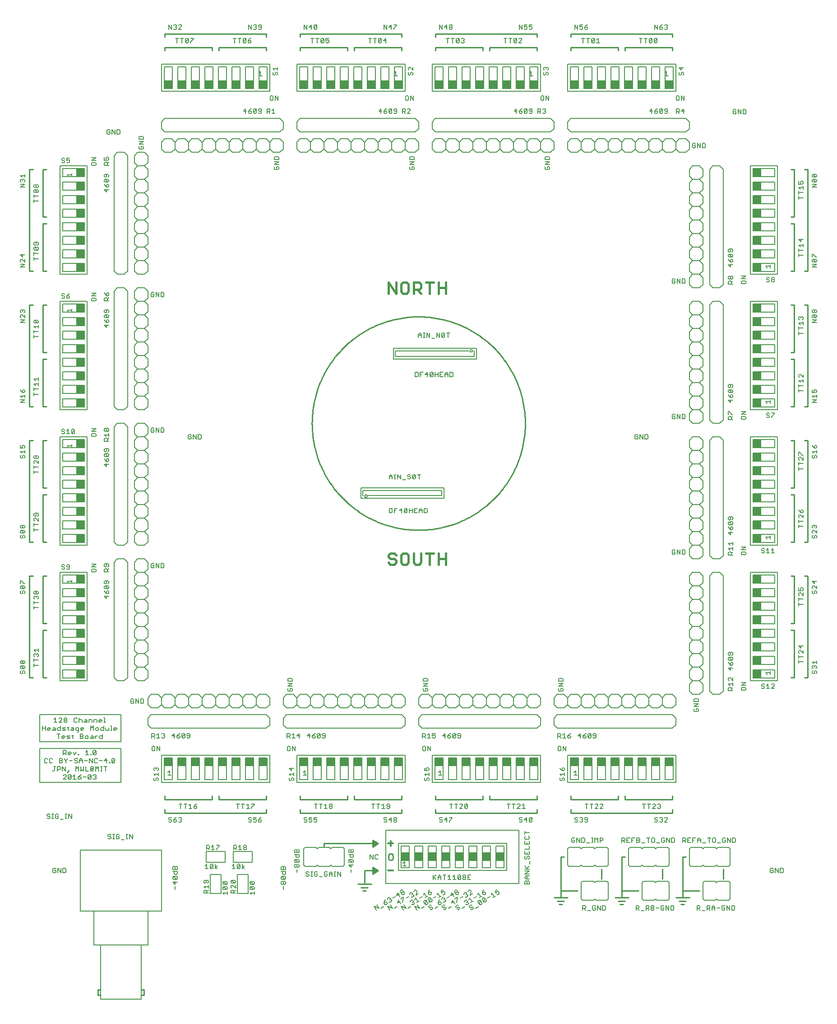
<source format=gto>
G75*
%MOIN*%
%OFA0B0*%
%FSLAX24Y24*%
%IPPOS*%
%LPD*%
%AMOC8*
5,1,8,0,0,1.08239X$1,22.5*
%
%ADD10C,0.0100*%
%ADD11C,0.0070*%
%ADD12C,0.0060*%
%ADD13C,0.0180*%
%ADD14C,0.0050*%
%ADD15R,0.0600X0.0600*%
%ADD16C,0.0120*%
D10*
X009450Y000950D02*
X009450Y001350D01*
X009650Y001350D01*
X009650Y000950D02*
X009450Y000950D01*
X012650Y000950D02*
X012850Y000950D01*
X012850Y001350D01*
X012650Y001350D01*
X014400Y014400D02*
X014400Y014650D01*
X014400Y014400D02*
X021900Y014400D01*
X021900Y014650D01*
X021900Y015400D02*
X018400Y015400D01*
X018400Y015650D01*
X017900Y015650D02*
X017900Y015400D01*
X014400Y015400D01*
X014400Y015650D01*
X021900Y015650D02*
X021900Y015400D01*
X024400Y015400D02*
X024400Y015650D01*
X024400Y015400D02*
X027900Y015400D01*
X027900Y015650D01*
X028400Y015650D02*
X028400Y015400D01*
X031900Y015400D01*
X031900Y015650D01*
X031900Y014650D02*
X031900Y014400D01*
X024400Y014400D01*
X024400Y014650D01*
X026150Y012150D02*
X029775Y012150D01*
X029775Y012122D02*
X030109Y012122D01*
X030150Y012150D02*
X029775Y012400D01*
X029775Y011900D01*
X030150Y012150D01*
X030044Y012221D02*
X029775Y012221D01*
X029775Y012319D02*
X029896Y012319D01*
X029961Y012024D02*
X029775Y012024D01*
X029775Y011925D02*
X029813Y011925D01*
X030942Y011304D02*
X030942Y010997D01*
X031019Y010920D01*
X031172Y010920D01*
X031249Y010997D01*
X031249Y011304D01*
X031172Y011380D01*
X031019Y011380D01*
X030942Y011304D01*
X030150Y010150D02*
X029775Y010400D01*
X029775Y009900D01*
X030150Y010150D01*
X029150Y010150D01*
X029150Y009150D01*
X028900Y008900D02*
X029400Y008900D01*
X029275Y008650D02*
X029025Y008650D01*
X028650Y009150D02*
X029650Y009150D01*
X029775Y009955D02*
X029858Y009955D01*
X029775Y010054D02*
X030006Y010054D01*
X030146Y010152D02*
X029775Y010152D01*
X029775Y010251D02*
X029999Y010251D01*
X029851Y010349D02*
X029775Y010349D01*
X026150Y011900D02*
X026150Y012150D01*
X034400Y014400D02*
X034400Y014650D01*
X034400Y014400D02*
X041900Y014400D01*
X041900Y014650D01*
X041900Y015400D02*
X038400Y015400D01*
X038400Y015650D01*
X037900Y015650D02*
X037900Y015400D01*
X034400Y015400D01*
X034400Y015650D01*
X041900Y015650D02*
X041900Y015400D01*
X044400Y015400D02*
X044400Y015650D01*
X044400Y015400D02*
X047900Y015400D01*
X047900Y015650D01*
X048400Y015650D02*
X048400Y015400D01*
X051900Y015400D01*
X051900Y015650D01*
X051900Y014650D02*
X051900Y014400D01*
X044400Y014400D01*
X044400Y014650D01*
X043900Y011150D02*
X043650Y011150D01*
X043650Y008650D01*
X043650Y008150D01*
X043400Y007900D02*
X043900Y007900D01*
X043775Y007650D02*
X043525Y007650D01*
X043150Y008150D02*
X044150Y008150D01*
X043650Y008650D02*
X044900Y008650D01*
X046650Y009525D02*
X046650Y010275D01*
X048150Y011150D02*
X048150Y008650D01*
X048150Y008150D01*
X047900Y007900D02*
X048400Y007900D01*
X048275Y007650D02*
X048025Y007650D01*
X047650Y008150D02*
X048650Y008150D01*
X048150Y008650D02*
X049400Y008650D01*
X051150Y009525D02*
X051150Y010275D01*
X052650Y011150D02*
X052650Y008650D01*
X052650Y008150D01*
X052400Y007900D02*
X052900Y007900D01*
X052775Y007650D02*
X052525Y007650D01*
X052150Y008150D02*
X053150Y008150D01*
X052650Y008650D02*
X053900Y008650D01*
X055650Y009525D02*
X055650Y010275D01*
X052900Y011150D02*
X052650Y011150D01*
X048400Y011150D02*
X048150Y011150D01*
X060650Y024400D02*
X060900Y024400D01*
X060900Y027900D01*
X060650Y027900D01*
X060650Y028400D02*
X060900Y028400D01*
X060900Y031900D01*
X060650Y031900D01*
X061650Y031900D02*
X061900Y031900D01*
X061900Y024400D01*
X061650Y024400D01*
X061650Y034400D02*
X061900Y034400D01*
X061900Y041900D01*
X061650Y041900D01*
X060900Y041900D02*
X060900Y038400D01*
X060650Y038400D01*
X060650Y037900D02*
X060900Y037900D01*
X060900Y034400D01*
X060650Y034400D01*
X060650Y041900D02*
X060900Y041900D01*
X060900Y044400D02*
X060650Y044400D01*
X060900Y044400D02*
X060900Y047900D01*
X060650Y047900D01*
X060650Y048400D02*
X060900Y048400D01*
X060900Y051900D01*
X060650Y051900D01*
X061650Y051900D02*
X061900Y051900D01*
X061900Y044400D01*
X061650Y044400D01*
X061650Y054400D02*
X061900Y054400D01*
X061900Y061900D01*
X061650Y061900D01*
X060900Y061900D02*
X060900Y058400D01*
X060650Y058400D01*
X060650Y057900D02*
X060900Y057900D01*
X060900Y054400D01*
X060650Y054400D01*
X060650Y061900D02*
X060900Y061900D01*
X051900Y070650D02*
X051900Y070900D01*
X048400Y070900D01*
X048400Y070650D01*
X047900Y070650D02*
X047900Y070900D01*
X044400Y070900D01*
X044400Y070650D01*
X044400Y071650D02*
X044400Y071900D01*
X051900Y071900D01*
X051900Y071650D01*
X041900Y071650D02*
X041900Y071900D01*
X034400Y071900D01*
X034400Y071650D01*
X034400Y070900D02*
X037900Y070900D01*
X037900Y070650D01*
X038400Y070650D02*
X038400Y070900D01*
X041900Y070900D01*
X041900Y070650D01*
X034400Y070650D02*
X034400Y070900D01*
X031900Y070900D02*
X031900Y070650D01*
X031900Y070900D02*
X028400Y070900D01*
X028400Y070650D01*
X027900Y070650D02*
X027900Y070900D01*
X024400Y070900D01*
X024400Y070650D01*
X024400Y071650D02*
X024400Y071900D01*
X031900Y071900D01*
X031900Y071650D01*
X021900Y071650D02*
X021900Y071900D01*
X014400Y071900D01*
X014400Y071650D01*
X014400Y070900D02*
X017900Y070900D01*
X017900Y070650D01*
X018400Y070650D02*
X018400Y070900D01*
X021900Y070900D01*
X021900Y070650D01*
X014400Y070650D02*
X014400Y070900D01*
X005650Y061900D02*
X005400Y061900D01*
X005400Y058400D01*
X005650Y058400D01*
X005650Y057900D02*
X005400Y057900D01*
X005400Y054400D01*
X005650Y054400D01*
X004650Y054400D02*
X004400Y054400D01*
X004400Y061900D01*
X004650Y061900D01*
X004650Y051900D02*
X004400Y051900D01*
X004400Y044400D01*
X004650Y044400D01*
X005400Y044400D02*
X005400Y047900D01*
X005650Y047900D01*
X005650Y048400D02*
X005400Y048400D01*
X005400Y051900D01*
X005650Y051900D01*
X005650Y044400D02*
X005400Y044400D01*
X005400Y041900D02*
X005650Y041900D01*
X005400Y041900D02*
X005400Y038400D01*
X005650Y038400D01*
X005650Y037900D02*
X005400Y037900D01*
X005400Y034400D01*
X005650Y034400D01*
X004650Y034400D02*
X004400Y034400D01*
X004400Y041900D01*
X004650Y041900D01*
X004650Y031900D02*
X004400Y031900D01*
X004400Y024400D01*
X004650Y024400D01*
X005400Y024400D02*
X005400Y027900D01*
X005650Y027900D01*
X005650Y028400D02*
X005400Y028400D01*
X005400Y031900D01*
X005650Y031900D01*
X005650Y024400D02*
X005400Y024400D01*
X025276Y043150D02*
X025278Y043343D01*
X025285Y043536D01*
X025297Y043729D01*
X025314Y043922D01*
X025335Y044114D01*
X025361Y044305D01*
X025392Y044496D01*
X025427Y044686D01*
X025467Y044875D01*
X025512Y045063D01*
X025561Y045250D01*
X025615Y045436D01*
X025673Y045620D01*
X025736Y045803D01*
X025804Y045984D01*
X025875Y046163D01*
X025952Y046341D01*
X026032Y046517D01*
X026117Y046690D01*
X026206Y046862D01*
X026299Y047031D01*
X026396Y047198D01*
X026498Y047363D01*
X026603Y047525D01*
X026712Y047684D01*
X026826Y047841D01*
X026943Y047994D01*
X027063Y048145D01*
X027188Y048293D01*
X027316Y048438D01*
X027447Y048579D01*
X027582Y048718D01*
X027721Y048853D01*
X027862Y048984D01*
X028007Y049112D01*
X028155Y049237D01*
X028306Y049357D01*
X028459Y049474D01*
X028616Y049588D01*
X028775Y049697D01*
X028937Y049802D01*
X029102Y049904D01*
X029269Y050001D01*
X029438Y050094D01*
X029610Y050183D01*
X029783Y050268D01*
X029959Y050348D01*
X030137Y050425D01*
X030316Y050496D01*
X030497Y050564D01*
X030680Y050627D01*
X030864Y050685D01*
X031050Y050739D01*
X031237Y050788D01*
X031425Y050833D01*
X031614Y050873D01*
X031804Y050908D01*
X031995Y050939D01*
X032186Y050965D01*
X032378Y050986D01*
X032571Y051003D01*
X032764Y051015D01*
X032957Y051022D01*
X033150Y051024D01*
X033343Y051022D01*
X033536Y051015D01*
X033729Y051003D01*
X033922Y050986D01*
X034114Y050965D01*
X034305Y050939D01*
X034496Y050908D01*
X034686Y050873D01*
X034875Y050833D01*
X035063Y050788D01*
X035250Y050739D01*
X035436Y050685D01*
X035620Y050627D01*
X035803Y050564D01*
X035984Y050496D01*
X036163Y050425D01*
X036341Y050348D01*
X036517Y050268D01*
X036690Y050183D01*
X036862Y050094D01*
X037031Y050001D01*
X037198Y049904D01*
X037363Y049802D01*
X037525Y049697D01*
X037684Y049588D01*
X037841Y049474D01*
X037994Y049357D01*
X038145Y049237D01*
X038293Y049112D01*
X038438Y048984D01*
X038579Y048853D01*
X038718Y048718D01*
X038853Y048579D01*
X038984Y048438D01*
X039112Y048293D01*
X039237Y048145D01*
X039357Y047994D01*
X039474Y047841D01*
X039588Y047684D01*
X039697Y047525D01*
X039802Y047363D01*
X039904Y047198D01*
X040001Y047031D01*
X040094Y046862D01*
X040183Y046690D01*
X040268Y046517D01*
X040348Y046341D01*
X040425Y046163D01*
X040496Y045984D01*
X040564Y045803D01*
X040627Y045620D01*
X040685Y045436D01*
X040739Y045250D01*
X040788Y045063D01*
X040833Y044875D01*
X040873Y044686D01*
X040908Y044496D01*
X040939Y044305D01*
X040965Y044114D01*
X040986Y043922D01*
X041003Y043729D01*
X041015Y043536D01*
X041022Y043343D01*
X041024Y043150D01*
X041022Y042957D01*
X041015Y042764D01*
X041003Y042571D01*
X040986Y042378D01*
X040965Y042186D01*
X040939Y041995D01*
X040908Y041804D01*
X040873Y041614D01*
X040833Y041425D01*
X040788Y041237D01*
X040739Y041050D01*
X040685Y040864D01*
X040627Y040680D01*
X040564Y040497D01*
X040496Y040316D01*
X040425Y040137D01*
X040348Y039959D01*
X040268Y039783D01*
X040183Y039610D01*
X040094Y039438D01*
X040001Y039269D01*
X039904Y039102D01*
X039802Y038937D01*
X039697Y038775D01*
X039588Y038616D01*
X039474Y038459D01*
X039357Y038306D01*
X039237Y038155D01*
X039112Y038007D01*
X038984Y037862D01*
X038853Y037721D01*
X038718Y037582D01*
X038579Y037447D01*
X038438Y037316D01*
X038293Y037188D01*
X038145Y037063D01*
X037994Y036943D01*
X037841Y036826D01*
X037684Y036712D01*
X037525Y036603D01*
X037363Y036498D01*
X037198Y036396D01*
X037031Y036299D01*
X036862Y036206D01*
X036690Y036117D01*
X036517Y036032D01*
X036341Y035952D01*
X036163Y035875D01*
X035984Y035804D01*
X035803Y035736D01*
X035620Y035673D01*
X035436Y035615D01*
X035250Y035561D01*
X035063Y035512D01*
X034875Y035467D01*
X034686Y035427D01*
X034496Y035392D01*
X034305Y035361D01*
X034114Y035335D01*
X033922Y035314D01*
X033729Y035297D01*
X033536Y035285D01*
X033343Y035278D01*
X033150Y035276D01*
X032957Y035278D01*
X032764Y035285D01*
X032571Y035297D01*
X032378Y035314D01*
X032186Y035335D01*
X031995Y035361D01*
X031804Y035392D01*
X031614Y035427D01*
X031425Y035467D01*
X031237Y035512D01*
X031050Y035561D01*
X030864Y035615D01*
X030680Y035673D01*
X030497Y035736D01*
X030316Y035804D01*
X030137Y035875D01*
X029959Y035952D01*
X029783Y036032D01*
X029610Y036117D01*
X029438Y036206D01*
X029269Y036299D01*
X029102Y036396D01*
X028937Y036498D01*
X028775Y036603D01*
X028616Y036712D01*
X028459Y036826D01*
X028306Y036943D01*
X028155Y037063D01*
X028007Y037188D01*
X027862Y037316D01*
X027721Y037447D01*
X027582Y037582D01*
X027447Y037721D01*
X027316Y037862D01*
X027188Y038007D01*
X027063Y038155D01*
X026943Y038306D01*
X026826Y038459D01*
X026712Y038616D01*
X026603Y038775D01*
X026498Y038937D01*
X026396Y039102D01*
X026299Y039269D01*
X026206Y039438D01*
X026117Y039610D01*
X026032Y039783D01*
X025952Y039959D01*
X025875Y040137D01*
X025804Y040316D01*
X025736Y040497D01*
X025673Y040680D01*
X025615Y040864D01*
X025561Y041050D01*
X025512Y041237D01*
X025467Y041425D01*
X025427Y041614D01*
X025392Y041804D01*
X025361Y041995D01*
X025335Y042186D01*
X025314Y042378D01*
X025297Y042571D01*
X025285Y042764D01*
X025278Y042957D01*
X025276Y043150D01*
D11*
X030985Y039265D02*
X030985Y039045D01*
X030985Y039210D02*
X031205Y039210D01*
X031205Y039265D02*
X031205Y039045D01*
X031353Y039045D02*
X031463Y039045D01*
X031408Y039045D02*
X031408Y039375D01*
X031353Y039375D02*
X031463Y039375D01*
X031599Y039375D02*
X031819Y039045D01*
X031819Y039375D01*
X031599Y039375D02*
X031599Y039045D01*
X031967Y038990D02*
X032187Y038990D01*
X032335Y039100D02*
X032391Y039045D01*
X032501Y039045D01*
X032556Y039100D01*
X032556Y039155D01*
X032501Y039210D01*
X032391Y039210D01*
X032335Y039265D01*
X032335Y039320D01*
X032391Y039375D01*
X032501Y039375D01*
X032556Y039320D01*
X032704Y039320D02*
X032759Y039375D01*
X032869Y039375D01*
X032924Y039320D01*
X032704Y039100D01*
X032759Y039045D01*
X032869Y039045D01*
X032924Y039100D01*
X032924Y039320D01*
X033072Y039375D02*
X033292Y039375D01*
X033182Y039375D02*
X033182Y039045D01*
X032704Y039100D02*
X032704Y039320D01*
X031205Y039265D02*
X031095Y039375D01*
X030985Y039265D01*
X030985Y036875D02*
X031150Y036875D01*
X031205Y036820D01*
X031205Y036600D01*
X031150Y036545D01*
X030985Y036545D01*
X030985Y036875D01*
X031353Y036875D02*
X031574Y036875D01*
X031463Y036710D02*
X031353Y036710D01*
X031353Y036545D02*
X031353Y036875D01*
X031722Y036710D02*
X031942Y036710D01*
X031887Y036545D02*
X031887Y036875D01*
X031722Y036710D01*
X032090Y036600D02*
X032310Y036820D01*
X032310Y036600D01*
X032255Y036545D01*
X032145Y036545D01*
X032090Y036600D01*
X032090Y036820D01*
X032145Y036875D01*
X032255Y036875D01*
X032310Y036820D01*
X032458Y036875D02*
X032458Y036545D01*
X032458Y036710D02*
X032678Y036710D01*
X032827Y036710D02*
X032937Y036710D01*
X032827Y036545D02*
X033047Y036545D01*
X033195Y036545D02*
X033195Y036765D01*
X033305Y036875D01*
X033415Y036765D01*
X033415Y036545D01*
X033563Y036545D02*
X033563Y036875D01*
X033728Y036875D01*
X033783Y036820D01*
X033783Y036600D01*
X033728Y036545D01*
X033563Y036545D01*
X033415Y036710D02*
X033195Y036710D01*
X033047Y036875D02*
X032827Y036875D01*
X032827Y036545D01*
X032678Y036545D02*
X032678Y036875D01*
X032892Y046585D02*
X033057Y046585D01*
X033112Y046640D01*
X033112Y046860D01*
X033057Y046915D01*
X032892Y046915D01*
X032892Y046585D01*
X033260Y046585D02*
X033260Y046915D01*
X033480Y046915D01*
X033370Y046750D02*
X033260Y046750D01*
X033628Y046750D02*
X033793Y046915D01*
X033793Y046585D01*
X033849Y046750D02*
X033628Y046750D01*
X033997Y046640D02*
X034217Y046860D01*
X034217Y046640D01*
X034162Y046585D01*
X034052Y046585D01*
X033997Y046640D01*
X033997Y046860D01*
X034052Y046915D01*
X034162Y046915D01*
X034217Y046860D01*
X034365Y046915D02*
X034365Y046585D01*
X034365Y046750D02*
X034585Y046750D01*
X034733Y046750D02*
X034843Y046750D01*
X034733Y046585D02*
X034953Y046585D01*
X035102Y046585D02*
X035102Y046805D01*
X035212Y046915D01*
X035322Y046805D01*
X035322Y046585D01*
X035470Y046585D02*
X035635Y046585D01*
X035690Y046640D01*
X035690Y046860D01*
X035635Y046915D01*
X035470Y046915D01*
X035470Y046585D01*
X035322Y046750D02*
X035102Y046750D01*
X034953Y046915D02*
X034733Y046915D01*
X034733Y046585D01*
X034585Y046585D02*
X034585Y046915D01*
X034340Y049430D02*
X034119Y049430D01*
X033971Y049485D02*
X033971Y049815D01*
X033751Y049815D02*
X033971Y049485D01*
X033751Y049485D02*
X033751Y049815D01*
X033616Y049815D02*
X033506Y049815D01*
X033561Y049815D02*
X033561Y049485D01*
X033506Y049485D02*
X033616Y049485D01*
X033357Y049485D02*
X033357Y049705D01*
X033247Y049815D01*
X033137Y049705D01*
X033137Y049485D01*
X033137Y049650D02*
X033357Y049650D01*
X034488Y049485D02*
X034488Y049815D01*
X034708Y049485D01*
X034708Y049815D01*
X034856Y049760D02*
X034911Y049815D01*
X035021Y049815D01*
X035076Y049760D01*
X034856Y049540D01*
X034911Y049485D01*
X035021Y049485D01*
X035076Y049540D01*
X035076Y049760D01*
X035224Y049815D02*
X035445Y049815D01*
X035334Y049815D02*
X035334Y049485D01*
X034856Y049540D02*
X034856Y049760D01*
X032760Y061883D02*
X032815Y061938D01*
X032815Y062048D01*
X032760Y062103D01*
X032650Y062103D01*
X032650Y061993D01*
X032540Y062103D02*
X032485Y062048D01*
X032485Y061938D01*
X032540Y061883D01*
X032760Y061883D01*
X032815Y062251D02*
X032485Y062251D01*
X032815Y062471D01*
X032485Y062471D01*
X032485Y062619D02*
X032485Y062784D01*
X032540Y062839D01*
X032760Y062839D01*
X032815Y062784D01*
X032815Y062619D01*
X032485Y062619D01*
X032537Y066035D02*
X032317Y066035D01*
X032537Y066255D01*
X032537Y066310D01*
X032482Y066365D01*
X032372Y066365D01*
X032317Y066310D01*
X032169Y066310D02*
X032169Y066200D01*
X032114Y066145D01*
X031948Y066145D01*
X031948Y066035D02*
X031948Y066365D01*
X032114Y066365D01*
X032169Y066310D01*
X032058Y066145D02*
X032169Y066035D01*
X031537Y066090D02*
X031537Y066310D01*
X031482Y066365D01*
X031372Y066365D01*
X031317Y066310D01*
X031317Y066255D01*
X031372Y066200D01*
X031537Y066200D01*
X031537Y066090D02*
X031482Y066035D01*
X031372Y066035D01*
X031317Y066090D01*
X031169Y066090D02*
X031114Y066035D01*
X031003Y066035D01*
X030948Y066090D01*
X031169Y066310D01*
X031169Y066090D01*
X031169Y066310D02*
X031114Y066365D01*
X031003Y066365D01*
X030948Y066310D01*
X030948Y066090D01*
X030800Y066090D02*
X030800Y066145D01*
X030745Y066200D01*
X030580Y066200D01*
X030580Y066090D01*
X030635Y066035D01*
X030745Y066035D01*
X030800Y066090D01*
X030690Y066310D02*
X030580Y066200D01*
X030432Y066200D02*
X030212Y066200D01*
X030377Y066365D01*
X030377Y066035D01*
X030690Y066310D02*
X030800Y066365D01*
X032185Y067040D02*
X032240Y066985D01*
X032350Y066985D01*
X032405Y067040D01*
X032405Y067260D01*
X032350Y067315D01*
X032240Y067315D01*
X032185Y067260D01*
X032185Y067040D01*
X032553Y066985D02*
X032553Y067315D01*
X032773Y066985D01*
X032773Y067315D01*
X032660Y068848D02*
X032715Y068903D01*
X032715Y069014D01*
X032660Y069069D01*
X032605Y069069D01*
X032550Y069014D01*
X032550Y068903D01*
X032495Y068848D01*
X032440Y068848D01*
X032385Y068903D01*
X032385Y069014D01*
X032440Y069069D01*
X032440Y069217D02*
X032385Y069272D01*
X032385Y069382D01*
X032440Y069437D01*
X032495Y069437D01*
X032715Y069217D01*
X032715Y069437D01*
X031477Y069115D02*
X031477Y068785D01*
X031367Y068785D02*
X031587Y068785D01*
X031367Y069005D02*
X031477Y069115D01*
X030718Y071235D02*
X030718Y071565D01*
X030553Y071400D01*
X030773Y071400D01*
X030405Y071510D02*
X030405Y071290D01*
X030350Y071235D01*
X030240Y071235D01*
X030185Y071290D01*
X030405Y071510D01*
X030350Y071565D01*
X030240Y071565D01*
X030185Y071510D01*
X030185Y071290D01*
X029927Y071235D02*
X029927Y071565D01*
X029817Y071565D02*
X030037Y071565D01*
X029669Y071565D02*
X029448Y071565D01*
X029558Y071565D02*
X029558Y071235D01*
X030580Y072235D02*
X030580Y072565D01*
X030800Y072235D01*
X030800Y072565D01*
X030948Y072400D02*
X031169Y072400D01*
X031114Y072235D02*
X031114Y072565D01*
X030948Y072400D01*
X031317Y072290D02*
X031317Y072235D01*
X031317Y072290D02*
X031537Y072510D01*
X031537Y072565D01*
X031317Y072565D01*
X034685Y072565D02*
X034905Y072235D01*
X034905Y072565D01*
X034685Y072565D02*
X034685Y072235D01*
X035053Y072400D02*
X035273Y072400D01*
X035422Y072345D02*
X035477Y072400D01*
X035587Y072400D01*
X035642Y072345D01*
X035642Y072290D01*
X035587Y072235D01*
X035477Y072235D01*
X035422Y072290D01*
X035422Y072345D01*
X035477Y072400D02*
X035422Y072455D01*
X035422Y072510D01*
X035477Y072565D01*
X035587Y072565D01*
X035642Y072510D01*
X035642Y072455D01*
X035587Y072400D01*
X035218Y072235D02*
X035218Y072565D01*
X035053Y072400D01*
X035198Y071565D02*
X035419Y071565D01*
X035308Y071565D02*
X035308Y071235D01*
X035677Y071235D02*
X035677Y071565D01*
X035567Y071565D02*
X035787Y071565D01*
X035935Y071510D02*
X035990Y071565D01*
X036100Y071565D01*
X036155Y071510D01*
X035935Y071290D01*
X035990Y071235D01*
X036100Y071235D01*
X036155Y071290D01*
X036155Y071510D01*
X036303Y071510D02*
X036358Y071565D01*
X036468Y071565D01*
X036523Y071510D01*
X036523Y071455D01*
X036468Y071400D01*
X036523Y071345D01*
X036523Y071290D01*
X036468Y071235D01*
X036358Y071235D01*
X036303Y071290D01*
X036413Y071400D02*
X036468Y071400D01*
X035935Y071290D02*
X035935Y071510D01*
X039448Y071565D02*
X039669Y071565D01*
X039558Y071565D02*
X039558Y071235D01*
X039927Y071235D02*
X039927Y071565D01*
X039817Y071565D02*
X040037Y071565D01*
X040185Y071510D02*
X040240Y071565D01*
X040350Y071565D01*
X040405Y071510D01*
X040185Y071290D01*
X040240Y071235D01*
X040350Y071235D01*
X040405Y071290D01*
X040405Y071510D01*
X040553Y071510D02*
X040608Y071565D01*
X040718Y071565D01*
X040773Y071510D01*
X040773Y071455D01*
X040553Y071235D01*
X040773Y071235D01*
X040185Y071290D02*
X040185Y071510D01*
X040580Y072235D02*
X040580Y072565D01*
X040800Y072235D01*
X040800Y072565D01*
X040948Y072565D02*
X040948Y072400D01*
X041058Y072455D01*
X041114Y072455D01*
X041169Y072400D01*
X041169Y072290D01*
X041114Y072235D01*
X041003Y072235D01*
X040948Y072290D01*
X040948Y072565D02*
X041169Y072565D01*
X041317Y072565D02*
X041317Y072400D01*
X041427Y072455D01*
X041482Y072455D01*
X041537Y072400D01*
X041537Y072290D01*
X041482Y072235D01*
X041372Y072235D01*
X041317Y072290D01*
X041317Y072565D02*
X041537Y072565D01*
X042440Y069437D02*
X042495Y069437D01*
X042550Y069382D01*
X042605Y069437D01*
X042660Y069437D01*
X042715Y069382D01*
X042715Y069272D01*
X042660Y069217D01*
X042660Y069069D02*
X042715Y069014D01*
X042715Y068903D01*
X042660Y068848D01*
X042550Y068903D02*
X042550Y069014D01*
X042605Y069069D01*
X042660Y069069D01*
X042550Y068903D02*
X042495Y068848D01*
X042440Y068848D01*
X042385Y068903D01*
X042385Y069014D01*
X042440Y069069D01*
X042440Y069217D02*
X042385Y069272D01*
X042385Y069382D01*
X042440Y069437D01*
X042550Y069382D02*
X042550Y069327D01*
X041477Y069115D02*
X041477Y068785D01*
X041367Y068785D02*
X041587Y068785D01*
X041367Y069005D02*
X041477Y069115D01*
X042240Y067315D02*
X042185Y067260D01*
X042185Y067040D01*
X042240Y066985D01*
X042350Y066985D01*
X042405Y067040D01*
X042405Y067260D01*
X042350Y067315D01*
X042240Y067315D01*
X042553Y067315D02*
X042773Y066985D01*
X042773Y067315D01*
X042553Y067315D02*
X042553Y066985D01*
X042482Y066365D02*
X042537Y066310D01*
X042537Y066255D01*
X042482Y066200D01*
X042537Y066145D01*
X042537Y066090D01*
X042482Y066035D01*
X042372Y066035D01*
X042317Y066090D01*
X042427Y066200D02*
X042482Y066200D01*
X042482Y066365D02*
X042372Y066365D01*
X042317Y066310D01*
X042169Y066310D02*
X042169Y066200D01*
X042114Y066145D01*
X041948Y066145D01*
X041948Y066035D02*
X041948Y066365D01*
X042114Y066365D01*
X042169Y066310D01*
X042058Y066145D02*
X042169Y066035D01*
X041537Y066090D02*
X041537Y066310D01*
X041482Y066365D01*
X041372Y066365D01*
X041317Y066310D01*
X041317Y066255D01*
X041372Y066200D01*
X041537Y066200D01*
X041537Y066090D02*
X041482Y066035D01*
X041372Y066035D01*
X041317Y066090D01*
X041169Y066090D02*
X041114Y066035D01*
X041003Y066035D01*
X040948Y066090D01*
X041169Y066310D01*
X041169Y066090D01*
X041169Y066310D02*
X041114Y066365D01*
X041003Y066365D01*
X040948Y066310D01*
X040948Y066090D01*
X040800Y066090D02*
X040800Y066145D01*
X040745Y066200D01*
X040580Y066200D01*
X040580Y066090D01*
X040635Y066035D01*
X040745Y066035D01*
X040800Y066090D01*
X040690Y066310D02*
X040580Y066200D01*
X040432Y066200D02*
X040212Y066200D01*
X040377Y066365D01*
X040377Y066035D01*
X040690Y066310D02*
X040800Y066365D01*
X042540Y062839D02*
X042485Y062784D01*
X042485Y062619D01*
X042815Y062619D01*
X042815Y062784D01*
X042760Y062839D01*
X042540Y062839D01*
X042485Y062471D02*
X042815Y062471D01*
X042485Y062251D01*
X042815Y062251D01*
X042760Y062103D02*
X042650Y062103D01*
X042650Y061993D01*
X042760Y062103D02*
X042815Y062048D01*
X042815Y061938D01*
X042760Y061883D01*
X042540Y061883D01*
X042485Y061938D01*
X042485Y062048D01*
X042540Y062103D01*
X050212Y066200D02*
X050432Y066200D01*
X050580Y066200D02*
X050745Y066200D01*
X050800Y066145D01*
X050800Y066090D01*
X050745Y066035D01*
X050635Y066035D01*
X050580Y066090D01*
X050580Y066200D01*
X050690Y066310D01*
X050800Y066365D01*
X050948Y066310D02*
X051003Y066365D01*
X051114Y066365D01*
X051169Y066310D01*
X050948Y066090D01*
X051003Y066035D01*
X051114Y066035D01*
X051169Y066090D01*
X051169Y066310D01*
X051317Y066310D02*
X051317Y066255D01*
X051372Y066200D01*
X051537Y066200D01*
X051537Y066090D02*
X051537Y066310D01*
X051482Y066365D01*
X051372Y066365D01*
X051317Y066310D01*
X051317Y066090D02*
X051372Y066035D01*
X051482Y066035D01*
X051537Y066090D01*
X050948Y066090D02*
X050948Y066310D01*
X050377Y066365D02*
X050377Y066035D01*
X050212Y066200D02*
X050377Y066365D01*
X052198Y066365D02*
X052198Y066035D01*
X052198Y066145D02*
X052364Y066145D01*
X052419Y066200D01*
X052419Y066310D01*
X052364Y066365D01*
X052198Y066365D01*
X052308Y066145D02*
X052419Y066035D01*
X052567Y066200D02*
X052787Y066200D01*
X052732Y066035D02*
X052732Y066365D01*
X052567Y066200D01*
X052553Y066985D02*
X052553Y067315D01*
X052773Y066985D01*
X052773Y067315D01*
X052405Y067260D02*
X052350Y067315D01*
X052240Y067315D01*
X052185Y067260D01*
X052185Y067040D01*
X052240Y066985D01*
X052350Y066985D01*
X052405Y067040D01*
X052405Y067260D01*
X052440Y068848D02*
X052495Y068848D01*
X052550Y068903D01*
X052550Y069014D01*
X052605Y069069D01*
X052660Y069069D01*
X052715Y069014D01*
X052715Y068903D01*
X052660Y068848D01*
X052440Y068848D02*
X052385Y068903D01*
X052385Y069014D01*
X052440Y069069D01*
X052550Y069217D02*
X052550Y069437D01*
X052715Y069382D02*
X052385Y069382D01*
X052550Y069217D01*
X051587Y068785D02*
X051367Y068785D01*
X051477Y068785D02*
X051477Y069115D01*
X051367Y069005D01*
X050718Y071235D02*
X050608Y071235D01*
X050553Y071290D01*
X050773Y071510D01*
X050773Y071290D01*
X050718Y071235D01*
X050553Y071290D02*
X050553Y071510D01*
X050608Y071565D01*
X050718Y071565D01*
X050773Y071510D01*
X050405Y071510D02*
X050185Y071290D01*
X050240Y071235D01*
X050350Y071235D01*
X050405Y071290D01*
X050405Y071510D01*
X050350Y071565D01*
X050240Y071565D01*
X050185Y071510D01*
X050185Y071290D01*
X049927Y071235D02*
X049927Y071565D01*
X049817Y071565D02*
X050037Y071565D01*
X049669Y071565D02*
X049448Y071565D01*
X049558Y071565D02*
X049558Y071235D01*
X050580Y072235D02*
X050580Y072565D01*
X050800Y072235D01*
X050800Y072565D01*
X050948Y072400D02*
X051114Y072400D01*
X051169Y072345D01*
X051169Y072290D01*
X051114Y072235D01*
X051003Y072235D01*
X050948Y072290D01*
X050948Y072400D01*
X051058Y072510D01*
X051169Y072565D01*
X051317Y072510D02*
X051372Y072565D01*
X051482Y072565D01*
X051537Y072510D01*
X051537Y072455D01*
X051482Y072400D01*
X051537Y072345D01*
X051537Y072290D01*
X051482Y072235D01*
X051372Y072235D01*
X051317Y072290D01*
X051427Y072400D02*
X051482Y072400D01*
X046523Y071235D02*
X046303Y071235D01*
X046413Y071235D02*
X046413Y071565D01*
X046303Y071455D01*
X046155Y071510D02*
X045935Y071290D01*
X045990Y071235D01*
X046100Y071235D01*
X046155Y071290D01*
X046155Y071510D01*
X046100Y071565D01*
X045990Y071565D01*
X045935Y071510D01*
X045935Y071290D01*
X045677Y071235D02*
X045677Y071565D01*
X045567Y071565D02*
X045787Y071565D01*
X045419Y071565D02*
X045198Y071565D01*
X045308Y071565D02*
X045308Y071235D01*
X045218Y072235D02*
X045108Y072235D01*
X045053Y072290D01*
X045053Y072400D02*
X045163Y072455D01*
X045218Y072455D01*
X045273Y072400D01*
X045273Y072290D01*
X045218Y072235D01*
X045422Y072290D02*
X045477Y072235D01*
X045587Y072235D01*
X045642Y072290D01*
X045642Y072345D01*
X045587Y072400D01*
X045422Y072400D01*
X045422Y072290D01*
X045422Y072400D02*
X045532Y072510D01*
X045642Y072565D01*
X045273Y072565D02*
X045053Y072565D01*
X045053Y072400D01*
X044905Y072235D02*
X044905Y072565D01*
X044685Y072565D02*
X044905Y072235D01*
X044685Y072235D02*
X044685Y072565D01*
X053438Y063815D02*
X053383Y063760D01*
X053383Y063540D01*
X053438Y063485D01*
X053548Y063485D01*
X053603Y063540D01*
X053603Y063650D01*
X053493Y063650D01*
X053603Y063760D02*
X053548Y063815D01*
X053438Y063815D01*
X053751Y063815D02*
X053971Y063485D01*
X053971Y063815D01*
X054119Y063815D02*
X054284Y063815D01*
X054339Y063760D01*
X054339Y063540D01*
X054284Y063485D01*
X054119Y063485D01*
X054119Y063815D01*
X053751Y063815D02*
X053751Y063485D01*
X056383Y066040D02*
X056383Y066260D01*
X056438Y066315D01*
X056548Y066315D01*
X056603Y066260D01*
X056603Y066150D02*
X056493Y066150D01*
X056603Y066150D02*
X056603Y066040D01*
X056548Y065985D01*
X056438Y065985D01*
X056383Y066040D01*
X056751Y065985D02*
X056751Y066315D01*
X056971Y065985D01*
X056971Y066315D01*
X057119Y066315D02*
X057284Y066315D01*
X057339Y066260D01*
X057339Y066040D01*
X057284Y065985D01*
X057119Y065985D01*
X057119Y066315D01*
X061235Y061023D02*
X061235Y060803D01*
X061400Y060803D01*
X061345Y060913D01*
X061345Y060968D01*
X061400Y061023D01*
X061510Y061023D01*
X061565Y060968D01*
X061565Y060858D01*
X061510Y060803D01*
X061565Y060655D02*
X061565Y060435D01*
X061565Y060545D02*
X061235Y060545D01*
X061345Y060435D01*
X061235Y060287D02*
X061235Y060067D01*
X061235Y060177D02*
X061565Y060177D01*
X061565Y059808D02*
X061235Y059808D01*
X061235Y059698D02*
X061235Y059919D01*
X062235Y060580D02*
X062565Y060800D01*
X062235Y060800D01*
X062290Y060948D02*
X062235Y061003D01*
X062235Y061114D01*
X062290Y061169D01*
X062510Y060948D01*
X062565Y061003D01*
X062565Y061114D01*
X062510Y061169D01*
X062290Y061169D01*
X062290Y061317D02*
X062235Y061372D01*
X062235Y061482D01*
X062290Y061537D01*
X062510Y061317D01*
X062565Y061372D01*
X062565Y061482D01*
X062510Y061537D01*
X062290Y061537D01*
X062290Y061317D02*
X062510Y061317D01*
X062510Y060948D02*
X062290Y060948D01*
X062235Y060580D02*
X062565Y060580D01*
X061400Y056773D02*
X061400Y056553D01*
X061235Y056718D01*
X061565Y056718D01*
X061565Y056405D02*
X061565Y056185D01*
X061565Y056295D02*
X061235Y056295D01*
X061345Y056185D01*
X061235Y056037D02*
X061235Y055817D01*
X061235Y055927D02*
X061565Y055927D01*
X061565Y055558D02*
X061235Y055558D01*
X061235Y055448D02*
X061235Y055669D01*
X062235Y055642D02*
X062290Y055642D01*
X062510Y055422D01*
X062565Y055422D01*
X062510Y055273D02*
X062565Y055218D01*
X062565Y055108D01*
X062510Y055053D01*
X062290Y055273D01*
X062510Y055273D01*
X062510Y055053D02*
X062290Y055053D01*
X062235Y055108D01*
X062235Y055218D01*
X062290Y055273D01*
X062235Y055422D02*
X062235Y055642D01*
X062235Y054905D02*
X062565Y054905D01*
X062235Y054685D01*
X062565Y054685D01*
X062510Y051537D02*
X062565Y051482D01*
X062565Y051372D01*
X062510Y051317D01*
X062455Y051317D01*
X062400Y051372D01*
X062400Y051482D01*
X062455Y051537D01*
X062510Y051537D01*
X062400Y051482D02*
X062345Y051537D01*
X062290Y051537D01*
X062235Y051482D01*
X062235Y051372D01*
X062290Y051317D01*
X062345Y051317D01*
X062400Y051372D01*
X062510Y051169D02*
X062565Y051114D01*
X062565Y051003D01*
X062510Y050948D01*
X062290Y051169D01*
X062510Y051169D01*
X062290Y051169D02*
X062235Y051114D01*
X062235Y051003D01*
X062290Y050948D01*
X062510Y050948D01*
X062565Y050800D02*
X062235Y050800D01*
X062235Y050580D02*
X062565Y050800D01*
X062565Y050580D02*
X062235Y050580D01*
X061565Y050545D02*
X061235Y050545D01*
X061345Y050435D01*
X061235Y050287D02*
X061235Y050067D01*
X061235Y050177D02*
X061565Y050177D01*
X061565Y050435D02*
X061565Y050655D01*
X061510Y050803D02*
X061565Y050858D01*
X061565Y050968D01*
X061510Y051023D01*
X061455Y051023D01*
X061400Y050968D01*
X061400Y050913D01*
X061400Y050968D02*
X061345Y051023D01*
X061290Y051023D01*
X061235Y050968D01*
X061235Y050858D01*
X061290Y050803D01*
X061235Y049919D02*
X061235Y049698D01*
X061235Y049808D02*
X061565Y049808D01*
X061565Y046773D02*
X061565Y046553D01*
X061345Y046773D01*
X061290Y046773D01*
X061235Y046718D01*
X061235Y046608D01*
X061290Y046553D01*
X061235Y046295D02*
X061565Y046295D01*
X061565Y046185D02*
X061565Y046405D01*
X061345Y046185D02*
X061235Y046295D01*
X061235Y046037D02*
X061235Y045817D01*
X061235Y045927D02*
X061565Y045927D01*
X061565Y045558D02*
X061235Y045558D01*
X061235Y045448D02*
X061235Y045669D01*
X062235Y045642D02*
X062235Y045422D01*
X062400Y045422D01*
X062345Y045532D01*
X062345Y045587D01*
X062400Y045642D01*
X062510Y045642D01*
X062565Y045587D01*
X062565Y045477D01*
X062510Y045422D01*
X062565Y045273D02*
X062565Y045053D01*
X062565Y045163D02*
X062235Y045163D01*
X062345Y045053D01*
X062235Y044905D02*
X062565Y044905D01*
X062235Y044685D01*
X062565Y044685D01*
X062510Y041537D02*
X062455Y041537D01*
X062400Y041482D01*
X062400Y041317D01*
X062510Y041317D01*
X062565Y041372D01*
X062565Y041482D01*
X062510Y041537D01*
X062290Y041427D02*
X062235Y041537D01*
X062290Y041427D02*
X062400Y041317D01*
X062565Y041169D02*
X062565Y040948D01*
X062565Y041058D02*
X062235Y041058D01*
X062345Y040948D01*
X062290Y040800D02*
X062235Y040745D01*
X062235Y040635D01*
X062290Y040580D01*
X062345Y040580D01*
X062400Y040635D01*
X062400Y040745D01*
X062455Y040800D01*
X062510Y040800D01*
X062565Y040745D01*
X062565Y040635D01*
X062510Y040580D01*
X061565Y040655D02*
X061565Y040435D01*
X061345Y040655D01*
X061290Y040655D01*
X061235Y040600D01*
X061235Y040490D01*
X061290Y040435D01*
X061235Y040287D02*
X061235Y040067D01*
X061235Y040177D02*
X061565Y040177D01*
X061565Y039808D02*
X061235Y039808D01*
X061235Y039698D02*
X061235Y039919D01*
X061235Y040803D02*
X061235Y041023D01*
X061290Y041023D01*
X061510Y040803D01*
X061565Y040803D01*
X059217Y043585D02*
X059217Y043640D01*
X059437Y043860D01*
X059437Y043915D01*
X059217Y043915D01*
X059069Y043860D02*
X059014Y043915D01*
X058903Y043915D01*
X058848Y043860D01*
X058848Y043805D01*
X058903Y043750D01*
X059014Y043750D01*
X059069Y043695D01*
X059069Y043640D01*
X059014Y043585D01*
X058903Y043585D01*
X058848Y043640D01*
X058895Y044635D02*
X058785Y044745D01*
X059115Y044745D01*
X059115Y044635D02*
X059115Y044855D01*
X057315Y044037D02*
X056985Y044037D01*
X056985Y043817D02*
X057315Y044037D01*
X057315Y043817D02*
X056985Y043817D01*
X057040Y043669D02*
X056985Y043614D01*
X056985Y043503D01*
X057040Y043448D01*
X057260Y043448D01*
X057315Y043503D01*
X057315Y043614D01*
X057260Y043669D01*
X057040Y043669D01*
X056365Y043655D02*
X056255Y043545D01*
X056255Y043600D02*
X056255Y043435D01*
X056365Y043435D02*
X056035Y043435D01*
X056035Y043600D01*
X056090Y043655D01*
X056200Y043655D01*
X056255Y043600D01*
X056310Y043803D02*
X056365Y043803D01*
X056310Y043803D02*
X056090Y044023D01*
X056035Y044023D01*
X056035Y043803D01*
X056200Y044685D02*
X056200Y044905D01*
X056200Y045053D02*
X056200Y045218D01*
X056255Y045273D01*
X056310Y045273D01*
X056365Y045218D01*
X056365Y045108D01*
X056310Y045053D01*
X056200Y045053D01*
X056090Y045163D01*
X056035Y045273D01*
X056090Y045422D02*
X056035Y045477D01*
X056035Y045587D01*
X056090Y045642D01*
X056310Y045422D01*
X056365Y045477D01*
X056365Y045587D01*
X056310Y045642D01*
X056090Y045642D01*
X056090Y045790D02*
X056145Y045790D01*
X056200Y045845D01*
X056200Y046010D01*
X056310Y046010D02*
X056090Y046010D01*
X056035Y045955D01*
X056035Y045845D01*
X056090Y045790D01*
X056310Y045790D02*
X056365Y045845D01*
X056365Y045955D01*
X056310Y046010D01*
X056310Y045422D02*
X056090Y045422D01*
X056035Y044850D02*
X056200Y044685D01*
X056365Y044850D02*
X056035Y044850D01*
X052839Y043760D02*
X052784Y043815D01*
X052619Y043815D01*
X052619Y043485D01*
X052784Y043485D01*
X052839Y043540D01*
X052839Y043760D01*
X052471Y043815D02*
X052471Y043485D01*
X052251Y043815D01*
X052251Y043485D01*
X052103Y043540D02*
X052103Y043650D01*
X051993Y043650D01*
X052103Y043540D02*
X052048Y043485D01*
X051938Y043485D01*
X051883Y043540D01*
X051883Y043760D01*
X051938Y043815D01*
X052048Y043815D01*
X052103Y043760D01*
X050089Y042260D02*
X050089Y042040D01*
X050034Y041985D01*
X049869Y041985D01*
X049869Y042315D01*
X050034Y042315D01*
X050089Y042260D01*
X049721Y042315D02*
X049721Y041985D01*
X049501Y042315D01*
X049501Y041985D01*
X049353Y042040D02*
X049353Y042150D01*
X049243Y042150D01*
X049353Y042040D02*
X049298Y041985D01*
X049188Y041985D01*
X049133Y042040D01*
X049133Y042260D01*
X049188Y042315D01*
X049298Y042315D01*
X049353Y042260D01*
X056035Y036205D02*
X056035Y036095D01*
X056090Y036040D01*
X056145Y036040D01*
X056200Y036095D01*
X056200Y036260D01*
X056310Y036260D02*
X056090Y036260D01*
X056035Y036205D01*
X056310Y036260D02*
X056365Y036205D01*
X056365Y036095D01*
X056310Y036040D01*
X056310Y035892D02*
X056365Y035837D01*
X056365Y035727D01*
X056310Y035672D01*
X056090Y035892D01*
X056310Y035892D01*
X056090Y035892D02*
X056035Y035837D01*
X056035Y035727D01*
X056090Y035672D01*
X056310Y035672D01*
X056310Y035523D02*
X056255Y035523D01*
X056200Y035468D01*
X056200Y035303D01*
X056310Y035303D01*
X056365Y035358D01*
X056365Y035468D01*
X056310Y035523D01*
X056090Y035413D02*
X056200Y035303D01*
X056200Y035155D02*
X056200Y034935D01*
X056035Y035100D01*
X056365Y035100D01*
X056090Y035413D02*
X056035Y035523D01*
X056365Y034392D02*
X056365Y034172D01*
X056365Y034282D02*
X056035Y034282D01*
X056145Y034172D01*
X056365Y034023D02*
X056365Y033803D01*
X056365Y033913D02*
X056035Y033913D01*
X056145Y033803D01*
X056200Y033655D02*
X056255Y033600D01*
X056255Y033435D01*
X056365Y033435D02*
X056035Y033435D01*
X056035Y033600D01*
X056090Y033655D01*
X056200Y033655D01*
X056255Y033545D02*
X056365Y033655D01*
X056985Y033614D02*
X057040Y033669D01*
X057260Y033669D01*
X057315Y033614D01*
X057315Y033503D01*
X057260Y033448D01*
X057040Y033448D01*
X056985Y033503D01*
X056985Y033614D01*
X056985Y033817D02*
X057315Y034037D01*
X056985Y034037D01*
X056985Y033817D02*
X057315Y033817D01*
X058480Y033805D02*
X058535Y033750D01*
X058645Y033750D01*
X058700Y033695D01*
X058700Y033640D01*
X058645Y033585D01*
X058535Y033585D01*
X058480Y033640D01*
X058480Y033805D02*
X058480Y033860D01*
X058535Y033915D01*
X058645Y033915D01*
X058700Y033860D01*
X058848Y033805D02*
X058958Y033915D01*
X058958Y033585D01*
X058848Y033585D02*
X059069Y033585D01*
X059217Y033585D02*
X059437Y033585D01*
X059327Y033585D02*
X059327Y033915D01*
X059217Y033805D01*
X059115Y034635D02*
X059115Y034855D01*
X059115Y034745D02*
X058785Y034745D01*
X058895Y034635D01*
X061235Y035448D02*
X061235Y035669D01*
X061235Y035558D02*
X061565Y035558D01*
X061565Y035927D02*
X061235Y035927D01*
X061235Y035817D02*
X061235Y036037D01*
X061290Y036185D02*
X061235Y036240D01*
X061235Y036350D01*
X061290Y036405D01*
X061345Y036405D01*
X061565Y036185D01*
X061565Y036405D01*
X061510Y036553D02*
X061565Y036608D01*
X061565Y036718D01*
X061510Y036773D01*
X061455Y036773D01*
X061400Y036718D01*
X061400Y036553D01*
X061510Y036553D01*
X061400Y036553D02*
X061290Y036663D01*
X061235Y036773D01*
X062290Y035642D02*
X062345Y035642D01*
X062400Y035587D01*
X062455Y035642D01*
X062510Y035642D01*
X062565Y035587D01*
X062565Y035477D01*
X062510Y035422D01*
X062400Y035532D02*
X062400Y035587D01*
X062290Y035642D02*
X062235Y035587D01*
X062235Y035477D01*
X062290Y035422D01*
X062290Y035273D02*
X062235Y035218D01*
X062235Y035108D01*
X062290Y035053D01*
X062290Y034905D02*
X062235Y034850D01*
X062235Y034740D01*
X062290Y034685D01*
X062345Y034685D01*
X062400Y034740D01*
X062400Y034850D01*
X062455Y034905D01*
X062510Y034905D01*
X062565Y034850D01*
X062565Y034740D01*
X062510Y034685D01*
X062565Y035053D02*
X062345Y035273D01*
X062290Y035273D01*
X062565Y035273D02*
X062565Y035053D01*
X062400Y031537D02*
X062400Y031317D01*
X062235Y031482D01*
X062565Y031482D01*
X062565Y031169D02*
X062565Y030948D01*
X062345Y031169D01*
X062290Y031169D01*
X062235Y031114D01*
X062235Y031003D01*
X062290Y030948D01*
X062290Y030800D02*
X062235Y030745D01*
X062235Y030635D01*
X062290Y030580D01*
X062345Y030580D01*
X062400Y030635D01*
X062400Y030745D01*
X062455Y030800D01*
X062510Y030800D01*
X062565Y030745D01*
X062565Y030635D01*
X062510Y030580D01*
X061565Y030655D02*
X061565Y030435D01*
X061345Y030655D01*
X061290Y030655D01*
X061235Y030600D01*
X061235Y030490D01*
X061290Y030435D01*
X061235Y030287D02*
X061235Y030067D01*
X061235Y030177D02*
X061565Y030177D01*
X061565Y029808D02*
X061235Y029808D01*
X061235Y029698D02*
X061235Y029919D01*
X061235Y030803D02*
X061400Y030803D01*
X061345Y030913D01*
X061345Y030968D01*
X061400Y031023D01*
X061510Y031023D01*
X061565Y030968D01*
X061565Y030858D01*
X061510Y030803D01*
X061235Y030803D02*
X061235Y031023D01*
X061400Y026773D02*
X061400Y026553D01*
X061235Y026718D01*
X061565Y026718D01*
X061565Y026405D02*
X061565Y026185D01*
X061345Y026405D01*
X061290Y026405D01*
X061235Y026350D01*
X061235Y026240D01*
X061290Y026185D01*
X061235Y026037D02*
X061235Y025817D01*
X061235Y025927D02*
X061565Y025927D01*
X061565Y025558D02*
X061235Y025558D01*
X061235Y025448D02*
X061235Y025669D01*
X062235Y025532D02*
X062565Y025532D01*
X062565Y025422D02*
X062565Y025642D01*
X062345Y025422D02*
X062235Y025532D01*
X062290Y025273D02*
X062345Y025273D01*
X062400Y025218D01*
X062455Y025273D01*
X062510Y025273D01*
X062565Y025218D01*
X062565Y025108D01*
X062510Y025053D01*
X062510Y024905D02*
X062565Y024850D01*
X062565Y024740D01*
X062510Y024685D01*
X062400Y024740D02*
X062400Y024850D01*
X062455Y024905D01*
X062510Y024905D01*
X062400Y024740D02*
X062345Y024685D01*
X062290Y024685D01*
X062235Y024740D01*
X062235Y024850D01*
X062290Y024905D01*
X062290Y025053D02*
X062235Y025108D01*
X062235Y025218D01*
X062290Y025273D01*
X062400Y025218D02*
X062400Y025163D01*
X059437Y023860D02*
X059437Y023805D01*
X059217Y023585D01*
X059437Y023585D01*
X059437Y023860D02*
X059382Y023915D01*
X059272Y023915D01*
X059217Y023860D01*
X058958Y023915D02*
X058958Y023585D01*
X058848Y023585D02*
X059069Y023585D01*
X058848Y023805D02*
X058958Y023915D01*
X058700Y023860D02*
X058645Y023915D01*
X058535Y023915D01*
X058480Y023860D01*
X058480Y023805D01*
X058535Y023750D01*
X058645Y023750D01*
X058700Y023695D01*
X058700Y023640D01*
X058645Y023585D01*
X058535Y023585D01*
X058480Y023640D01*
X058895Y024635D02*
X058785Y024745D01*
X059115Y024745D01*
X059115Y024635D02*
X059115Y024855D01*
X057315Y024037D02*
X056985Y024037D01*
X056985Y023817D02*
X057315Y024037D01*
X057315Y023817D02*
X056985Y023817D01*
X057040Y023669D02*
X056985Y023614D01*
X056985Y023503D01*
X057040Y023448D01*
X057260Y023448D01*
X057315Y023503D01*
X057315Y023614D01*
X057260Y023669D01*
X057040Y023669D01*
X056365Y023655D02*
X056255Y023545D01*
X056255Y023600D02*
X056255Y023435D01*
X056365Y023435D02*
X056035Y023435D01*
X056035Y023600D01*
X056090Y023655D01*
X056200Y023655D01*
X056255Y023600D01*
X056365Y023803D02*
X056365Y024023D01*
X056365Y023913D02*
X056035Y023913D01*
X056145Y023803D01*
X056090Y024172D02*
X056035Y024227D01*
X056035Y024337D01*
X056090Y024392D01*
X056145Y024392D01*
X056365Y024172D01*
X056365Y024392D01*
X056200Y024935D02*
X056200Y025155D01*
X056200Y025303D02*
X056200Y025468D01*
X056255Y025523D01*
X056310Y025523D01*
X056365Y025468D01*
X056365Y025358D01*
X056310Y025303D01*
X056200Y025303D01*
X056090Y025413D01*
X056035Y025523D01*
X056090Y025672D02*
X056035Y025727D01*
X056035Y025837D01*
X056090Y025892D01*
X056310Y025672D01*
X056365Y025727D01*
X056365Y025837D01*
X056310Y025892D01*
X056090Y025892D01*
X056090Y026040D02*
X056145Y026040D01*
X056200Y026095D01*
X056200Y026260D01*
X056310Y026260D02*
X056090Y026260D01*
X056035Y026205D01*
X056035Y026095D01*
X056090Y026040D01*
X056310Y026040D02*
X056365Y026095D01*
X056365Y026205D01*
X056310Y026260D01*
X056310Y025672D02*
X056090Y025672D01*
X056035Y025100D02*
X056200Y024935D01*
X056365Y025100D02*
X056035Y025100D01*
X053760Y022839D02*
X053540Y022839D01*
X053485Y022784D01*
X053485Y022619D01*
X053815Y022619D01*
X053815Y022784D01*
X053760Y022839D01*
X053815Y022471D02*
X053485Y022471D01*
X053485Y022251D02*
X053815Y022471D01*
X053815Y022251D02*
X053485Y022251D01*
X053540Y022103D02*
X053485Y022048D01*
X053485Y021938D01*
X053540Y021883D01*
X053760Y021883D01*
X053815Y021938D01*
X053815Y022048D01*
X053760Y022103D01*
X053650Y022103D01*
X053650Y021993D01*
X050968Y015065D02*
X051023Y015010D01*
X051023Y014955D01*
X050968Y014900D01*
X051023Y014845D01*
X051023Y014790D01*
X050968Y014735D01*
X050858Y014735D01*
X050803Y014790D01*
X050913Y014900D02*
X050968Y014900D01*
X050968Y015065D02*
X050858Y015065D01*
X050803Y015010D01*
X050655Y015010D02*
X050600Y015065D01*
X050490Y015065D01*
X050435Y015010D01*
X050287Y015065D02*
X050067Y015065D01*
X050177Y015065D02*
X050177Y014735D01*
X050435Y014735D02*
X050655Y014955D01*
X050655Y015010D01*
X050655Y014735D02*
X050435Y014735D01*
X049919Y015065D02*
X049698Y015065D01*
X049808Y015065D02*
X049808Y014735D01*
X050580Y014010D02*
X050580Y013955D01*
X050635Y013900D01*
X050745Y013900D01*
X050800Y013845D01*
X050800Y013790D01*
X050745Y013735D01*
X050635Y013735D01*
X050580Y013790D01*
X050580Y014010D02*
X050635Y014065D01*
X050745Y014065D01*
X050800Y014010D01*
X050948Y014010D02*
X051003Y014065D01*
X051114Y014065D01*
X051169Y014010D01*
X051169Y013955D01*
X051114Y013900D01*
X051169Y013845D01*
X051169Y013790D01*
X051114Y013735D01*
X051003Y013735D01*
X050948Y013790D01*
X051058Y013900D02*
X051114Y013900D01*
X051317Y014010D02*
X051372Y014065D01*
X051482Y014065D01*
X051537Y014010D01*
X051537Y013955D01*
X051317Y013735D01*
X051537Y013735D01*
X051474Y012565D02*
X051694Y012235D01*
X051694Y012565D01*
X051842Y012565D02*
X052008Y012565D01*
X052063Y012510D01*
X052063Y012290D01*
X052008Y012235D01*
X051842Y012235D01*
X051842Y012565D01*
X051474Y012565D02*
X051474Y012235D01*
X051326Y012290D02*
X051271Y012235D01*
X051161Y012235D01*
X051106Y012290D01*
X051106Y012510D01*
X051161Y012565D01*
X051271Y012565D01*
X051326Y012510D01*
X051326Y012400D02*
X051216Y012400D01*
X051326Y012400D02*
X051326Y012290D01*
X050958Y012180D02*
X050737Y012180D01*
X050589Y012290D02*
X050589Y012510D01*
X050534Y012565D01*
X050424Y012565D01*
X050369Y012510D01*
X050369Y012290D01*
X050424Y012235D01*
X050534Y012235D01*
X050589Y012290D01*
X050221Y012565D02*
X050001Y012565D01*
X050111Y012565D02*
X050111Y012235D01*
X049853Y012180D02*
X049633Y012180D01*
X049484Y012290D02*
X049429Y012235D01*
X049264Y012235D01*
X049264Y012565D01*
X049429Y012565D01*
X049484Y012510D01*
X049484Y012455D01*
X049429Y012400D01*
X049264Y012400D01*
X049429Y012400D02*
X049484Y012345D01*
X049484Y012290D01*
X049116Y012565D02*
X048896Y012565D01*
X048896Y012235D01*
X048748Y012235D02*
X048528Y012235D01*
X048528Y012565D01*
X048748Y012565D01*
X048638Y012400D02*
X048528Y012400D01*
X048379Y012400D02*
X048324Y012345D01*
X048159Y012345D01*
X048159Y012235D02*
X048159Y012565D01*
X048324Y012565D01*
X048379Y012510D01*
X048379Y012400D01*
X048269Y012345D02*
X048379Y012235D01*
X048896Y012400D02*
X049006Y012400D01*
X046765Y012400D02*
X046710Y012345D01*
X046544Y012345D01*
X046544Y012235D02*
X046544Y012565D01*
X046710Y012565D01*
X046765Y012510D01*
X046765Y012400D01*
X046396Y012565D02*
X046396Y012235D01*
X046176Y012235D02*
X046176Y012565D01*
X046286Y012455D01*
X046396Y012565D01*
X046041Y012565D02*
X045931Y012565D01*
X045986Y012565D02*
X045986Y012235D01*
X045931Y012235D02*
X046041Y012235D01*
X045782Y012180D02*
X045562Y012180D01*
X045414Y012290D02*
X045359Y012235D01*
X045194Y012235D01*
X045194Y012565D01*
X045359Y012565D01*
X045414Y012510D01*
X045414Y012290D01*
X045046Y012235D02*
X045046Y012565D01*
X044826Y012565D02*
X045046Y012235D01*
X044826Y012235D02*
X044826Y012565D01*
X044677Y012510D02*
X044622Y012565D01*
X044512Y012565D01*
X044457Y012510D01*
X044457Y012290D01*
X044512Y012235D01*
X044622Y012235D01*
X044677Y012290D01*
X044677Y012400D01*
X044567Y012400D01*
X044740Y013735D02*
X044685Y013790D01*
X044740Y013735D02*
X044850Y013735D01*
X044905Y013790D01*
X044905Y013845D01*
X044850Y013900D01*
X044740Y013900D01*
X044685Y013955D01*
X044685Y014010D01*
X044740Y014065D01*
X044850Y014065D01*
X044905Y014010D01*
X045053Y014010D02*
X045108Y014065D01*
X045218Y014065D01*
X045273Y014010D01*
X045273Y013955D01*
X045218Y013900D01*
X045273Y013845D01*
X045273Y013790D01*
X045218Y013735D01*
X045108Y013735D01*
X045053Y013790D01*
X045163Y013900D02*
X045218Y013900D01*
X045422Y013955D02*
X045477Y013900D01*
X045642Y013900D01*
X045642Y013790D02*
X045642Y014010D01*
X045587Y014065D01*
X045477Y014065D01*
X045422Y014010D01*
X045422Y013955D01*
X045422Y013790D02*
X045477Y013735D01*
X045587Y013735D01*
X045642Y013790D01*
X045558Y014735D02*
X045558Y015065D01*
X045448Y015065D02*
X045669Y015065D01*
X045817Y015065D02*
X046037Y015065D01*
X045927Y015065D02*
X045927Y014735D01*
X046185Y014735D02*
X046405Y014955D01*
X046405Y015010D01*
X046350Y015065D01*
X046240Y015065D01*
X046185Y015010D01*
X046185Y014735D02*
X046405Y014735D01*
X046553Y014735D02*
X046773Y014955D01*
X046773Y015010D01*
X046718Y015065D01*
X046608Y015065D01*
X046553Y015010D01*
X046553Y014735D02*
X046773Y014735D01*
X044855Y017185D02*
X044635Y017185D01*
X044745Y017185D02*
X044745Y017515D01*
X044635Y017405D01*
X043915Y017373D02*
X043915Y017153D01*
X043915Y017263D02*
X043585Y017263D01*
X043695Y017153D01*
X043640Y017005D02*
X043585Y016950D01*
X043585Y016840D01*
X043640Y016785D01*
X043695Y016785D01*
X043750Y016840D01*
X043750Y016950D01*
X043805Y017005D01*
X043860Y017005D01*
X043915Y016950D01*
X043915Y016840D01*
X043860Y016785D01*
X043860Y017522D02*
X043915Y017577D01*
X043915Y017687D01*
X043860Y017742D01*
X043805Y017742D01*
X043750Y017687D01*
X043750Y017522D01*
X043860Y017522D01*
X043750Y017522D02*
X043640Y017632D01*
X043585Y017742D01*
X043614Y018985D02*
X043669Y019040D01*
X043669Y019260D01*
X043614Y019315D01*
X043503Y019315D01*
X043448Y019260D01*
X043448Y019040D01*
X043503Y018985D01*
X043614Y018985D01*
X043817Y018985D02*
X043817Y019315D01*
X044037Y018985D01*
X044037Y019315D01*
X044023Y019935D02*
X043803Y019935D01*
X043913Y019935D02*
X043913Y020265D01*
X043803Y020155D01*
X043655Y020100D02*
X043600Y020045D01*
X043435Y020045D01*
X043435Y019935D02*
X043435Y020265D01*
X043600Y020265D01*
X043655Y020210D01*
X043655Y020100D01*
X043545Y020045D02*
X043655Y019935D01*
X044172Y019990D02*
X044227Y019935D01*
X044337Y019935D01*
X044392Y019990D01*
X044392Y020045D01*
X044337Y020100D01*
X044172Y020100D01*
X044172Y019990D01*
X044172Y020100D02*
X044282Y020210D01*
X044392Y020265D01*
X044935Y020100D02*
X045155Y020100D01*
X045303Y020100D02*
X045468Y020100D01*
X045523Y020045D01*
X045523Y019990D01*
X045468Y019935D01*
X045358Y019935D01*
X045303Y019990D01*
X045303Y020100D01*
X045413Y020210D01*
X045523Y020265D01*
X045672Y020210D02*
X045727Y020265D01*
X045837Y020265D01*
X045892Y020210D01*
X045672Y019990D01*
X045727Y019935D01*
X045837Y019935D01*
X045892Y019990D01*
X045892Y020210D01*
X046040Y020210D02*
X046040Y020155D01*
X046095Y020100D01*
X046260Y020100D01*
X046260Y019990D02*
X046260Y020210D01*
X046205Y020265D01*
X046095Y020265D01*
X046040Y020210D01*
X046040Y019990D02*
X046095Y019935D01*
X046205Y019935D01*
X046260Y019990D01*
X045672Y019990D02*
X045672Y020210D01*
X045100Y020265D02*
X044935Y020100D01*
X045100Y019935D02*
X045100Y020265D01*
X043760Y023383D02*
X043540Y023383D01*
X043485Y023438D01*
X043485Y023548D01*
X043540Y023603D01*
X043650Y023603D02*
X043650Y023493D01*
X043650Y023603D02*
X043760Y023603D01*
X043815Y023548D01*
X043815Y023438D01*
X043760Y023383D01*
X043815Y023751D02*
X043485Y023751D01*
X043815Y023971D01*
X043485Y023971D01*
X043485Y024119D02*
X043485Y024284D01*
X043540Y024339D01*
X043760Y024339D01*
X043815Y024284D01*
X043815Y024119D01*
X043485Y024119D01*
X036260Y020210D02*
X036205Y020265D01*
X036095Y020265D01*
X036040Y020210D01*
X036040Y020155D01*
X036095Y020100D01*
X036260Y020100D01*
X036260Y019990D02*
X036260Y020210D01*
X036260Y019990D02*
X036205Y019935D01*
X036095Y019935D01*
X036040Y019990D01*
X035892Y019990D02*
X035837Y019935D01*
X035727Y019935D01*
X035672Y019990D01*
X035892Y020210D01*
X035892Y019990D01*
X035892Y020210D02*
X035837Y020265D01*
X035727Y020265D01*
X035672Y020210D01*
X035672Y019990D01*
X035523Y019990D02*
X035523Y020045D01*
X035468Y020100D01*
X035303Y020100D01*
X035303Y019990D01*
X035358Y019935D01*
X035468Y019935D01*
X035523Y019990D01*
X035413Y020210D02*
X035303Y020100D01*
X035155Y020100D02*
X034935Y020100D01*
X035100Y020265D01*
X035100Y019935D01*
X035413Y020210D02*
X035523Y020265D01*
X034392Y020265D02*
X034172Y020265D01*
X034172Y020100D01*
X034282Y020155D01*
X034337Y020155D01*
X034392Y020100D01*
X034392Y019990D01*
X034337Y019935D01*
X034227Y019935D01*
X034172Y019990D01*
X034023Y019935D02*
X033803Y019935D01*
X033913Y019935D02*
X033913Y020265D01*
X033803Y020155D01*
X033655Y020100D02*
X033600Y020045D01*
X033435Y020045D01*
X033435Y019935D02*
X033435Y020265D01*
X033600Y020265D01*
X033655Y020210D01*
X033655Y020100D01*
X033545Y020045D02*
X033655Y019935D01*
X033614Y019315D02*
X033669Y019260D01*
X033669Y019040D01*
X033614Y018985D01*
X033503Y018985D01*
X033448Y019040D01*
X033448Y019260D01*
X033503Y019315D01*
X033614Y019315D01*
X033817Y019315D02*
X034037Y018985D01*
X034037Y019315D01*
X033817Y019315D02*
X033817Y018985D01*
X033860Y017742D02*
X033915Y017687D01*
X033915Y017577D01*
X033860Y017522D01*
X033750Y017522D02*
X033695Y017632D01*
X033695Y017687D01*
X033750Y017742D01*
X033860Y017742D01*
X033750Y017522D02*
X033585Y017522D01*
X033585Y017742D01*
X033585Y017263D02*
X033915Y017263D01*
X033915Y017153D02*
X033915Y017373D01*
X033695Y017153D02*
X033585Y017263D01*
X033640Y017005D02*
X033585Y016950D01*
X033585Y016840D01*
X033640Y016785D01*
X033695Y016785D01*
X033750Y016840D01*
X033750Y016950D01*
X033805Y017005D01*
X033860Y017005D01*
X033915Y016950D01*
X033915Y016840D01*
X033860Y016785D01*
X034635Y017185D02*
X034855Y017185D01*
X034745Y017185D02*
X034745Y017515D01*
X034635Y017405D01*
X035448Y015065D02*
X035669Y015065D01*
X035558Y015065D02*
X035558Y014735D01*
X035927Y014735D02*
X035927Y015065D01*
X035817Y015065D02*
X036037Y015065D01*
X036185Y015010D02*
X036240Y015065D01*
X036350Y015065D01*
X036405Y015010D01*
X036405Y014955D01*
X036185Y014735D01*
X036405Y014735D01*
X036553Y014790D02*
X036773Y015010D01*
X036773Y014790D01*
X036718Y014735D01*
X036608Y014735D01*
X036553Y014790D01*
X036553Y015010D01*
X036608Y015065D01*
X036718Y015065D01*
X036773Y015010D01*
X035642Y014065D02*
X035642Y014010D01*
X035422Y013790D01*
X035422Y013735D01*
X035218Y013735D02*
X035218Y014065D01*
X035053Y013900D01*
X035273Y013900D01*
X035422Y014065D02*
X035642Y014065D01*
X034905Y014010D02*
X034850Y014065D01*
X034740Y014065D01*
X034685Y014010D01*
X034685Y013955D01*
X034740Y013900D01*
X034850Y013900D01*
X034905Y013845D01*
X034905Y013790D01*
X034850Y013735D01*
X034740Y013735D01*
X034685Y013790D01*
X032111Y010815D02*
X032111Y010485D01*
X032001Y010485D02*
X032221Y010485D01*
X032001Y010705D02*
X032111Y010815D01*
X030155Y011040D02*
X030100Y010985D01*
X029990Y010985D01*
X029935Y011040D01*
X029935Y011260D01*
X029990Y011315D01*
X030100Y011315D01*
X030155Y011260D01*
X029787Y011315D02*
X029787Y010985D01*
X029567Y011315D01*
X029567Y010985D01*
X028315Y010916D02*
X028315Y010806D01*
X028260Y010751D01*
X028040Y010971D01*
X028260Y010971D01*
X028315Y010916D01*
X028260Y010751D02*
X028040Y010751D01*
X027985Y010806D01*
X027985Y010916D01*
X028040Y010971D01*
X028150Y011119D02*
X028095Y011174D01*
X028095Y011339D01*
X027985Y011339D02*
X028315Y011339D01*
X028315Y011174D01*
X028260Y011119D01*
X028150Y011119D01*
X028150Y011487D02*
X028150Y011653D01*
X028205Y011708D01*
X028260Y011708D01*
X028315Y011653D01*
X028315Y011487D01*
X027985Y011487D01*
X027985Y011653D01*
X028040Y011708D01*
X028095Y011708D01*
X028150Y011653D01*
X028150Y010603D02*
X028150Y010383D01*
X027985Y010548D01*
X028315Y010548D01*
X028150Y010234D02*
X028150Y010014D01*
X027387Y010065D02*
X027387Y009735D01*
X027167Y010065D01*
X027167Y009735D01*
X027032Y009735D02*
X026922Y009735D01*
X026977Y009735D02*
X026977Y010065D01*
X026922Y010065D02*
X027032Y010065D01*
X026773Y009955D02*
X026663Y010065D01*
X026553Y009955D01*
X026553Y009735D01*
X026405Y009790D02*
X026405Y009900D01*
X026295Y009900D01*
X026185Y009790D02*
X026240Y009735D01*
X026350Y009735D01*
X026405Y009790D01*
X026553Y009900D02*
X026773Y009900D01*
X026773Y009955D02*
X026773Y009735D01*
X026405Y010010D02*
X026350Y010065D01*
X026240Y010065D01*
X026185Y010010D01*
X026185Y009790D01*
X026037Y009680D02*
X025817Y009680D01*
X025669Y009790D02*
X025669Y009900D01*
X025558Y009900D01*
X025448Y009790D02*
X025503Y009735D01*
X025614Y009735D01*
X025669Y009790D01*
X025669Y010010D02*
X025614Y010065D01*
X025503Y010065D01*
X025448Y010010D01*
X025448Y009790D01*
X025313Y009735D02*
X025203Y009735D01*
X025258Y009735D02*
X025258Y010065D01*
X025203Y010065D02*
X025313Y010065D01*
X025055Y010010D02*
X025000Y010065D01*
X024890Y010065D01*
X024835Y010010D01*
X024835Y009955D01*
X024890Y009900D01*
X025000Y009900D01*
X025055Y009845D01*
X025055Y009790D01*
X025000Y009735D01*
X024890Y009735D01*
X024835Y009790D01*
X024150Y010014D02*
X024150Y010234D01*
X024205Y010383D02*
X024150Y010438D01*
X024150Y010548D01*
X024205Y010603D01*
X024260Y010603D01*
X024315Y010548D01*
X024315Y010438D01*
X024260Y010383D01*
X024205Y010383D01*
X024150Y010438D02*
X024095Y010383D01*
X024040Y010383D01*
X023985Y010438D01*
X023985Y010548D01*
X024040Y010603D01*
X024095Y010603D01*
X024150Y010548D01*
X024260Y010751D02*
X024040Y010971D01*
X024260Y010971D01*
X024315Y010916D01*
X024315Y010806D01*
X024260Y010751D01*
X024040Y010751D01*
X023985Y010806D01*
X023985Y010916D01*
X024040Y010971D01*
X024150Y011119D02*
X024095Y011174D01*
X024095Y011339D01*
X023985Y011339D02*
X024315Y011339D01*
X024315Y011174D01*
X024260Y011119D01*
X024150Y011119D01*
X024150Y011487D02*
X024150Y011653D01*
X024205Y011708D01*
X024260Y011708D01*
X024315Y011653D01*
X024315Y011487D01*
X023985Y011487D01*
X023985Y011653D01*
X024040Y011708D01*
X024095Y011708D01*
X024150Y011653D01*
X023260Y010458D02*
X023205Y010458D01*
X023150Y010403D01*
X023150Y010237D01*
X023095Y010089D02*
X023095Y009924D01*
X023150Y009869D01*
X023260Y009869D01*
X023315Y009924D01*
X023315Y010089D01*
X022985Y010089D01*
X022985Y010237D02*
X022985Y010403D01*
X023040Y010458D01*
X023095Y010458D01*
X023150Y010403D01*
X023260Y010458D02*
X023315Y010403D01*
X023315Y010237D01*
X022985Y010237D01*
X023040Y009721D02*
X023260Y009501D01*
X023315Y009556D01*
X023315Y009666D01*
X023260Y009721D01*
X023040Y009721D01*
X022985Y009666D01*
X022985Y009556D01*
X023040Y009501D01*
X023260Y009501D01*
X023260Y009353D02*
X023315Y009298D01*
X023315Y009188D01*
X023260Y009133D01*
X023205Y009133D01*
X023150Y009188D01*
X023150Y009298D01*
X023205Y009353D01*
X023260Y009353D01*
X023150Y009298D02*
X023095Y009353D01*
X023040Y009353D01*
X022985Y009298D01*
X022985Y009188D01*
X023040Y009133D01*
X023095Y009133D01*
X023150Y009188D01*
X023150Y008984D02*
X023150Y008764D01*
X021015Y008808D02*
X020960Y008753D01*
X020740Y008973D01*
X020960Y008973D01*
X021015Y008918D01*
X021015Y008808D01*
X020960Y008753D02*
X020740Y008753D01*
X020685Y008808D01*
X020685Y008918D01*
X020740Y008973D01*
X020740Y009122D02*
X020685Y009177D01*
X020685Y009287D01*
X020740Y009342D01*
X020960Y009122D01*
X021015Y009177D01*
X021015Y009287D01*
X020960Y009342D01*
X020740Y009342D01*
X020740Y009122D02*
X020960Y009122D01*
X021015Y008605D02*
X021015Y008385D01*
X021015Y008495D02*
X020685Y008495D01*
X020795Y008385D01*
X019615Y008485D02*
X019285Y008485D01*
X019285Y008650D01*
X019340Y008705D01*
X019450Y008705D01*
X019505Y008650D01*
X019505Y008485D01*
X019505Y008595D02*
X019615Y008705D01*
X019615Y008853D02*
X019395Y009073D01*
X019340Y009073D01*
X019285Y009018D01*
X019285Y008908D01*
X019340Y008853D01*
X019615Y008853D02*
X019615Y009073D01*
X019560Y009222D02*
X019340Y009442D01*
X019560Y009442D01*
X019615Y009387D01*
X019615Y009277D01*
X019560Y009222D01*
X019340Y009222D01*
X019285Y009277D01*
X019285Y009387D01*
X019340Y009442D01*
X019015Y009287D02*
X019015Y009177D01*
X018960Y009122D01*
X018740Y009342D01*
X018960Y009342D01*
X019015Y009287D01*
X018960Y009122D02*
X018740Y009122D01*
X018685Y009177D01*
X018685Y009287D01*
X018740Y009342D01*
X018740Y008973D02*
X018960Y008753D01*
X019015Y008808D01*
X019015Y008918D01*
X018960Y008973D01*
X018740Y008973D01*
X018685Y008918D01*
X018685Y008808D01*
X018740Y008753D01*
X018960Y008753D01*
X019015Y008605D02*
X019015Y008385D01*
X019015Y008495D02*
X018685Y008495D01*
X018795Y008385D01*
X017615Y008485D02*
X017285Y008485D01*
X017285Y008650D01*
X017340Y008705D01*
X017450Y008705D01*
X017505Y008650D01*
X017505Y008485D01*
X017505Y008595D02*
X017615Y008705D01*
X017615Y008853D02*
X017615Y009073D01*
X017615Y008963D02*
X017285Y008963D01*
X017395Y008853D01*
X017395Y009222D02*
X017450Y009277D01*
X017450Y009442D01*
X017560Y009442D02*
X017340Y009442D01*
X017285Y009387D01*
X017285Y009277D01*
X017340Y009222D01*
X017395Y009222D01*
X017560Y009222D02*
X017615Y009277D01*
X017615Y009387D01*
X017560Y009442D01*
X017605Y010285D02*
X017385Y010285D01*
X017495Y010285D02*
X017495Y010615D01*
X017385Y010505D01*
X017753Y010560D02*
X017808Y010615D01*
X017918Y010615D01*
X017973Y010560D01*
X017753Y010340D01*
X017808Y010285D01*
X017918Y010285D01*
X017973Y010340D01*
X017973Y010560D01*
X018122Y010615D02*
X018122Y010285D01*
X018122Y010395D02*
X018287Y010505D01*
X018122Y010395D02*
X018287Y010285D01*
X017753Y010340D02*
X017753Y010560D01*
X017705Y011685D02*
X017595Y011795D01*
X017650Y011795D02*
X017485Y011795D01*
X017485Y011685D02*
X017485Y012015D01*
X017650Y012015D01*
X017705Y011960D01*
X017705Y011850D01*
X017650Y011795D01*
X017853Y011685D02*
X018073Y011685D01*
X017963Y011685D02*
X017963Y012015D01*
X017853Y011905D01*
X018222Y012015D02*
X018442Y012015D01*
X018442Y011960D01*
X018222Y011740D01*
X018222Y011685D01*
X019485Y011685D02*
X019485Y012015D01*
X019650Y012015D01*
X019705Y011960D01*
X019705Y011850D01*
X019650Y011795D01*
X019485Y011795D01*
X019595Y011795D02*
X019705Y011685D01*
X019853Y011685D02*
X020073Y011685D01*
X019963Y011685D02*
X019963Y012015D01*
X019853Y011905D01*
X020222Y011905D02*
X020222Y011960D01*
X020277Y012015D01*
X020387Y012015D01*
X020442Y011960D01*
X020442Y011905D01*
X020387Y011850D01*
X020277Y011850D01*
X020222Y011905D01*
X020277Y011850D02*
X020222Y011795D01*
X020222Y011740D01*
X020277Y011685D01*
X020387Y011685D01*
X020442Y011740D01*
X020442Y011795D01*
X020387Y011850D01*
X020122Y010615D02*
X020122Y010285D01*
X020122Y010395D02*
X020287Y010505D01*
X020122Y010395D02*
X020287Y010285D01*
X019973Y010340D02*
X019918Y010285D01*
X019808Y010285D01*
X019753Y010340D01*
X019973Y010560D01*
X019973Y010340D01*
X019753Y010340D02*
X019753Y010560D01*
X019808Y010615D01*
X019918Y010615D01*
X019973Y010560D01*
X019605Y010285D02*
X019385Y010285D01*
X019495Y010285D02*
X019495Y010615D01*
X019385Y010505D01*
X020635Y013735D02*
X020580Y013790D01*
X020635Y013735D02*
X020745Y013735D01*
X020800Y013790D01*
X020800Y013845D01*
X020745Y013900D01*
X020635Y013900D01*
X020580Y013955D01*
X020580Y014010D01*
X020635Y014065D01*
X020745Y014065D01*
X020800Y014010D01*
X020948Y014065D02*
X020948Y013900D01*
X021058Y013955D01*
X021114Y013955D01*
X021169Y013900D01*
X021169Y013790D01*
X021114Y013735D01*
X021003Y013735D01*
X020948Y013790D01*
X020948Y014065D02*
X021169Y014065D01*
X021317Y013900D02*
X021317Y013790D01*
X021372Y013735D01*
X021482Y013735D01*
X021537Y013790D01*
X021537Y013845D01*
X021482Y013900D01*
X021317Y013900D01*
X021427Y014010D01*
X021537Y014065D01*
X020803Y014735D02*
X020803Y014790D01*
X021023Y015010D01*
X021023Y015065D01*
X020803Y015065D01*
X020545Y015065D02*
X020545Y014735D01*
X020435Y014735D02*
X020655Y014735D01*
X020435Y014955D02*
X020545Y015065D01*
X020287Y015065D02*
X020067Y015065D01*
X020177Y015065D02*
X020177Y014735D01*
X019808Y014735D02*
X019808Y015065D01*
X019698Y015065D02*
X019919Y015065D01*
X016773Y015065D02*
X016663Y015010D01*
X016553Y014900D01*
X016718Y014900D01*
X016773Y014845D01*
X016773Y014790D01*
X016718Y014735D01*
X016608Y014735D01*
X016553Y014790D01*
X016553Y014900D01*
X016405Y014735D02*
X016185Y014735D01*
X016295Y014735D02*
X016295Y015065D01*
X016185Y014955D01*
X016037Y015065D02*
X015817Y015065D01*
X015927Y015065D02*
X015927Y014735D01*
X015558Y014735D02*
X015558Y015065D01*
X015448Y015065D02*
X015669Y015065D01*
X015587Y014065D02*
X015642Y014010D01*
X015642Y013955D01*
X015587Y013900D01*
X015642Y013845D01*
X015642Y013790D01*
X015587Y013735D01*
X015477Y013735D01*
X015422Y013790D01*
X015273Y013790D02*
X015273Y013845D01*
X015218Y013900D01*
X015053Y013900D01*
X015053Y013790D01*
X015108Y013735D01*
X015218Y013735D01*
X015273Y013790D01*
X015163Y014010D02*
X015053Y013900D01*
X015163Y014010D02*
X015273Y014065D01*
X015422Y014010D02*
X015477Y014065D01*
X015587Y014065D01*
X015587Y013900D02*
X015532Y013900D01*
X014905Y013845D02*
X014905Y013790D01*
X014850Y013735D01*
X014740Y013735D01*
X014685Y013790D01*
X014740Y013900D02*
X014850Y013900D01*
X014905Y013845D01*
X014905Y014010D02*
X014850Y014065D01*
X014740Y014065D01*
X014685Y014010D01*
X014685Y013955D01*
X014740Y013900D01*
X013860Y016785D02*
X013915Y016840D01*
X013915Y016950D01*
X013860Y017005D01*
X013805Y017005D01*
X013750Y016950D01*
X013750Y016840D01*
X013695Y016785D01*
X013640Y016785D01*
X013585Y016840D01*
X013585Y016950D01*
X013640Y017005D01*
X013695Y017153D02*
X013585Y017263D01*
X013915Y017263D01*
X013915Y017153D02*
X013915Y017373D01*
X013860Y017522D02*
X013915Y017577D01*
X013915Y017687D01*
X013860Y017742D01*
X013805Y017742D01*
X013750Y017687D01*
X013750Y017632D01*
X013750Y017687D02*
X013695Y017742D01*
X013640Y017742D01*
X013585Y017687D01*
X013585Y017577D01*
X013640Y017522D01*
X014635Y017405D02*
X014745Y017515D01*
X014745Y017185D01*
X014635Y017185D02*
X014855Y017185D01*
X014037Y018985D02*
X014037Y019315D01*
X013817Y019315D02*
X014037Y018985D01*
X013817Y018985D02*
X013817Y019315D01*
X013669Y019260D02*
X013614Y019315D01*
X013503Y019315D01*
X013448Y019260D01*
X013448Y019040D01*
X013503Y018985D01*
X013614Y018985D01*
X013669Y019040D01*
X013669Y019260D01*
X013655Y019935D02*
X013545Y020045D01*
X013600Y020045D02*
X013435Y020045D01*
X013435Y019935D02*
X013435Y020265D01*
X013600Y020265D01*
X013655Y020210D01*
X013655Y020100D01*
X013600Y020045D01*
X013803Y019935D02*
X014023Y019935D01*
X013913Y019935D02*
X013913Y020265D01*
X013803Y020155D01*
X014172Y020210D02*
X014227Y020265D01*
X014337Y020265D01*
X014392Y020210D01*
X014392Y020155D01*
X014337Y020100D01*
X014392Y020045D01*
X014392Y019990D01*
X014337Y019935D01*
X014227Y019935D01*
X014172Y019990D01*
X014282Y020100D02*
X014337Y020100D01*
X014935Y020100D02*
X015155Y020100D01*
X015303Y020100D02*
X015468Y020100D01*
X015523Y020045D01*
X015523Y019990D01*
X015468Y019935D01*
X015358Y019935D01*
X015303Y019990D01*
X015303Y020100D01*
X015413Y020210D01*
X015523Y020265D01*
X015672Y020210D02*
X015727Y020265D01*
X015837Y020265D01*
X015892Y020210D01*
X015672Y019990D01*
X015727Y019935D01*
X015837Y019935D01*
X015892Y019990D01*
X015892Y020210D01*
X016040Y020210D02*
X016040Y020155D01*
X016095Y020100D01*
X016260Y020100D01*
X016260Y019990D02*
X016260Y020210D01*
X016205Y020265D01*
X016095Y020265D01*
X016040Y020210D01*
X016040Y019990D02*
X016095Y019935D01*
X016205Y019935D01*
X016260Y019990D01*
X015672Y019990D02*
X015672Y020210D01*
X015100Y020265D02*
X014935Y020100D01*
X015100Y019935D02*
X015100Y020265D01*
X012839Y022540D02*
X012839Y022760D01*
X012784Y022815D01*
X012619Y022815D01*
X012619Y022485D01*
X012784Y022485D01*
X012839Y022540D01*
X012471Y022485D02*
X012471Y022815D01*
X012251Y022815D02*
X012471Y022485D01*
X012251Y022485D02*
X012251Y022815D01*
X012103Y022760D02*
X012048Y022815D01*
X011938Y022815D01*
X011883Y022760D01*
X011883Y022540D01*
X011938Y022485D01*
X012048Y022485D01*
X012103Y022540D01*
X012103Y022650D01*
X011993Y022650D01*
X010450Y020815D02*
X010450Y020485D01*
X010395Y020485D02*
X010505Y020485D01*
X010640Y020540D02*
X010640Y020650D01*
X010695Y020705D01*
X010806Y020705D01*
X010861Y020650D01*
X010861Y020595D01*
X010640Y020595D01*
X010640Y020540D02*
X010695Y020485D01*
X010806Y020485D01*
X010450Y020815D02*
X010395Y020815D01*
X010247Y020705D02*
X010247Y020485D01*
X010082Y020485D01*
X010027Y020540D01*
X010027Y020705D01*
X009878Y020705D02*
X009713Y020705D01*
X009658Y020650D01*
X009658Y020540D01*
X009713Y020485D01*
X009878Y020485D01*
X009878Y020815D01*
X009904Y021085D02*
X010014Y021085D01*
X009959Y021085D02*
X009959Y021415D01*
X009904Y021415D01*
X009756Y021250D02*
X009756Y021195D01*
X009535Y021195D01*
X009535Y021140D02*
X009535Y021250D01*
X009591Y021305D01*
X009701Y021305D01*
X009756Y021250D01*
X009701Y021085D02*
X009591Y021085D01*
X009535Y021140D01*
X009387Y021085D02*
X009387Y021250D01*
X009332Y021305D01*
X009167Y021305D01*
X009167Y021085D01*
X009019Y021085D02*
X009019Y021250D01*
X008964Y021305D01*
X008799Y021305D01*
X008799Y021085D01*
X008651Y021085D02*
X008486Y021085D01*
X008431Y021140D01*
X008486Y021195D01*
X008651Y021195D01*
X008651Y021250D02*
X008651Y021085D01*
X008651Y021250D02*
X008596Y021305D01*
X008486Y021305D01*
X008282Y021250D02*
X008282Y021085D01*
X008282Y021250D02*
X008227Y021305D01*
X008117Y021305D01*
X008062Y021250D01*
X008062Y021415D02*
X008062Y021085D01*
X007914Y021140D02*
X007859Y021085D01*
X007749Y021085D01*
X007694Y021140D01*
X007694Y021360D01*
X007749Y021415D01*
X007859Y021415D01*
X007914Y021360D01*
X007872Y020705D02*
X007817Y020650D01*
X007817Y020540D01*
X007872Y020485D01*
X008037Y020485D01*
X008037Y020430D02*
X008037Y020705D01*
X007872Y020705D01*
X007669Y020650D02*
X007669Y020485D01*
X007503Y020485D01*
X007448Y020540D01*
X007503Y020595D01*
X007669Y020595D01*
X007669Y020650D02*
X007614Y020705D01*
X007503Y020705D01*
X007313Y020705D02*
X007203Y020705D01*
X007258Y020760D02*
X007258Y020540D01*
X007313Y020485D01*
X007055Y020540D02*
X007000Y020595D01*
X006890Y020595D01*
X006835Y020650D01*
X006890Y020705D01*
X007055Y020705D01*
X007055Y020540D02*
X007000Y020485D01*
X006835Y020485D01*
X006686Y020485D02*
X006686Y020815D01*
X006686Y020705D02*
X006521Y020705D01*
X006466Y020650D01*
X006466Y020540D01*
X006521Y020485D01*
X006686Y020485D01*
X006656Y020215D02*
X006435Y020215D01*
X006546Y020215D02*
X006546Y019885D01*
X006804Y019940D02*
X006804Y020050D01*
X006859Y020105D01*
X006969Y020105D01*
X007024Y020050D01*
X007024Y019995D01*
X006804Y019995D01*
X006804Y019940D02*
X006859Y019885D01*
X006969Y019885D01*
X007172Y019885D02*
X007337Y019885D01*
X007392Y019940D01*
X007337Y019995D01*
X007227Y019995D01*
X007172Y020050D01*
X007227Y020105D01*
X007392Y020105D01*
X007540Y020105D02*
X007651Y020105D01*
X007595Y020160D02*
X007595Y019940D01*
X007651Y019885D01*
X008154Y019885D02*
X008319Y019885D01*
X008374Y019940D01*
X008374Y019995D01*
X008319Y020050D01*
X008154Y020050D01*
X008154Y019885D02*
X008154Y020215D01*
X008319Y020215D01*
X008374Y020160D01*
X008374Y020105D01*
X008319Y020050D01*
X008523Y020050D02*
X008523Y019940D01*
X008578Y019885D01*
X008688Y019885D01*
X008743Y019940D01*
X008743Y020050D01*
X008688Y020105D01*
X008578Y020105D01*
X008523Y020050D01*
X008891Y019940D02*
X008946Y019995D01*
X009111Y019995D01*
X009111Y020050D02*
X009111Y019885D01*
X008946Y019885D01*
X008891Y019940D01*
X008946Y020105D02*
X009056Y020105D01*
X009111Y020050D01*
X009259Y019995D02*
X009369Y020105D01*
X009424Y020105D01*
X009566Y020050D02*
X009566Y019940D01*
X009621Y019885D01*
X009786Y019885D01*
X009786Y020215D01*
X009786Y020105D02*
X009621Y020105D01*
X009566Y020050D01*
X009259Y020105D02*
X009259Y019885D01*
X009345Y020485D02*
X009290Y020540D01*
X009290Y020650D01*
X009345Y020705D01*
X009455Y020705D01*
X009510Y020650D01*
X009510Y020540D01*
X009455Y020485D01*
X009345Y020485D01*
X009142Y020485D02*
X009142Y020815D01*
X009032Y020705D01*
X008922Y020815D01*
X008922Y020485D01*
X008405Y020595D02*
X008185Y020595D01*
X008185Y020540D02*
X008185Y020650D01*
X008240Y020705D01*
X008350Y020705D01*
X008405Y020650D01*
X008405Y020595D01*
X008350Y020485D02*
X008240Y020485D01*
X008185Y020540D01*
X008037Y020430D02*
X007982Y020375D01*
X007927Y020375D01*
X007177Y021140D02*
X007122Y021085D01*
X007012Y021085D01*
X006957Y021140D01*
X006957Y021195D01*
X007012Y021250D01*
X007122Y021250D01*
X007177Y021195D01*
X007177Y021140D01*
X007122Y021250D02*
X007177Y021305D01*
X007177Y021360D01*
X007122Y021415D01*
X007012Y021415D01*
X006957Y021360D01*
X006957Y021305D01*
X007012Y021250D01*
X006809Y021305D02*
X006809Y021360D01*
X006754Y021415D01*
X006644Y021415D01*
X006589Y021360D01*
X006809Y021305D02*
X006589Y021085D01*
X006809Y021085D01*
X006441Y021085D02*
X006221Y021085D01*
X006331Y021085D02*
X006331Y021415D01*
X006221Y021305D01*
X006263Y020705D02*
X006318Y020650D01*
X006318Y020485D01*
X006153Y020485D01*
X006098Y020540D01*
X006153Y020595D01*
X006318Y020595D01*
X006263Y020705D02*
X006153Y020705D01*
X005950Y020650D02*
X005950Y020595D01*
X005730Y020595D01*
X005730Y020540D02*
X005730Y020650D01*
X005785Y020705D01*
X005895Y020705D01*
X005950Y020650D01*
X005895Y020485D02*
X005785Y020485D01*
X005730Y020540D01*
X005581Y020485D02*
X005581Y020815D01*
X005581Y020650D02*
X005361Y020650D01*
X005361Y020485D02*
X005361Y020815D01*
X006896Y019015D02*
X007061Y019015D01*
X007116Y018960D01*
X007116Y018850D01*
X007061Y018795D01*
X006896Y018795D01*
X007006Y018795D02*
X007116Y018685D01*
X007264Y018740D02*
X007264Y018850D01*
X007319Y018905D01*
X007429Y018905D01*
X007484Y018850D01*
X007484Y018795D01*
X007264Y018795D01*
X007264Y018740D02*
X007319Y018685D01*
X007429Y018685D01*
X007633Y018905D02*
X007743Y018685D01*
X007853Y018905D01*
X008001Y018740D02*
X008056Y018740D01*
X008056Y018685D01*
X008001Y018685D01*
X008001Y018740D01*
X007890Y018415D02*
X007780Y018415D01*
X007725Y018360D01*
X007725Y018305D01*
X007780Y018250D01*
X007890Y018250D01*
X007945Y018195D01*
X007945Y018140D01*
X007890Y018085D01*
X007780Y018085D01*
X007725Y018140D01*
X007576Y018250D02*
X007356Y018250D01*
X007208Y018360D02*
X007208Y018415D01*
X007208Y018360D02*
X007098Y018250D01*
X007098Y018085D01*
X007098Y018250D02*
X006988Y018360D01*
X006988Y018415D01*
X006840Y018360D02*
X006840Y018305D01*
X006785Y018250D01*
X006620Y018250D01*
X006785Y018250D02*
X006840Y018195D01*
X006840Y018140D01*
X006785Y018085D01*
X006620Y018085D01*
X006620Y018415D01*
X006785Y018415D01*
X006840Y018360D01*
X006896Y018685D02*
X006896Y019015D01*
X007890Y018415D02*
X007945Y018360D01*
X008093Y018305D02*
X008203Y018415D01*
X008313Y018305D01*
X008313Y018085D01*
X008313Y018250D02*
X008093Y018250D01*
X008093Y018305D02*
X008093Y018085D01*
X008037Y017815D02*
X008037Y017485D01*
X008185Y017485D02*
X008295Y017595D01*
X008405Y017485D01*
X008405Y017815D01*
X008553Y017815D02*
X008553Y017485D01*
X008773Y017485D01*
X008922Y017540D02*
X008922Y017760D01*
X008977Y017815D01*
X009087Y017815D01*
X009142Y017760D01*
X009142Y017650D01*
X009087Y017595D01*
X009087Y017705D01*
X008977Y017705D01*
X008977Y017595D01*
X009087Y017595D01*
X009142Y017540D02*
X009087Y017485D01*
X008977Y017485D01*
X008922Y017540D01*
X008903Y017215D02*
X008958Y017160D01*
X008737Y016940D01*
X008793Y016885D01*
X008903Y016885D01*
X008958Y016940D01*
X008958Y017160D01*
X008903Y017215D02*
X008793Y017215D01*
X008737Y017160D01*
X008737Y016940D01*
X008589Y017050D02*
X008369Y017050D01*
X008221Y016995D02*
X008166Y017050D01*
X008001Y017050D01*
X008001Y016940D01*
X008056Y016885D01*
X008166Y016885D01*
X008221Y016940D01*
X008221Y016995D01*
X008111Y017160D02*
X008221Y017215D01*
X008111Y017160D02*
X008001Y017050D01*
X007853Y016885D02*
X007633Y016885D01*
X007743Y016885D02*
X007743Y017215D01*
X007633Y017105D01*
X007484Y017160D02*
X007264Y016940D01*
X007319Y016885D01*
X007429Y016885D01*
X007484Y016940D01*
X007484Y017160D01*
X007429Y017215D01*
X007319Y017215D01*
X007264Y017160D01*
X007264Y016940D01*
X007116Y016885D02*
X006896Y016885D01*
X007116Y017105D01*
X007116Y017160D01*
X007061Y017215D01*
X006951Y017215D01*
X006896Y017160D01*
X006835Y017485D02*
X006835Y017815D01*
X007055Y017485D01*
X007055Y017815D01*
X007258Y017540D02*
X007258Y017485D01*
X007313Y017485D01*
X007313Y017540D01*
X007258Y017540D01*
X007313Y017485D02*
X007203Y017375D01*
X006686Y017650D02*
X006686Y017760D01*
X006631Y017815D01*
X006466Y017815D01*
X006466Y017485D01*
X006466Y017595D02*
X006631Y017595D01*
X006686Y017650D01*
X006318Y017815D02*
X006208Y017815D01*
X006263Y017815D02*
X006263Y017540D01*
X006208Y017485D01*
X006153Y017485D01*
X006098Y017540D01*
X006048Y018085D02*
X006103Y018140D01*
X006048Y018085D02*
X005938Y018085D01*
X005883Y018140D01*
X005883Y018360D01*
X005938Y018415D01*
X006048Y018415D01*
X006103Y018360D01*
X005735Y018360D02*
X005680Y018415D01*
X005570Y018415D01*
X005515Y018360D01*
X005515Y018140D01*
X005570Y018085D01*
X005680Y018085D01*
X005735Y018140D01*
X007817Y017815D02*
X007817Y017485D01*
X007927Y017705D02*
X008037Y017815D01*
X008185Y017815D02*
X008185Y017485D01*
X007927Y017705D02*
X007817Y017815D01*
X008461Y018250D02*
X008681Y018250D01*
X008830Y018085D02*
X008830Y018415D01*
X009050Y018085D01*
X009050Y018415D01*
X009198Y018360D02*
X009198Y018140D01*
X009253Y018085D01*
X009363Y018085D01*
X009418Y018140D01*
X009566Y018250D02*
X009786Y018250D01*
X009934Y018250D02*
X010155Y018250D01*
X010100Y018085D02*
X010100Y018415D01*
X009934Y018250D01*
X010303Y018140D02*
X010358Y018140D01*
X010358Y018085D01*
X010303Y018085D01*
X010303Y018140D01*
X010487Y018140D02*
X010707Y018360D01*
X010707Y018140D01*
X010652Y018085D01*
X010542Y018085D01*
X010487Y018140D01*
X010487Y018360D01*
X010542Y018415D01*
X010652Y018415D01*
X010707Y018360D01*
X010124Y017815D02*
X009904Y017815D01*
X010014Y017815D02*
X010014Y017485D01*
X009768Y017485D02*
X009658Y017485D01*
X009713Y017485D02*
X009713Y017815D01*
X009658Y017815D02*
X009768Y017815D01*
X009510Y017815D02*
X009510Y017485D01*
X009290Y017485D02*
X009290Y017815D01*
X009400Y017705D01*
X009510Y017815D01*
X009418Y018360D02*
X009363Y018415D01*
X009253Y018415D01*
X009198Y018360D01*
X009161Y018685D02*
X009106Y018740D01*
X009326Y018960D01*
X009326Y018740D01*
X009271Y018685D01*
X009161Y018685D01*
X009106Y018740D02*
X009106Y018960D01*
X009161Y019015D01*
X009271Y019015D01*
X009326Y018960D01*
X008977Y018740D02*
X008977Y018685D01*
X008922Y018685D01*
X008922Y018740D01*
X008977Y018740D01*
X008773Y018685D02*
X008553Y018685D01*
X008663Y018685D02*
X008663Y019015D01*
X008553Y018905D01*
X009161Y017215D02*
X009271Y017215D01*
X009326Y017160D01*
X009326Y017105D01*
X009271Y017050D01*
X009326Y016995D01*
X009326Y016940D01*
X009271Y016885D01*
X009161Y016885D01*
X009106Y016940D01*
X009216Y017050D02*
X009271Y017050D01*
X009106Y017160D02*
X009161Y017215D01*
X007519Y014315D02*
X007519Y013985D01*
X007299Y014315D01*
X007299Y013985D01*
X007163Y013985D02*
X007053Y013985D01*
X007108Y013985D02*
X007108Y014315D01*
X007053Y014315D02*
X007163Y014315D01*
X006905Y013930D02*
X006685Y013930D01*
X006537Y014040D02*
X006537Y014150D01*
X006427Y014150D01*
X006537Y014040D02*
X006482Y013985D01*
X006372Y013985D01*
X006317Y014040D01*
X006317Y014260D01*
X006372Y014315D01*
X006482Y014315D01*
X006537Y014260D01*
X006181Y014315D02*
X006071Y014315D01*
X006126Y014315D02*
X006126Y013985D01*
X006071Y013985D02*
X006181Y013985D01*
X005923Y014040D02*
X005868Y013985D01*
X005758Y013985D01*
X005703Y014040D01*
X005758Y014150D02*
X005868Y014150D01*
X005923Y014095D01*
X005923Y014040D01*
X005758Y014150D02*
X005703Y014205D01*
X005703Y014260D01*
X005758Y014315D01*
X005868Y014315D01*
X005923Y014260D01*
X006188Y010315D02*
X006133Y010260D01*
X006133Y010040D01*
X006188Y009985D01*
X006298Y009985D01*
X006353Y010040D01*
X006353Y010150D01*
X006243Y010150D01*
X006353Y010260D02*
X006298Y010315D01*
X006188Y010315D01*
X006501Y010315D02*
X006721Y009985D01*
X006721Y010315D01*
X006869Y010315D02*
X007034Y010315D01*
X007089Y010260D01*
X007089Y010040D01*
X007034Y009985D01*
X006869Y009985D01*
X006869Y010315D01*
X006501Y010315D02*
X006501Y009985D01*
X010203Y012540D02*
X010258Y012485D01*
X010368Y012485D01*
X010423Y012540D01*
X010423Y012595D01*
X010368Y012650D01*
X010258Y012650D01*
X010203Y012705D01*
X010203Y012760D01*
X010258Y012815D01*
X010368Y012815D01*
X010423Y012760D01*
X010571Y012815D02*
X010681Y012815D01*
X010626Y012815D02*
X010626Y012485D01*
X010571Y012485D02*
X010681Y012485D01*
X010817Y012540D02*
X010872Y012485D01*
X010982Y012485D01*
X011037Y012540D01*
X011037Y012650D01*
X010927Y012650D01*
X011037Y012760D02*
X010982Y012815D01*
X010872Y012815D01*
X010817Y012760D01*
X010817Y012540D01*
X011185Y012430D02*
X011405Y012430D01*
X011553Y012485D02*
X011663Y012485D01*
X011608Y012485D02*
X011608Y012815D01*
X011553Y012815D02*
X011663Y012815D01*
X011799Y012815D02*
X012019Y012485D01*
X012019Y012815D01*
X011799Y012815D02*
X011799Y012485D01*
X014985Y010403D02*
X015040Y010458D01*
X015095Y010458D01*
X015150Y010403D01*
X015150Y010237D01*
X015095Y010089D02*
X015095Y009924D01*
X015150Y009869D01*
X015260Y009869D01*
X015315Y009924D01*
X015315Y010089D01*
X014985Y010089D01*
X014985Y010237D02*
X014985Y010403D01*
X015150Y010403D02*
X015205Y010458D01*
X015260Y010458D01*
X015315Y010403D01*
X015315Y010237D01*
X014985Y010237D01*
X015040Y009721D02*
X014985Y009666D01*
X014985Y009556D01*
X015040Y009501D01*
X015260Y009501D01*
X015040Y009721D01*
X015260Y009721D01*
X015315Y009666D01*
X015315Y009556D01*
X015260Y009501D01*
X015150Y009353D02*
X015150Y009133D01*
X014985Y009298D01*
X015315Y009298D01*
X015150Y008984D02*
X015150Y008764D01*
X023585Y016840D02*
X023640Y016785D01*
X023695Y016785D01*
X023750Y016840D01*
X023750Y016950D01*
X023805Y017005D01*
X023860Y017005D01*
X023915Y016950D01*
X023915Y016840D01*
X023860Y016785D01*
X023585Y016840D02*
X023585Y016950D01*
X023640Y017005D01*
X023695Y017153D02*
X023585Y017263D01*
X023915Y017263D01*
X023915Y017153D02*
X023915Y017373D01*
X023750Y017522D02*
X023750Y017742D01*
X023915Y017687D02*
X023585Y017687D01*
X023750Y017522D01*
X024635Y017405D02*
X024745Y017515D01*
X024745Y017185D01*
X024635Y017185D02*
X024855Y017185D01*
X024037Y018985D02*
X024037Y019315D01*
X023817Y019315D02*
X023817Y018985D01*
X023669Y019040D02*
X023669Y019260D01*
X023614Y019315D01*
X023503Y019315D01*
X023448Y019260D01*
X023448Y019040D01*
X023503Y018985D01*
X023614Y018985D01*
X023669Y019040D01*
X023817Y019315D02*
X024037Y018985D01*
X024023Y019935D02*
X023803Y019935D01*
X023913Y019935D02*
X023913Y020265D01*
X023803Y020155D01*
X023655Y020100D02*
X023600Y020045D01*
X023435Y020045D01*
X023435Y019935D02*
X023435Y020265D01*
X023600Y020265D01*
X023655Y020210D01*
X023655Y020100D01*
X023545Y020045D02*
X023655Y019935D01*
X024172Y020100D02*
X024392Y020100D01*
X024337Y019935D02*
X024337Y020265D01*
X024172Y020100D01*
X024935Y020100D02*
X025155Y020100D01*
X025303Y020100D02*
X025468Y020100D01*
X025523Y020045D01*
X025523Y019990D01*
X025468Y019935D01*
X025358Y019935D01*
X025303Y019990D01*
X025303Y020100D01*
X025413Y020210D01*
X025523Y020265D01*
X025672Y020210D02*
X025727Y020265D01*
X025837Y020265D01*
X025892Y020210D01*
X025672Y019990D01*
X025727Y019935D01*
X025837Y019935D01*
X025892Y019990D01*
X025892Y020210D01*
X026040Y020210D02*
X026040Y020155D01*
X026095Y020100D01*
X026260Y020100D01*
X026260Y019990D02*
X026260Y020210D01*
X026205Y020265D01*
X026095Y020265D01*
X026040Y020210D01*
X026040Y019990D02*
X026095Y019935D01*
X026205Y019935D01*
X026260Y019990D01*
X025672Y019990D02*
X025672Y020210D01*
X025100Y020265D02*
X025100Y019935D01*
X024935Y020100D02*
X025100Y020265D01*
X023760Y023383D02*
X023815Y023438D01*
X023815Y023548D01*
X023760Y023603D01*
X023650Y023603D01*
X023650Y023493D01*
X023540Y023603D02*
X023485Y023548D01*
X023485Y023438D01*
X023540Y023383D01*
X023760Y023383D01*
X023815Y023751D02*
X023485Y023751D01*
X023815Y023971D01*
X023485Y023971D01*
X023485Y024119D02*
X023485Y024284D01*
X023540Y024339D01*
X023760Y024339D01*
X023815Y024284D01*
X023815Y024119D01*
X023485Y024119D01*
X025448Y015065D02*
X025669Y015065D01*
X025558Y015065D02*
X025558Y014735D01*
X025927Y014735D02*
X025927Y015065D01*
X025817Y015065D02*
X026037Y015065D01*
X026185Y014955D02*
X026295Y015065D01*
X026295Y014735D01*
X026185Y014735D02*
X026405Y014735D01*
X026553Y014790D02*
X026553Y014845D01*
X026608Y014900D01*
X026718Y014900D01*
X026773Y014845D01*
X026773Y014790D01*
X026718Y014735D01*
X026608Y014735D01*
X026553Y014790D01*
X026608Y014900D02*
X026553Y014955D01*
X026553Y015010D01*
X026608Y015065D01*
X026718Y015065D01*
X026773Y015010D01*
X026773Y014955D01*
X026718Y014900D01*
X025642Y014065D02*
X025422Y014065D01*
X025422Y013900D01*
X025532Y013955D01*
X025587Y013955D01*
X025642Y013900D01*
X025642Y013790D01*
X025587Y013735D01*
X025477Y013735D01*
X025422Y013790D01*
X025273Y013790D02*
X025218Y013735D01*
X025108Y013735D01*
X025053Y013790D01*
X025053Y013900D02*
X025163Y013955D01*
X025218Y013955D01*
X025273Y013900D01*
X025273Y013790D01*
X025053Y013900D02*
X025053Y014065D01*
X025273Y014065D01*
X024905Y014010D02*
X024850Y014065D01*
X024740Y014065D01*
X024685Y014010D01*
X024685Y013955D01*
X024740Y013900D01*
X024850Y013900D01*
X024905Y013845D01*
X024905Y013790D01*
X024850Y013735D01*
X024740Y013735D01*
X024685Y013790D01*
X029698Y015065D02*
X029919Y015065D01*
X029808Y015065D02*
X029808Y014735D01*
X030177Y014735D02*
X030177Y015065D01*
X030067Y015065D02*
X030287Y015065D01*
X030435Y014955D02*
X030545Y015065D01*
X030545Y014735D01*
X030435Y014735D02*
X030655Y014735D01*
X030803Y014790D02*
X030858Y014735D01*
X030968Y014735D01*
X031023Y014790D01*
X031023Y015010D01*
X030968Y015065D01*
X030858Y015065D01*
X030803Y015010D01*
X030803Y014955D01*
X030858Y014900D01*
X031023Y014900D01*
X031114Y014065D02*
X030948Y013900D01*
X031169Y013900D01*
X031317Y013845D02*
X031372Y013900D01*
X031482Y013900D01*
X031537Y013845D01*
X031537Y013790D01*
X031482Y013735D01*
X031372Y013735D01*
X031317Y013790D01*
X031317Y013845D01*
X031372Y013900D02*
X031317Y013955D01*
X031317Y014010D01*
X031372Y014065D01*
X031482Y014065D01*
X031537Y014010D01*
X031537Y013955D01*
X031482Y013900D01*
X031114Y013735D02*
X031114Y014065D01*
X030800Y014010D02*
X030745Y014065D01*
X030635Y014065D01*
X030580Y014010D01*
X030580Y013955D01*
X030635Y013900D01*
X030745Y013900D01*
X030800Y013845D01*
X030800Y013790D01*
X030745Y013735D01*
X030635Y013735D01*
X030580Y013790D01*
X031922Y008709D02*
X031997Y008689D01*
X032024Y008641D01*
X032004Y008566D01*
X031909Y008511D01*
X031834Y008531D01*
X031806Y008579D01*
X031826Y008654D01*
X031922Y008709D01*
X032004Y008566D02*
X032079Y008546D01*
X032107Y008498D01*
X032087Y008423D01*
X031991Y008368D01*
X031916Y008388D01*
X031889Y008436D01*
X031909Y008511D01*
X031733Y008409D02*
X031542Y008299D01*
X031603Y008525D01*
X031768Y008239D01*
X031822Y008074D02*
X032012Y008184D01*
X032040Y008136D01*
X031959Y007836D01*
X031987Y007788D01*
X032056Y007632D02*
X032221Y007346D01*
X031865Y007522D01*
X032030Y007235D01*
X032377Y007372D02*
X032567Y007482D01*
X032640Y007651D02*
X032716Y007631D01*
X032811Y007686D01*
X032831Y007762D01*
X032804Y007809D01*
X032728Y007829D01*
X032681Y007802D01*
X032728Y007829D02*
X032749Y007905D01*
X032721Y007952D01*
X032646Y007972D01*
X032550Y007917D01*
X032530Y007842D01*
X032597Y008204D02*
X032673Y008184D01*
X032768Y008239D01*
X032788Y008314D01*
X032760Y008362D01*
X032685Y008382D01*
X032638Y008354D01*
X032685Y008382D02*
X032705Y008457D01*
X032678Y008505D01*
X032603Y008525D01*
X032507Y008470D01*
X032487Y008395D01*
X032414Y008225D02*
X032223Y008115D01*
X031776Y007857D02*
X031585Y007747D01*
X031646Y007972D01*
X031811Y007686D01*
X031567Y007482D02*
X031377Y007372D01*
X031221Y007346D02*
X031056Y007632D01*
X031035Y007815D02*
X030959Y007836D01*
X031035Y007815D02*
X031130Y007871D01*
X031150Y007946D01*
X031123Y007993D01*
X031047Y008014D01*
X031000Y007986D01*
X031047Y008014D02*
X031068Y008089D01*
X031040Y008136D01*
X030965Y008157D01*
X030869Y008102D01*
X030849Y008026D01*
X030693Y008000D02*
X030626Y007897D01*
X030585Y007747D01*
X030728Y007829D01*
X030804Y007809D01*
X030831Y007762D01*
X030811Y007686D01*
X030716Y007631D01*
X030640Y007651D01*
X030585Y007747D01*
X030567Y007482D02*
X030377Y007372D01*
X030221Y007346D02*
X030056Y007632D01*
X029865Y007522D02*
X030221Y007346D01*
X030030Y007235D02*
X029865Y007522D01*
X030865Y007522D02*
X031221Y007346D01*
X031030Y007235D02*
X030865Y007522D01*
X031223Y008115D02*
X031414Y008225D01*
X032806Y008579D02*
X032826Y008654D01*
X032922Y008709D01*
X032997Y008689D01*
X033024Y008641D01*
X032944Y008340D01*
X033135Y008451D01*
X033223Y008115D02*
X033414Y008225D01*
X033515Y008347D02*
X033555Y008497D01*
X033720Y008211D01*
X033625Y008156D02*
X033816Y008266D01*
X033916Y008388D02*
X033991Y008368D01*
X034087Y008423D01*
X034107Y008498D01*
X034079Y008546D01*
X034004Y008566D01*
X033861Y008483D01*
X033916Y008388D01*
X033861Y008483D02*
X033902Y008634D01*
X033969Y008737D01*
X033965Y008157D02*
X034040Y008136D01*
X033959Y007836D01*
X034035Y007815D01*
X034130Y007871D01*
X034150Y007946D01*
X034040Y008136D01*
X033965Y008157D02*
X033869Y008102D01*
X033849Y008026D01*
X033959Y007836D01*
X033831Y007762D02*
X033811Y007686D01*
X033716Y007631D01*
X033640Y007651D01*
X033721Y007952D01*
X033831Y007762D01*
X033721Y007952D02*
X033646Y007972D01*
X033550Y007917D01*
X033530Y007842D01*
X033640Y007651D01*
X033567Y007482D02*
X033377Y007372D01*
X033221Y007346D02*
X033056Y007632D01*
X032987Y007788D02*
X033178Y007898D01*
X033082Y007843D02*
X032917Y008129D01*
X032877Y007979D01*
X032865Y007522D02*
X033221Y007346D01*
X033030Y007235D02*
X032865Y007522D01*
X033892Y007474D02*
X033920Y007426D01*
X033995Y007406D01*
X034090Y007461D01*
X034166Y007441D01*
X034193Y007393D01*
X034173Y007318D01*
X034078Y007263D01*
X034002Y007283D01*
X033892Y007474D02*
X033913Y007549D01*
X034008Y007604D01*
X034083Y007584D01*
X034377Y007372D02*
X034567Y007482D01*
X034640Y007651D02*
X034716Y007631D01*
X034811Y007686D01*
X034831Y007762D01*
X034804Y007809D01*
X034728Y007829D01*
X034585Y007747D01*
X034640Y007651D01*
X034585Y007747D02*
X034626Y007897D01*
X034693Y008000D01*
X034849Y008026D02*
X034869Y008102D01*
X034965Y008157D01*
X035040Y008136D01*
X035068Y008089D01*
X035047Y008014D01*
X035123Y007993D01*
X035150Y007946D01*
X035130Y007871D01*
X035035Y007815D01*
X034959Y007836D01*
X035000Y007986D02*
X035047Y008014D01*
X035223Y008115D02*
X035414Y008225D01*
X035542Y008299D02*
X035603Y008525D01*
X035768Y008239D01*
X035822Y008074D02*
X036012Y008184D01*
X036040Y008136D01*
X035959Y007836D01*
X035987Y007788D01*
X036008Y007604D02*
X035913Y007549D01*
X035892Y007474D01*
X035920Y007426D01*
X035995Y007406D01*
X036090Y007461D01*
X036166Y007441D01*
X036193Y007393D01*
X036173Y007318D01*
X036078Y007263D01*
X036002Y007283D01*
X036083Y007584D02*
X036008Y007604D01*
X035811Y007686D02*
X035646Y007972D01*
X035585Y007747D01*
X035776Y007857D01*
X035567Y007482D02*
X035377Y007372D01*
X035193Y007393D02*
X035173Y007318D01*
X035078Y007263D01*
X035002Y007283D01*
X034995Y007406D02*
X035090Y007461D01*
X035166Y007441D01*
X035193Y007393D01*
X034995Y007406D02*
X034920Y007426D01*
X034892Y007474D01*
X034913Y007549D01*
X035008Y007604D01*
X035083Y007584D01*
X034720Y008211D02*
X034555Y008497D01*
X034515Y008347D01*
X034414Y008225D02*
X034223Y008115D01*
X034625Y008156D02*
X034816Y008266D01*
X034916Y008388D02*
X034991Y008368D01*
X035087Y008423D01*
X035107Y008498D01*
X035052Y008594D01*
X034977Y008614D01*
X034929Y008586D01*
X034861Y008483D01*
X034779Y008626D01*
X034969Y008737D01*
X035542Y008299D02*
X035733Y008409D01*
X035889Y008436D02*
X035909Y008511D01*
X036004Y008566D01*
X036079Y008546D01*
X036107Y008498D01*
X036087Y008423D01*
X035991Y008368D01*
X035916Y008388D01*
X035889Y008436D01*
X035909Y008511D02*
X035834Y008531D01*
X035806Y008579D01*
X035826Y008654D01*
X035922Y008709D01*
X035997Y008689D01*
X036024Y008641D01*
X036004Y008566D01*
X036223Y008115D02*
X036414Y008225D01*
X036597Y008204D02*
X036673Y008184D01*
X036768Y008239D01*
X036788Y008314D01*
X036760Y008362D01*
X036685Y008382D01*
X036638Y008354D01*
X036685Y008382D02*
X036705Y008457D01*
X036678Y008505D01*
X036603Y008525D01*
X036507Y008470D01*
X036487Y008395D01*
X036806Y008579D02*
X036826Y008654D01*
X036922Y008709D01*
X036997Y008689D01*
X037024Y008641D01*
X036944Y008340D01*
X037135Y008451D01*
X037223Y008115D02*
X037414Y008225D01*
X037515Y008347D02*
X037555Y008497D01*
X037720Y008211D01*
X037625Y008156D02*
X037816Y008266D01*
X037916Y008388D02*
X037991Y008368D01*
X038087Y008423D01*
X038107Y008498D01*
X038079Y008546D01*
X038004Y008566D01*
X037861Y008483D01*
X037916Y008388D01*
X037861Y008483D02*
X037902Y008634D01*
X037969Y008737D01*
X037965Y008157D02*
X038040Y008136D01*
X037959Y007836D01*
X038035Y007815D01*
X038130Y007871D01*
X038150Y007946D01*
X038040Y008136D01*
X037965Y008157D02*
X037869Y008102D01*
X037849Y008026D01*
X037959Y007836D01*
X037831Y007762D02*
X037811Y007686D01*
X037716Y007631D01*
X037640Y007651D01*
X037721Y007952D01*
X037831Y007762D01*
X037721Y007952D02*
X037646Y007972D01*
X037550Y007917D01*
X037530Y007842D01*
X037640Y007651D01*
X037567Y007482D02*
X037377Y007372D01*
X037193Y007393D02*
X037173Y007318D01*
X037078Y007263D01*
X037002Y007283D01*
X036995Y007406D02*
X037090Y007461D01*
X037166Y007441D01*
X037193Y007393D01*
X036995Y007406D02*
X036920Y007426D01*
X036892Y007474D01*
X036913Y007549D01*
X037008Y007604D01*
X037083Y007584D01*
X036987Y007788D02*
X037178Y007898D01*
X037082Y007843D02*
X036917Y008129D01*
X036877Y007979D01*
X036749Y007905D02*
X036728Y007829D01*
X036804Y007809D01*
X036831Y007762D01*
X036811Y007686D01*
X036716Y007631D01*
X036640Y007651D01*
X036681Y007802D02*
X036728Y007829D01*
X036749Y007905D02*
X036721Y007952D01*
X036646Y007972D01*
X036550Y007917D01*
X036530Y007842D01*
X036567Y007482D02*
X036377Y007372D01*
X038223Y008115D02*
X038414Y008225D01*
X038515Y008347D02*
X038555Y008497D01*
X038720Y008211D01*
X038625Y008156D02*
X038816Y008266D01*
X038916Y008388D02*
X038991Y008368D01*
X039087Y008423D01*
X039107Y008498D01*
X039052Y008594D01*
X038977Y008614D01*
X038929Y008586D01*
X038861Y008483D01*
X038779Y008626D01*
X038969Y008737D01*
X040985Y009159D02*
X040985Y009324D01*
X041040Y009379D01*
X041095Y009379D01*
X041150Y009324D01*
X041150Y009159D01*
X041315Y009159D02*
X041315Y009324D01*
X041260Y009379D01*
X041205Y009379D01*
X041150Y009324D01*
X041150Y009528D02*
X041150Y009748D01*
X041095Y009748D02*
X041315Y009748D01*
X041315Y009896D02*
X040985Y009896D01*
X041315Y010116D01*
X040985Y010116D01*
X040985Y010264D02*
X041315Y010264D01*
X041205Y010264D02*
X040985Y010484D01*
X041150Y010319D02*
X041315Y010484D01*
X041370Y010633D02*
X041370Y010853D01*
X041260Y011001D02*
X041315Y011056D01*
X041315Y011166D01*
X041260Y011221D01*
X041205Y011221D01*
X041150Y011166D01*
X041150Y011056D01*
X041095Y011001D01*
X041040Y011001D01*
X040985Y011056D01*
X040985Y011166D01*
X041040Y011221D01*
X040985Y011369D02*
X041315Y011369D01*
X041315Y011589D01*
X041315Y011737D02*
X041315Y011958D01*
X041315Y012106D02*
X041315Y012326D01*
X041260Y012474D02*
X041315Y012529D01*
X041315Y012639D01*
X041260Y012694D01*
X041260Y012474D02*
X041040Y012474D01*
X040985Y012529D01*
X040985Y012639D01*
X041040Y012694D01*
X040985Y012842D02*
X040985Y013063D01*
X040985Y012953D02*
X041315Y012953D01*
X040985Y012326D02*
X040985Y012106D01*
X041315Y012106D01*
X041150Y012106D02*
X041150Y012216D01*
X040985Y011737D02*
X041315Y011737D01*
X041150Y011479D02*
X041150Y011369D01*
X040985Y011369D02*
X040985Y011589D01*
X041114Y013735D02*
X041114Y014065D01*
X040948Y013900D01*
X041169Y013900D01*
X041317Y013790D02*
X041537Y014010D01*
X041537Y013790D01*
X041482Y013735D01*
X041372Y013735D01*
X041317Y013790D01*
X041317Y014010D01*
X041372Y014065D01*
X041482Y014065D01*
X041537Y014010D01*
X040800Y014010D02*
X040745Y014065D01*
X040635Y014065D01*
X040580Y014010D01*
X040580Y013955D01*
X040635Y013900D01*
X040745Y013900D01*
X040800Y013845D01*
X040800Y013790D01*
X040745Y013735D01*
X040635Y013735D01*
X040580Y013790D01*
X040655Y014735D02*
X040435Y014735D01*
X040655Y014955D01*
X040655Y015010D01*
X040600Y015065D01*
X040490Y015065D01*
X040435Y015010D01*
X040287Y015065D02*
X040067Y015065D01*
X040177Y015065D02*
X040177Y014735D01*
X039808Y014735D02*
X039808Y015065D01*
X039698Y015065D02*
X039919Y015065D01*
X040803Y014955D02*
X040913Y015065D01*
X040913Y014735D01*
X040803Y014735D02*
X041023Y014735D01*
X041095Y009748D02*
X040985Y009638D01*
X041095Y009528D01*
X041315Y009528D01*
X041315Y009159D02*
X040985Y009159D01*
X037010Y009485D02*
X036790Y009485D01*
X036790Y009815D01*
X037010Y009815D01*
X036900Y009650D02*
X036790Y009650D01*
X036642Y009595D02*
X036642Y009540D01*
X036587Y009485D01*
X036477Y009485D01*
X036422Y009540D01*
X036422Y009595D01*
X036477Y009650D01*
X036587Y009650D01*
X036642Y009595D01*
X036587Y009650D02*
X036642Y009705D01*
X036642Y009760D01*
X036587Y009815D01*
X036477Y009815D01*
X036422Y009760D01*
X036422Y009705D01*
X036477Y009650D01*
X036273Y009540D02*
X036218Y009485D01*
X036108Y009485D01*
X036053Y009540D01*
X036273Y009760D01*
X036273Y009540D01*
X036053Y009540D02*
X036053Y009760D01*
X036108Y009815D01*
X036218Y009815D01*
X036273Y009760D01*
X035905Y009485D02*
X035685Y009485D01*
X035795Y009485D02*
X035795Y009815D01*
X035685Y009705D01*
X035537Y009485D02*
X035317Y009485D01*
X035427Y009485D02*
X035427Y009815D01*
X035317Y009705D01*
X035169Y009815D02*
X034948Y009815D01*
X035058Y009815D02*
X035058Y009485D01*
X034800Y009485D02*
X034800Y009705D01*
X034690Y009815D01*
X034580Y009705D01*
X034580Y009485D01*
X034432Y009485D02*
X034267Y009650D01*
X034212Y009595D02*
X034432Y009815D01*
X034212Y009815D02*
X034212Y009485D01*
X034580Y009650D02*
X034800Y009650D01*
X045264Y007565D02*
X045429Y007565D01*
X045484Y007510D01*
X045484Y007400D01*
X045429Y007345D01*
X045264Y007345D01*
X045264Y007235D02*
X045264Y007565D01*
X045374Y007345D02*
X045484Y007235D01*
X045633Y007180D02*
X045853Y007180D01*
X046001Y007290D02*
X046056Y007235D01*
X046166Y007235D01*
X046221Y007290D01*
X046221Y007400D01*
X046111Y007400D01*
X046001Y007510D02*
X046001Y007290D01*
X046001Y007510D02*
X046056Y007565D01*
X046166Y007565D01*
X046221Y007510D01*
X046369Y007565D02*
X046589Y007235D01*
X046589Y007565D01*
X046737Y007565D02*
X046903Y007565D01*
X046958Y007510D01*
X046958Y007290D01*
X046903Y007235D01*
X046737Y007235D01*
X046737Y007565D01*
X046369Y007565D02*
X046369Y007235D01*
X049212Y007235D02*
X049212Y007565D01*
X049377Y007565D01*
X049432Y007510D01*
X049432Y007400D01*
X049377Y007345D01*
X049212Y007345D01*
X049322Y007345D02*
X049432Y007235D01*
X049580Y007180D02*
X049800Y007180D01*
X049948Y007235D02*
X049948Y007565D01*
X050114Y007565D01*
X050169Y007510D01*
X050169Y007400D01*
X050114Y007345D01*
X049948Y007345D01*
X050058Y007345D02*
X050169Y007235D01*
X050317Y007235D02*
X050482Y007235D01*
X050537Y007290D01*
X050537Y007345D01*
X050482Y007400D01*
X050317Y007400D01*
X050482Y007400D02*
X050537Y007455D01*
X050537Y007510D01*
X050482Y007565D01*
X050317Y007565D01*
X050317Y007235D01*
X050685Y007400D02*
X050905Y007400D01*
X051053Y007290D02*
X051108Y007235D01*
X051218Y007235D01*
X051273Y007290D01*
X051273Y007400D01*
X051163Y007400D01*
X051053Y007510D02*
X051053Y007290D01*
X051053Y007510D02*
X051108Y007565D01*
X051218Y007565D01*
X051273Y007510D01*
X051422Y007565D02*
X051642Y007235D01*
X051642Y007565D01*
X051790Y007565D02*
X051955Y007565D01*
X052010Y007510D01*
X052010Y007290D01*
X051955Y007235D01*
X051790Y007235D01*
X051790Y007565D01*
X051422Y007565D02*
X051422Y007235D01*
X053712Y007235D02*
X053712Y007565D01*
X053877Y007565D01*
X053932Y007510D01*
X053932Y007400D01*
X053877Y007345D01*
X053712Y007345D01*
X053822Y007345D02*
X053932Y007235D01*
X054080Y007180D02*
X054300Y007180D01*
X054448Y007235D02*
X054448Y007565D01*
X054614Y007565D01*
X054669Y007510D01*
X054669Y007400D01*
X054614Y007345D01*
X054448Y007345D01*
X054558Y007345D02*
X054669Y007235D01*
X054817Y007235D02*
X054817Y007455D01*
X054927Y007565D01*
X055037Y007455D01*
X055037Y007235D01*
X055037Y007400D02*
X054817Y007400D01*
X055185Y007400D02*
X055405Y007400D01*
X055553Y007290D02*
X055608Y007235D01*
X055718Y007235D01*
X055773Y007290D01*
X055773Y007400D01*
X055663Y007400D01*
X055553Y007510D02*
X055553Y007290D01*
X055553Y007510D02*
X055608Y007565D01*
X055718Y007565D01*
X055773Y007510D01*
X055922Y007565D02*
X056142Y007235D01*
X056142Y007565D01*
X056290Y007565D02*
X056455Y007565D01*
X056510Y007510D01*
X056510Y007290D01*
X056455Y007235D01*
X056290Y007235D01*
X056290Y007565D01*
X055922Y007565D02*
X055922Y007235D01*
X059133Y010040D02*
X059188Y009985D01*
X059298Y009985D01*
X059353Y010040D01*
X059353Y010150D01*
X059243Y010150D01*
X059353Y010260D02*
X059298Y010315D01*
X059188Y010315D01*
X059133Y010260D01*
X059133Y010040D01*
X059501Y009985D02*
X059501Y010315D01*
X059721Y009985D01*
X059721Y010315D01*
X059869Y010315D02*
X060034Y010315D01*
X060089Y010260D01*
X060089Y010040D01*
X060034Y009985D01*
X059869Y009985D01*
X059869Y010315D01*
X056563Y012290D02*
X056508Y012235D01*
X056342Y012235D01*
X056342Y012565D01*
X056508Y012565D01*
X056563Y012510D01*
X056563Y012290D01*
X056194Y012235D02*
X056194Y012565D01*
X055974Y012565D02*
X055974Y012235D01*
X055826Y012290D02*
X055771Y012235D01*
X055661Y012235D01*
X055606Y012290D01*
X055606Y012510D01*
X055661Y012565D01*
X055771Y012565D01*
X055826Y012510D01*
X055826Y012400D02*
X055716Y012400D01*
X055826Y012400D02*
X055826Y012290D01*
X055974Y012565D02*
X056194Y012235D01*
X055458Y012180D02*
X055237Y012180D01*
X055089Y012290D02*
X055034Y012235D01*
X054924Y012235D01*
X054869Y012290D01*
X054869Y012510D01*
X054924Y012565D01*
X055034Y012565D01*
X055089Y012510D01*
X055089Y012290D01*
X054721Y012565D02*
X054501Y012565D01*
X054611Y012565D02*
X054611Y012235D01*
X054353Y012180D02*
X054133Y012180D01*
X053984Y012235D02*
X053984Y012455D01*
X053874Y012565D01*
X053764Y012455D01*
X053764Y012235D01*
X053764Y012400D02*
X053984Y012400D01*
X053616Y012565D02*
X053396Y012565D01*
X053396Y012235D01*
X053248Y012235D02*
X053028Y012235D01*
X053028Y012565D01*
X053248Y012565D01*
X053138Y012400D02*
X053028Y012400D01*
X052879Y012400D02*
X052824Y012345D01*
X052659Y012345D01*
X052659Y012235D02*
X052659Y012565D01*
X052824Y012565D01*
X052879Y012510D01*
X052879Y012400D01*
X052769Y012345D02*
X052879Y012235D01*
X053396Y012400D02*
X053506Y012400D01*
X052784Y033485D02*
X052839Y033540D01*
X052839Y033760D01*
X052784Y033815D01*
X052619Y033815D01*
X052619Y033485D01*
X052784Y033485D01*
X052471Y033485D02*
X052471Y033815D01*
X052251Y033815D02*
X052471Y033485D01*
X052251Y033485D02*
X052251Y033815D01*
X052103Y033760D02*
X052048Y033815D01*
X051938Y033815D01*
X051883Y033760D01*
X051883Y033540D01*
X051938Y033485D01*
X052048Y033485D01*
X052103Y033540D01*
X052103Y033650D01*
X051993Y033650D01*
X052048Y053485D02*
X052103Y053540D01*
X052103Y053650D01*
X051993Y053650D01*
X052103Y053760D02*
X052048Y053815D01*
X051938Y053815D01*
X051883Y053760D01*
X051883Y053540D01*
X051938Y053485D01*
X052048Y053485D01*
X052251Y053485D02*
X052251Y053815D01*
X052471Y053485D01*
X052471Y053815D01*
X052619Y053815D02*
X052619Y053485D01*
X052784Y053485D01*
X052839Y053540D01*
X052839Y053760D01*
X052784Y053815D01*
X052619Y053815D01*
X056035Y053858D02*
X056035Y053968D01*
X056090Y054023D01*
X056145Y054023D01*
X056200Y053968D01*
X056200Y053858D01*
X056145Y053803D01*
X056090Y053803D01*
X056035Y053858D01*
X056200Y053858D02*
X056255Y053803D01*
X056310Y053803D01*
X056365Y053858D01*
X056365Y053968D01*
X056310Y054023D01*
X056255Y054023D01*
X056200Y053968D01*
X056200Y053655D02*
X056255Y053600D01*
X056255Y053435D01*
X056365Y053435D02*
X056035Y053435D01*
X056035Y053600D01*
X056090Y053655D01*
X056200Y053655D01*
X056255Y053545D02*
X056365Y053655D01*
X056985Y053614D02*
X057040Y053669D01*
X057260Y053669D01*
X057315Y053614D01*
X057315Y053503D01*
X057260Y053448D01*
X057040Y053448D01*
X056985Y053503D01*
X056985Y053614D01*
X056985Y053817D02*
X057315Y054037D01*
X056985Y054037D01*
X056985Y053817D02*
X057315Y053817D01*
X056365Y054850D02*
X056035Y054850D01*
X056200Y054685D01*
X056200Y054905D01*
X056200Y055053D02*
X056200Y055218D01*
X056255Y055273D01*
X056310Y055273D01*
X056365Y055218D01*
X056365Y055108D01*
X056310Y055053D01*
X056200Y055053D01*
X056090Y055163D01*
X056035Y055273D01*
X056090Y055422D02*
X056035Y055477D01*
X056035Y055587D01*
X056090Y055642D01*
X056310Y055422D01*
X056365Y055477D01*
X056365Y055587D01*
X056310Y055642D01*
X056090Y055642D01*
X056090Y055790D02*
X056145Y055790D01*
X056200Y055845D01*
X056200Y056010D01*
X056310Y056010D02*
X056090Y056010D01*
X056035Y055955D01*
X056035Y055845D01*
X056090Y055790D01*
X056310Y055790D02*
X056365Y055845D01*
X056365Y055955D01*
X056310Y056010D01*
X056310Y055422D02*
X056090Y055422D01*
X058785Y054745D02*
X059115Y054745D01*
X059115Y054635D02*
X059115Y054855D01*
X058895Y054635D02*
X058785Y054745D01*
X058903Y053915D02*
X058848Y053860D01*
X058848Y053805D01*
X058903Y053750D01*
X059014Y053750D01*
X059069Y053695D01*
X059069Y053640D01*
X059014Y053585D01*
X058903Y053585D01*
X058848Y053640D01*
X058903Y053915D02*
X059014Y053915D01*
X059069Y053860D01*
X059217Y053860D02*
X059217Y053805D01*
X059272Y053750D01*
X059382Y053750D01*
X059437Y053695D01*
X059437Y053640D01*
X059382Y053585D01*
X059272Y053585D01*
X059217Y053640D01*
X059217Y053695D01*
X059272Y053750D01*
X059382Y053750D02*
X059437Y053805D01*
X059437Y053860D01*
X059382Y053915D01*
X059272Y053915D01*
X059217Y053860D01*
X033760Y024339D02*
X033540Y024339D01*
X033485Y024284D01*
X033485Y024119D01*
X033815Y024119D01*
X033815Y024284D01*
X033760Y024339D01*
X033815Y023971D02*
X033485Y023971D01*
X033485Y023751D02*
X033815Y023971D01*
X033815Y023751D02*
X033485Y023751D01*
X033540Y023603D02*
X033485Y023548D01*
X033485Y023438D01*
X033540Y023383D01*
X033760Y023383D01*
X033815Y023438D01*
X033815Y023548D01*
X033760Y023603D01*
X033650Y023603D01*
X033650Y023493D01*
X017034Y041985D02*
X017089Y042040D01*
X017089Y042260D01*
X017034Y042315D01*
X016869Y042315D01*
X016869Y041985D01*
X017034Y041985D01*
X016721Y041985D02*
X016721Y042315D01*
X016501Y042315D02*
X016721Y041985D01*
X016501Y041985D02*
X016501Y042315D01*
X016353Y042260D02*
X016298Y042315D01*
X016188Y042315D01*
X016133Y042260D01*
X016133Y042040D01*
X016188Y041985D01*
X016298Y041985D01*
X016353Y042040D01*
X016353Y042150D01*
X016243Y042150D01*
X014339Y042540D02*
X014339Y042760D01*
X014284Y042815D01*
X014119Y042815D01*
X014119Y042485D01*
X014284Y042485D01*
X014339Y042540D01*
X013971Y042485D02*
X013971Y042815D01*
X013751Y042815D02*
X013971Y042485D01*
X013751Y042485D02*
X013751Y042815D01*
X013603Y042760D02*
X013548Y042815D01*
X013438Y042815D01*
X013383Y042760D01*
X013383Y042540D01*
X013438Y042485D01*
X013548Y042485D01*
X013603Y042540D01*
X013603Y042650D01*
X013493Y042650D01*
X010265Y042622D02*
X010210Y042567D01*
X009990Y042787D01*
X010210Y042787D01*
X010265Y042732D01*
X010265Y042622D01*
X010210Y042567D02*
X009990Y042567D01*
X009935Y042622D01*
X009935Y042732D01*
X009990Y042787D01*
X010265Y042419D02*
X010265Y042198D01*
X010265Y042308D02*
X009935Y042308D01*
X010045Y042198D01*
X010100Y042050D02*
X010155Y041995D01*
X010155Y041830D01*
X010265Y041830D02*
X009935Y041830D01*
X009935Y041995D01*
X009990Y042050D01*
X010100Y042050D01*
X010155Y041940D02*
X010265Y042050D01*
X010210Y041287D02*
X009990Y041287D01*
X009935Y041232D01*
X009935Y041122D01*
X009990Y041067D01*
X010045Y041067D01*
X010100Y041122D01*
X010100Y041287D01*
X010210Y041287D02*
X010265Y041232D01*
X010265Y041122D01*
X010210Y041067D01*
X010210Y040919D02*
X010265Y040864D01*
X010265Y040753D01*
X010210Y040698D01*
X009990Y040919D01*
X010210Y040919D01*
X009990Y040919D02*
X009935Y040864D01*
X009935Y040753D01*
X009990Y040698D01*
X010210Y040698D01*
X010210Y040550D02*
X010155Y040550D01*
X010100Y040495D01*
X010100Y040330D01*
X010210Y040330D01*
X010265Y040385D01*
X010265Y040495D01*
X010210Y040550D01*
X009990Y040440D02*
X010100Y040330D01*
X010100Y040182D02*
X010100Y039962D01*
X009935Y040127D01*
X010265Y040127D01*
X009990Y040440D02*
X009935Y040550D01*
X009260Y042185D02*
X009315Y042240D01*
X009315Y042350D01*
X009260Y042405D01*
X009040Y042405D01*
X008985Y042350D01*
X008985Y042240D01*
X009040Y042185D01*
X009260Y042185D01*
X009315Y042553D02*
X008985Y042553D01*
X009315Y042773D01*
X008985Y042773D01*
X007742Y042660D02*
X007522Y042440D01*
X007577Y042385D01*
X007687Y042385D01*
X007742Y042440D01*
X007742Y042660D01*
X007687Y042715D01*
X007577Y042715D01*
X007522Y042660D01*
X007522Y042440D01*
X007373Y042385D02*
X007153Y042385D01*
X007263Y042385D02*
X007263Y042715D01*
X007153Y042605D01*
X007005Y042660D02*
X006950Y042715D01*
X006840Y042715D01*
X006785Y042660D01*
X006785Y042605D01*
X006840Y042550D01*
X006950Y042550D01*
X007005Y042495D01*
X007005Y042440D01*
X006950Y042385D01*
X006840Y042385D01*
X006785Y042440D01*
X007185Y041477D02*
X007515Y041477D01*
X007515Y041367D02*
X007515Y041587D01*
X007295Y041367D02*
X007185Y041477D01*
X005065Y040718D02*
X005065Y040608D01*
X005010Y040553D01*
X004955Y040553D01*
X004900Y040608D01*
X004900Y040718D01*
X004955Y040773D01*
X005010Y040773D01*
X005065Y040718D01*
X004900Y040718D02*
X004845Y040773D01*
X004790Y040773D01*
X004735Y040718D01*
X004735Y040608D01*
X004790Y040553D01*
X004845Y040553D01*
X004900Y040608D01*
X004845Y040405D02*
X004790Y040405D01*
X004735Y040350D01*
X004735Y040240D01*
X004790Y040185D01*
X004735Y040037D02*
X004735Y039817D01*
X004735Y039927D02*
X005065Y039927D01*
X005065Y040185D02*
X004845Y040405D01*
X005065Y040405D02*
X005065Y040185D01*
X004735Y039669D02*
X004735Y039448D01*
X004735Y039558D02*
X005065Y039558D01*
X004010Y040580D02*
X004065Y040635D01*
X004065Y040745D01*
X004010Y040800D01*
X003955Y040800D01*
X003900Y040745D01*
X003900Y040635D01*
X003845Y040580D01*
X003790Y040580D01*
X003735Y040635D01*
X003735Y040745D01*
X003790Y040800D01*
X003845Y040948D02*
X003735Y041058D01*
X004065Y041058D01*
X004065Y040948D02*
X004065Y041169D01*
X004010Y041317D02*
X004065Y041372D01*
X004065Y041482D01*
X004010Y041537D01*
X003900Y041537D01*
X003845Y041482D01*
X003845Y041427D01*
X003900Y041317D01*
X003735Y041317D01*
X003735Y041537D01*
X003735Y044685D02*
X004065Y044905D01*
X003735Y044905D01*
X003845Y045053D02*
X003735Y045163D01*
X004065Y045163D01*
X004065Y045053D02*
X004065Y045273D01*
X004010Y045422D02*
X004065Y045477D01*
X004065Y045587D01*
X004010Y045642D01*
X003955Y045642D01*
X003900Y045587D01*
X003900Y045422D01*
X004010Y045422D01*
X003900Y045422D02*
X003790Y045532D01*
X003735Y045642D01*
X003735Y044685D02*
X004065Y044685D01*
X004735Y045198D02*
X004735Y045419D01*
X004735Y045308D02*
X005065Y045308D01*
X005065Y045677D02*
X004735Y045677D01*
X004735Y045567D02*
X004735Y045787D01*
X004845Y045935D02*
X004735Y046045D01*
X005065Y046045D01*
X005065Y045935D02*
X005065Y046155D01*
X005065Y046303D02*
X005065Y046523D01*
X005065Y046413D02*
X004735Y046413D01*
X004845Y046303D01*
X004735Y049448D02*
X004735Y049669D01*
X004735Y049558D02*
X005065Y049558D01*
X005065Y049927D02*
X004735Y049927D01*
X004735Y049817D02*
X004735Y050037D01*
X004845Y050185D02*
X004735Y050295D01*
X005065Y050295D01*
X005065Y050185D02*
X005065Y050405D01*
X005010Y050553D02*
X004790Y050773D01*
X005010Y050773D01*
X005065Y050718D01*
X005065Y050608D01*
X005010Y050553D01*
X004790Y050553D01*
X004735Y050608D01*
X004735Y050718D01*
X004790Y050773D01*
X004065Y050800D02*
X003735Y050580D01*
X004065Y050580D01*
X004065Y050800D02*
X003735Y050800D01*
X003790Y050948D02*
X003735Y051003D01*
X003735Y051114D01*
X003790Y051169D01*
X003845Y051169D01*
X004065Y050948D01*
X004065Y051169D01*
X004010Y051317D02*
X004065Y051372D01*
X004065Y051482D01*
X004010Y051537D01*
X003955Y051537D01*
X003900Y051482D01*
X003900Y051427D01*
X003900Y051482D02*
X003845Y051537D01*
X003790Y051537D01*
X003735Y051482D01*
X003735Y051372D01*
X003790Y051317D01*
X006785Y052440D02*
X006840Y052385D01*
X006950Y052385D01*
X007005Y052440D01*
X007005Y052495D01*
X006950Y052550D01*
X006840Y052550D01*
X006785Y052605D01*
X006785Y052660D01*
X006840Y052715D01*
X006950Y052715D01*
X007005Y052660D01*
X007153Y052550D02*
X007318Y052550D01*
X007373Y052495D01*
X007373Y052440D01*
X007318Y052385D01*
X007208Y052385D01*
X007153Y052440D01*
X007153Y052550D01*
X007263Y052660D01*
X007373Y052715D01*
X007515Y051587D02*
X007515Y051367D01*
X007515Y051477D02*
X007185Y051477D01*
X007295Y051367D01*
X008985Y052240D02*
X009040Y052185D01*
X009260Y052185D01*
X009315Y052240D01*
X009315Y052350D01*
X009260Y052405D01*
X009040Y052405D01*
X008985Y052350D01*
X008985Y052240D01*
X008985Y052553D02*
X009315Y052773D01*
X008985Y052773D01*
X008985Y052553D02*
X009315Y052553D01*
X009935Y052364D02*
X009935Y052198D01*
X010265Y052198D01*
X010155Y052198D02*
X010155Y052364D01*
X010100Y052419D01*
X009990Y052419D01*
X009935Y052364D01*
X010155Y052308D02*
X010265Y052419D01*
X010210Y052567D02*
X010265Y052622D01*
X010265Y052732D01*
X010210Y052787D01*
X010155Y052787D01*
X010100Y052732D01*
X010100Y052567D01*
X010210Y052567D01*
X010100Y052567D02*
X009990Y052677D01*
X009935Y052787D01*
X009990Y051537D02*
X009935Y051482D01*
X009935Y051372D01*
X009990Y051317D01*
X010045Y051317D01*
X010100Y051372D01*
X010100Y051537D01*
X010210Y051537D02*
X009990Y051537D01*
X010210Y051537D02*
X010265Y051482D01*
X010265Y051372D01*
X010210Y051317D01*
X010210Y051169D02*
X010265Y051114D01*
X010265Y051003D01*
X010210Y050948D01*
X009990Y051169D01*
X010210Y051169D01*
X009990Y051169D02*
X009935Y051114D01*
X009935Y051003D01*
X009990Y050948D01*
X010210Y050948D01*
X010210Y050800D02*
X010155Y050800D01*
X010100Y050745D01*
X010100Y050580D01*
X010210Y050580D01*
X010265Y050635D01*
X010265Y050745D01*
X010210Y050800D01*
X009990Y050690D02*
X010100Y050580D01*
X010100Y050432D02*
X010100Y050212D01*
X009935Y050377D01*
X010265Y050377D01*
X009990Y050690D02*
X009935Y050800D01*
X013383Y052540D02*
X013438Y052485D01*
X013548Y052485D01*
X013603Y052540D01*
X013603Y052650D01*
X013493Y052650D01*
X013603Y052760D02*
X013548Y052815D01*
X013438Y052815D01*
X013383Y052760D01*
X013383Y052540D01*
X013751Y052485D02*
X013751Y052815D01*
X013971Y052485D01*
X013971Y052815D01*
X014119Y052815D02*
X014284Y052815D01*
X014339Y052760D01*
X014339Y052540D01*
X014284Y052485D01*
X014119Y052485D01*
X014119Y052815D01*
X010100Y060212D02*
X010100Y060432D01*
X010100Y060580D02*
X010100Y060745D01*
X010155Y060800D01*
X010210Y060800D01*
X010265Y060745D01*
X010265Y060635D01*
X010210Y060580D01*
X010100Y060580D01*
X009990Y060690D01*
X009935Y060800D01*
X009990Y060948D02*
X009935Y061003D01*
X009935Y061114D01*
X009990Y061169D01*
X010210Y060948D01*
X010265Y061003D01*
X010265Y061114D01*
X010210Y061169D01*
X009990Y061169D01*
X009990Y061317D02*
X010045Y061317D01*
X010100Y061372D01*
X010100Y061537D01*
X010210Y061537D02*
X009990Y061537D01*
X009935Y061482D01*
X009935Y061372D01*
X009990Y061317D01*
X010210Y061317D02*
X010265Y061372D01*
X010265Y061482D01*
X010210Y061537D01*
X010210Y060948D02*
X009990Y060948D01*
X009935Y060377D02*
X010100Y060212D01*
X010265Y060377D02*
X009935Y060377D01*
X009935Y062198D02*
X009935Y062364D01*
X009990Y062419D01*
X010100Y062419D01*
X010155Y062364D01*
X010155Y062198D01*
X010265Y062198D02*
X009935Y062198D01*
X010155Y062308D02*
X010265Y062419D01*
X010210Y062567D02*
X010265Y062622D01*
X010265Y062732D01*
X010210Y062787D01*
X010100Y062787D01*
X010045Y062732D01*
X010045Y062677D01*
X010100Y062567D01*
X009935Y062567D01*
X009935Y062787D01*
X009315Y062773D02*
X008985Y062773D01*
X008985Y062553D02*
X009315Y062773D01*
X009315Y062553D02*
X008985Y062553D01*
X009040Y062405D02*
X008985Y062350D01*
X008985Y062240D01*
X009040Y062185D01*
X009260Y062185D01*
X009315Y062240D01*
X009315Y062350D01*
X009260Y062405D01*
X009040Y062405D01*
X007515Y061587D02*
X007515Y061367D01*
X007515Y061477D02*
X007185Y061477D01*
X007295Y061367D01*
X007318Y062385D02*
X007208Y062385D01*
X007153Y062440D01*
X007153Y062550D02*
X007263Y062605D01*
X007318Y062605D01*
X007373Y062550D01*
X007373Y062440D01*
X007318Y062385D01*
X007153Y062550D02*
X007153Y062715D01*
X007373Y062715D01*
X007005Y062660D02*
X006950Y062715D01*
X006840Y062715D01*
X006785Y062660D01*
X006785Y062605D01*
X006840Y062550D01*
X006950Y062550D01*
X007005Y062495D01*
X007005Y062440D01*
X006950Y062385D01*
X006840Y062385D01*
X006785Y062440D01*
X005065Y060718D02*
X005065Y060608D01*
X005010Y060553D01*
X004955Y060553D01*
X004900Y060608D01*
X004900Y060718D01*
X004955Y060773D01*
X005010Y060773D01*
X005065Y060718D01*
X004900Y060718D02*
X004845Y060773D01*
X004790Y060773D01*
X004735Y060718D01*
X004735Y060608D01*
X004790Y060553D01*
X004845Y060553D01*
X004900Y060608D01*
X005010Y060405D02*
X005065Y060350D01*
X005065Y060240D01*
X005010Y060185D01*
X004790Y060405D01*
X005010Y060405D01*
X005010Y060185D02*
X004790Y060185D01*
X004735Y060240D01*
X004735Y060350D01*
X004790Y060405D01*
X004735Y060037D02*
X004735Y059817D01*
X004735Y059927D02*
X005065Y059927D01*
X005065Y059558D02*
X004735Y059558D01*
X004735Y059448D02*
X004735Y059669D01*
X004065Y060580D02*
X003735Y060580D01*
X004065Y060800D01*
X003735Y060800D01*
X003790Y060948D02*
X003735Y061003D01*
X003735Y061114D01*
X003790Y061169D01*
X003845Y061169D01*
X003900Y061114D01*
X003955Y061169D01*
X004010Y061169D01*
X004065Y061114D01*
X004065Y061003D01*
X004010Y060948D01*
X003900Y061058D02*
X003900Y061114D01*
X003845Y061317D02*
X003735Y061427D01*
X004065Y061427D01*
X004065Y061317D02*
X004065Y061537D01*
X004790Y056523D02*
X004735Y056468D01*
X004735Y056358D01*
X004790Y056303D01*
X004845Y056303D01*
X004900Y056358D01*
X004900Y056523D01*
X005010Y056523D02*
X004790Y056523D01*
X005010Y056523D02*
X005065Y056468D01*
X005065Y056358D01*
X005010Y056303D01*
X005010Y056155D02*
X005065Y056100D01*
X005065Y055990D01*
X005010Y055935D01*
X004790Y056155D01*
X005010Y056155D01*
X005010Y055935D02*
X004790Y055935D01*
X004735Y055990D01*
X004735Y056100D01*
X004790Y056155D01*
X004735Y055787D02*
X004735Y055567D01*
X004735Y055677D02*
X005065Y055677D01*
X005065Y055308D02*
X004735Y055308D01*
X004735Y055198D02*
X004735Y055419D01*
X004065Y055273D02*
X004065Y055053D01*
X003845Y055273D01*
X003790Y055273D01*
X003735Y055218D01*
X003735Y055108D01*
X003790Y055053D01*
X003735Y054905D02*
X004065Y054905D01*
X003735Y054685D01*
X004065Y054685D01*
X003900Y055422D02*
X003900Y055642D01*
X004065Y055587D02*
X003735Y055587D01*
X003900Y055422D01*
X010188Y064485D02*
X010298Y064485D01*
X010353Y064540D01*
X010353Y064650D01*
X010243Y064650D01*
X010353Y064760D02*
X010298Y064815D01*
X010188Y064815D01*
X010133Y064760D01*
X010133Y064540D01*
X010188Y064485D01*
X010501Y064485D02*
X010501Y064815D01*
X010721Y064485D01*
X010721Y064815D01*
X010869Y064815D02*
X011034Y064815D01*
X011089Y064760D01*
X011089Y064540D01*
X011034Y064485D01*
X010869Y064485D01*
X010869Y064815D01*
X012485Y064284D02*
X012485Y064119D01*
X012815Y064119D01*
X012815Y064284D01*
X012760Y064339D01*
X012540Y064339D01*
X012485Y064284D01*
X012485Y063971D02*
X012815Y063971D01*
X012485Y063751D01*
X012815Y063751D01*
X012760Y063603D02*
X012650Y063603D01*
X012650Y063493D01*
X012760Y063603D02*
X012815Y063548D01*
X012815Y063438D01*
X012760Y063383D01*
X012540Y063383D01*
X012485Y063438D01*
X012485Y063548D01*
X012540Y063603D01*
X015308Y071235D02*
X015308Y071565D01*
X015198Y071565D02*
X015419Y071565D01*
X015567Y071565D02*
X015787Y071565D01*
X015677Y071565D02*
X015677Y071235D01*
X015935Y071290D02*
X016155Y071510D01*
X016155Y071290D01*
X016100Y071235D01*
X015990Y071235D01*
X015935Y071290D01*
X015935Y071510D01*
X015990Y071565D01*
X016100Y071565D01*
X016155Y071510D01*
X016303Y071565D02*
X016523Y071565D01*
X016523Y071510D01*
X016303Y071290D01*
X016303Y071235D01*
X015642Y072235D02*
X015422Y072235D01*
X015642Y072455D01*
X015642Y072510D01*
X015587Y072565D01*
X015477Y072565D01*
X015422Y072510D01*
X015273Y072510D02*
X015273Y072455D01*
X015218Y072400D01*
X015273Y072345D01*
X015273Y072290D01*
X015218Y072235D01*
X015108Y072235D01*
X015053Y072290D01*
X015163Y072400D02*
X015218Y072400D01*
X015273Y072510D02*
X015218Y072565D01*
X015108Y072565D01*
X015053Y072510D01*
X014905Y072565D02*
X014905Y072235D01*
X014685Y072565D01*
X014685Y072235D01*
X019448Y071565D02*
X019669Y071565D01*
X019558Y071565D02*
X019558Y071235D01*
X019927Y071235D02*
X019927Y071565D01*
X019817Y071565D02*
X020037Y071565D01*
X020185Y071510D02*
X020240Y071565D01*
X020350Y071565D01*
X020405Y071510D01*
X020185Y071290D01*
X020240Y071235D01*
X020350Y071235D01*
X020405Y071290D01*
X020405Y071510D01*
X020553Y071400D02*
X020718Y071400D01*
X020773Y071345D01*
X020773Y071290D01*
X020718Y071235D01*
X020608Y071235D01*
X020553Y071290D01*
X020553Y071400D01*
X020663Y071510D01*
X020773Y071565D01*
X020185Y071510D02*
X020185Y071290D01*
X020580Y072235D02*
X020580Y072565D01*
X020800Y072235D01*
X020800Y072565D01*
X020948Y072510D02*
X021003Y072565D01*
X021114Y072565D01*
X021169Y072510D01*
X021169Y072455D01*
X021114Y072400D01*
X021169Y072345D01*
X021169Y072290D01*
X021114Y072235D01*
X021003Y072235D01*
X020948Y072290D01*
X021058Y072400D02*
X021114Y072400D01*
X021317Y072455D02*
X021372Y072400D01*
X021537Y072400D01*
X021537Y072290D02*
X021537Y072510D01*
X021482Y072565D01*
X021372Y072565D01*
X021317Y072510D01*
X021317Y072455D01*
X021317Y072290D02*
X021372Y072235D01*
X021482Y072235D01*
X021537Y072290D01*
X022385Y069327D02*
X022715Y069327D01*
X022715Y069217D02*
X022715Y069437D01*
X022495Y069217D02*
X022385Y069327D01*
X022440Y069069D02*
X022385Y069014D01*
X022385Y068903D01*
X022440Y068848D01*
X022495Y068848D01*
X022550Y068903D01*
X022550Y069014D01*
X022605Y069069D01*
X022660Y069069D01*
X022715Y069014D01*
X022715Y068903D01*
X022660Y068848D01*
X021587Y068785D02*
X021367Y068785D01*
X021477Y068785D02*
X021477Y069115D01*
X021367Y069005D01*
X022240Y067315D02*
X022185Y067260D01*
X022185Y067040D01*
X022240Y066985D01*
X022350Y066985D01*
X022405Y067040D01*
X022405Y067260D01*
X022350Y067315D01*
X022240Y067315D01*
X022553Y067315D02*
X022773Y066985D01*
X022773Y067315D01*
X022553Y067315D02*
X022553Y066985D01*
X022427Y066365D02*
X022427Y066035D01*
X022317Y066035D02*
X022537Y066035D01*
X022317Y066255D02*
X022427Y066365D01*
X022169Y066310D02*
X022169Y066200D01*
X022114Y066145D01*
X021948Y066145D01*
X021948Y066035D02*
X021948Y066365D01*
X022114Y066365D01*
X022169Y066310D01*
X022058Y066145D02*
X022169Y066035D01*
X021537Y066090D02*
X021537Y066310D01*
X021482Y066365D01*
X021372Y066365D01*
X021317Y066310D01*
X021317Y066255D01*
X021372Y066200D01*
X021537Y066200D01*
X021537Y066090D02*
X021482Y066035D01*
X021372Y066035D01*
X021317Y066090D01*
X021169Y066090D02*
X021114Y066035D01*
X021003Y066035D01*
X020948Y066090D01*
X021169Y066310D01*
X021169Y066090D01*
X021169Y066310D02*
X021114Y066365D01*
X021003Y066365D01*
X020948Y066310D01*
X020948Y066090D01*
X020800Y066090D02*
X020800Y066145D01*
X020745Y066200D01*
X020580Y066200D01*
X020580Y066090D01*
X020635Y066035D01*
X020745Y066035D01*
X020800Y066090D01*
X020690Y066310D02*
X020580Y066200D01*
X020432Y066200D02*
X020212Y066200D01*
X020377Y066365D01*
X020377Y066035D01*
X020690Y066310D02*
X020800Y066365D01*
X022540Y062839D02*
X022485Y062784D01*
X022485Y062619D01*
X022815Y062619D01*
X022815Y062784D01*
X022760Y062839D01*
X022540Y062839D01*
X022485Y062471D02*
X022815Y062471D01*
X022485Y062251D01*
X022815Y062251D01*
X022760Y062103D02*
X022650Y062103D01*
X022650Y061993D01*
X022760Y062103D02*
X022815Y062048D01*
X022815Y061938D01*
X022760Y061883D01*
X022540Y061883D01*
X022485Y061938D01*
X022485Y062048D01*
X022540Y062103D01*
X025308Y071235D02*
X025308Y071565D01*
X025198Y071565D02*
X025419Y071565D01*
X025567Y071565D02*
X025787Y071565D01*
X025677Y071565D02*
X025677Y071235D01*
X025935Y071290D02*
X026155Y071510D01*
X026155Y071290D01*
X026100Y071235D01*
X025990Y071235D01*
X025935Y071290D01*
X025935Y071510D01*
X025990Y071565D01*
X026100Y071565D01*
X026155Y071510D01*
X026303Y071565D02*
X026303Y071400D01*
X026413Y071455D01*
X026468Y071455D01*
X026523Y071400D01*
X026523Y071290D01*
X026468Y071235D01*
X026358Y071235D01*
X026303Y071290D01*
X026303Y071565D02*
X026523Y071565D01*
X025642Y072290D02*
X025587Y072235D01*
X025477Y072235D01*
X025422Y072290D01*
X025642Y072510D01*
X025642Y072290D01*
X025642Y072510D02*
X025587Y072565D01*
X025477Y072565D01*
X025422Y072510D01*
X025422Y072290D01*
X025273Y072400D02*
X025053Y072400D01*
X025218Y072565D01*
X025218Y072235D01*
X024905Y072235D02*
X024905Y072565D01*
X024685Y072565D02*
X024905Y072235D01*
X024685Y072235D02*
X024685Y072565D01*
X005010Y036523D02*
X004790Y036523D01*
X004735Y036468D01*
X004735Y036358D01*
X004790Y036303D01*
X004845Y036303D01*
X004900Y036358D01*
X004900Y036523D01*
X005010Y036523D02*
X005065Y036468D01*
X005065Y036358D01*
X005010Y036303D01*
X005065Y036155D02*
X005065Y035935D01*
X004845Y036155D01*
X004790Y036155D01*
X004735Y036100D01*
X004735Y035990D01*
X004790Y035935D01*
X004735Y035787D02*
X004735Y035567D01*
X004735Y035677D02*
X005065Y035677D01*
X005065Y035308D02*
X004735Y035308D01*
X004735Y035198D02*
X004735Y035419D01*
X004065Y035477D02*
X004010Y035422D01*
X003955Y035422D01*
X003900Y035477D01*
X003900Y035587D01*
X003955Y035642D01*
X004010Y035642D01*
X004065Y035587D01*
X004065Y035477D01*
X003900Y035477D02*
X003845Y035422D01*
X003790Y035422D01*
X003735Y035477D01*
X003735Y035587D01*
X003790Y035642D01*
X003845Y035642D01*
X003900Y035587D01*
X004010Y035273D02*
X004065Y035218D01*
X004065Y035108D01*
X004010Y035053D01*
X003790Y035273D01*
X004010Y035273D01*
X004010Y035053D02*
X003790Y035053D01*
X003735Y035108D01*
X003735Y035218D01*
X003790Y035273D01*
X003790Y034905D02*
X003735Y034850D01*
X003735Y034740D01*
X003790Y034685D01*
X003845Y034685D01*
X003900Y034740D01*
X003900Y034850D01*
X003955Y034905D01*
X004010Y034905D01*
X004065Y034850D01*
X004065Y034740D01*
X004010Y034685D01*
X003790Y031537D02*
X004010Y031317D01*
X004065Y031317D01*
X004010Y031169D02*
X004065Y031114D01*
X004065Y031003D01*
X004010Y030948D01*
X003790Y031169D01*
X004010Y031169D01*
X003790Y031169D02*
X003735Y031114D01*
X003735Y031003D01*
X003790Y030948D01*
X004010Y030948D01*
X004010Y030800D02*
X004065Y030745D01*
X004065Y030635D01*
X004010Y030580D01*
X003900Y030635D02*
X003900Y030745D01*
X003955Y030800D01*
X004010Y030800D01*
X003900Y030635D02*
X003845Y030580D01*
X003790Y030580D01*
X003735Y030635D01*
X003735Y030745D01*
X003790Y030800D01*
X003735Y031317D02*
X003735Y031537D01*
X003790Y031537D01*
X004735Y030718D02*
X004790Y030773D01*
X005010Y030553D01*
X005065Y030608D01*
X005065Y030718D01*
X005010Y030773D01*
X004790Y030773D01*
X004735Y030718D02*
X004735Y030608D01*
X004790Y030553D01*
X005010Y030553D01*
X005010Y030405D02*
X005065Y030350D01*
X005065Y030240D01*
X005010Y030185D01*
X004900Y030295D02*
X004900Y030350D01*
X004955Y030405D01*
X005010Y030405D01*
X004900Y030350D02*
X004845Y030405D01*
X004790Y030405D01*
X004735Y030350D01*
X004735Y030240D01*
X004790Y030185D01*
X004735Y030037D02*
X004735Y029817D01*
X004735Y029927D02*
X005065Y029927D01*
X005065Y029558D02*
X004735Y029558D01*
X004735Y029448D02*
X004735Y029669D01*
X007185Y031477D02*
X007515Y031477D01*
X007515Y031367D02*
X007515Y031587D01*
X007295Y031367D02*
X007185Y031477D01*
X007208Y032385D02*
X007318Y032385D01*
X007373Y032440D01*
X007373Y032660D01*
X007318Y032715D01*
X007208Y032715D01*
X007153Y032660D01*
X007153Y032605D01*
X007208Y032550D01*
X007373Y032550D01*
X007208Y032385D02*
X007153Y032440D01*
X007005Y032440D02*
X006950Y032385D01*
X006840Y032385D01*
X006785Y032440D01*
X006840Y032550D02*
X006785Y032605D01*
X006785Y032660D01*
X006840Y032715D01*
X006950Y032715D01*
X007005Y032660D01*
X006950Y032550D02*
X007005Y032495D01*
X007005Y032440D01*
X006950Y032550D02*
X006840Y032550D01*
X008985Y032553D02*
X009315Y032773D01*
X008985Y032773D01*
X008985Y032553D02*
X009315Y032553D01*
X009260Y032405D02*
X009040Y032405D01*
X008985Y032350D01*
X008985Y032240D01*
X009040Y032185D01*
X009260Y032185D01*
X009315Y032240D01*
X009315Y032350D01*
X009260Y032405D01*
X009935Y032364D02*
X009935Y032198D01*
X010265Y032198D01*
X010155Y032198D02*
X010155Y032364D01*
X010100Y032419D01*
X009990Y032419D01*
X009935Y032364D01*
X009990Y032567D02*
X010045Y032567D01*
X010100Y032622D01*
X010100Y032787D01*
X010210Y032787D02*
X009990Y032787D01*
X009935Y032732D01*
X009935Y032622D01*
X009990Y032567D01*
X010210Y032567D02*
X010265Y032622D01*
X010265Y032732D01*
X010210Y032787D01*
X010265Y032419D02*
X010155Y032308D01*
X010210Y031537D02*
X009990Y031537D01*
X009935Y031482D01*
X009935Y031372D01*
X009990Y031317D01*
X010045Y031317D01*
X010100Y031372D01*
X010100Y031537D01*
X010210Y031537D02*
X010265Y031482D01*
X010265Y031372D01*
X010210Y031317D01*
X010210Y031169D02*
X010265Y031114D01*
X010265Y031003D01*
X010210Y030948D01*
X009990Y031169D01*
X010210Y031169D01*
X009990Y031169D02*
X009935Y031114D01*
X009935Y031003D01*
X009990Y030948D01*
X010210Y030948D01*
X010210Y030800D02*
X010155Y030800D01*
X010100Y030745D01*
X010100Y030580D01*
X010210Y030580D01*
X010265Y030635D01*
X010265Y030745D01*
X010210Y030800D01*
X009990Y030690D02*
X010100Y030580D01*
X010100Y030432D02*
X010100Y030212D01*
X009935Y030377D01*
X010265Y030377D01*
X009990Y030690D02*
X009935Y030800D01*
X013383Y032540D02*
X013438Y032485D01*
X013548Y032485D01*
X013603Y032540D01*
X013603Y032650D01*
X013493Y032650D01*
X013603Y032760D02*
X013548Y032815D01*
X013438Y032815D01*
X013383Y032760D01*
X013383Y032540D01*
X013751Y032485D02*
X013751Y032815D01*
X013971Y032485D01*
X013971Y032815D01*
X014119Y032815D02*
X014284Y032815D01*
X014339Y032760D01*
X014339Y032540D01*
X014284Y032485D01*
X014119Y032485D01*
X014119Y032815D01*
X005065Y026523D02*
X005065Y026303D01*
X005065Y026413D02*
X004735Y026413D01*
X004845Y026303D01*
X004845Y026155D02*
X004900Y026100D01*
X004955Y026155D01*
X005010Y026155D01*
X005065Y026100D01*
X005065Y025990D01*
X005010Y025935D01*
X004900Y026045D02*
X004900Y026100D01*
X004845Y026155D02*
X004790Y026155D01*
X004735Y026100D01*
X004735Y025990D01*
X004790Y025935D01*
X004735Y025787D02*
X004735Y025567D01*
X004735Y025677D02*
X005065Y025677D01*
X005065Y025308D02*
X004735Y025308D01*
X004735Y025198D02*
X004735Y025419D01*
X004065Y025477D02*
X004010Y025422D01*
X003790Y025642D01*
X004010Y025642D01*
X004065Y025587D01*
X004065Y025477D01*
X004010Y025422D02*
X003790Y025422D01*
X003735Y025477D01*
X003735Y025587D01*
X003790Y025642D01*
X003790Y025273D02*
X004010Y025053D01*
X004065Y025108D01*
X004065Y025218D01*
X004010Y025273D01*
X003790Y025273D01*
X003735Y025218D01*
X003735Y025108D01*
X003790Y025053D01*
X004010Y025053D01*
X004010Y024905D02*
X004065Y024850D01*
X004065Y024740D01*
X004010Y024685D01*
X003900Y024740D02*
X003900Y024850D01*
X003955Y024905D01*
X004010Y024905D01*
X003900Y024740D02*
X003845Y024685D01*
X003790Y024685D01*
X003735Y024740D01*
X003735Y024850D01*
X003790Y024905D01*
D12*
X006650Y024150D02*
X008650Y024150D01*
X008650Y032150D01*
X006650Y032150D01*
X006650Y024150D01*
X006850Y024350D02*
X006850Y024950D01*
X008450Y024950D01*
X008450Y024350D01*
X006850Y024350D01*
X006850Y025350D02*
X008450Y025350D01*
X008450Y025950D01*
X006850Y025950D01*
X006850Y025350D01*
X006850Y026350D02*
X008450Y026350D01*
X008450Y026950D01*
X006850Y026950D01*
X006850Y026350D01*
X006850Y027350D02*
X008450Y027350D01*
X008450Y027950D01*
X006850Y027950D01*
X006850Y027350D01*
X006850Y028350D02*
X008450Y028350D01*
X008450Y028950D01*
X006850Y028950D01*
X006850Y028350D01*
X006850Y029350D02*
X008450Y029350D01*
X008450Y029950D01*
X006850Y029950D01*
X006850Y029350D01*
X006850Y030350D02*
X008450Y030350D01*
X008450Y030950D01*
X006850Y030950D01*
X006850Y030350D01*
X006850Y031350D02*
X008450Y031350D01*
X008450Y031950D01*
X006850Y031950D01*
X006850Y031350D01*
X006650Y034150D02*
X008650Y034150D01*
X008650Y042150D01*
X006650Y042150D01*
X006650Y034150D01*
X006850Y034350D02*
X006850Y034950D01*
X008450Y034950D01*
X008450Y034350D01*
X006850Y034350D01*
X006850Y035350D02*
X008450Y035350D01*
X008450Y035950D01*
X006850Y035950D01*
X006850Y035350D01*
X006850Y036350D02*
X008450Y036350D01*
X008450Y036950D01*
X006850Y036950D01*
X006850Y036350D01*
X006850Y037350D02*
X008450Y037350D01*
X008450Y037950D01*
X006850Y037950D01*
X006850Y037350D01*
X006850Y038350D02*
X008450Y038350D01*
X008450Y038950D01*
X006850Y038950D01*
X006850Y038350D01*
X006850Y039350D02*
X008450Y039350D01*
X008450Y039950D01*
X006850Y039950D01*
X006850Y039350D01*
X006850Y040350D02*
X008450Y040350D01*
X008450Y040950D01*
X006850Y040950D01*
X006850Y040350D01*
X006850Y041350D02*
X008450Y041350D01*
X008450Y041950D01*
X006850Y041950D01*
X006850Y041350D01*
X006650Y044150D02*
X008650Y044150D01*
X008650Y052150D01*
X006650Y052150D01*
X006650Y044150D01*
X006850Y044350D02*
X006850Y044950D01*
X008450Y044950D01*
X008450Y044350D01*
X006850Y044350D01*
X006850Y045350D02*
X008450Y045350D01*
X008450Y045950D01*
X006850Y045950D01*
X006850Y045350D01*
X006850Y046350D02*
X008450Y046350D01*
X008450Y046950D01*
X006850Y046950D01*
X006850Y046350D01*
X006850Y047350D02*
X008450Y047350D01*
X008450Y047950D01*
X006850Y047950D01*
X006850Y047350D01*
X006850Y048350D02*
X008450Y048350D01*
X008450Y048950D01*
X006850Y048950D01*
X006850Y048350D01*
X006850Y049350D02*
X008450Y049350D01*
X008450Y049950D01*
X006850Y049950D01*
X006850Y049350D01*
X006850Y050350D02*
X008450Y050350D01*
X008450Y050950D01*
X006850Y050950D01*
X006850Y050350D01*
X006850Y051350D02*
X008450Y051350D01*
X008450Y051950D01*
X006850Y051950D01*
X006850Y051350D01*
X006650Y054150D02*
X008650Y054150D01*
X008650Y062150D01*
X006650Y062150D01*
X006650Y054150D01*
X006850Y054350D02*
X006850Y054950D01*
X008450Y054950D01*
X008450Y054350D01*
X006850Y054350D01*
X006850Y055350D02*
X008450Y055350D01*
X008450Y055950D01*
X006850Y055950D01*
X006850Y055350D01*
X006850Y056350D02*
X008450Y056350D01*
X008450Y056950D01*
X006850Y056950D01*
X006850Y056350D01*
X006850Y057350D02*
X008450Y057350D01*
X008450Y057950D01*
X006850Y057950D01*
X006850Y057350D01*
X006850Y058350D02*
X008450Y058350D01*
X008450Y058950D01*
X006850Y058950D01*
X006850Y058350D01*
X006850Y059350D02*
X008450Y059350D01*
X008450Y059950D01*
X006850Y059950D01*
X006850Y059350D01*
X006850Y060350D02*
X008450Y060350D01*
X008450Y060950D01*
X006850Y060950D01*
X006850Y060350D01*
X006850Y061350D02*
X008450Y061350D01*
X008450Y061950D01*
X006850Y061950D01*
X006850Y061350D01*
X010650Y062900D02*
X010650Y054400D01*
X010900Y054150D01*
X011400Y054150D01*
X011650Y054400D01*
X011650Y062900D01*
X011400Y063150D01*
X010900Y063150D01*
X010650Y062900D01*
X012150Y062900D02*
X012400Y063150D01*
X012900Y063150D01*
X013150Y062900D01*
X013150Y062400D01*
X012900Y062150D01*
X012400Y062150D01*
X012150Y062400D01*
X012150Y062900D01*
X012400Y062150D02*
X012150Y061900D01*
X012150Y061400D01*
X012400Y061150D01*
X012150Y060900D01*
X012150Y060400D01*
X012400Y060150D01*
X012150Y059900D01*
X012150Y059400D01*
X012400Y059150D01*
X012150Y058900D01*
X012150Y058400D01*
X012400Y058150D01*
X012150Y057900D01*
X012150Y057400D01*
X012400Y057150D01*
X012150Y056900D01*
X012150Y056400D01*
X012400Y056150D01*
X012150Y055900D01*
X012150Y055400D01*
X012400Y055150D01*
X012150Y054900D01*
X012150Y054400D01*
X012400Y054150D01*
X012900Y054150D01*
X013150Y054400D01*
X013150Y054900D01*
X012900Y055150D01*
X012400Y055150D01*
X012900Y055150D02*
X013150Y055400D01*
X013150Y055900D01*
X012900Y056150D01*
X012400Y056150D01*
X012900Y056150D02*
X013150Y056400D01*
X013150Y056900D01*
X012900Y057150D01*
X012400Y057150D01*
X012900Y057150D02*
X013150Y057400D01*
X013150Y057900D01*
X012900Y058150D01*
X012400Y058150D01*
X012900Y058150D02*
X013150Y058400D01*
X013150Y058900D01*
X012900Y059150D01*
X012400Y059150D01*
X012900Y059150D02*
X013150Y059400D01*
X013150Y059900D01*
X012900Y060150D01*
X012400Y060150D01*
X012900Y060150D02*
X013150Y060400D01*
X013150Y060900D01*
X012900Y061150D01*
X012400Y061150D01*
X012900Y061150D02*
X013150Y061400D01*
X013150Y061900D01*
X012900Y062150D01*
X014150Y063400D02*
X014150Y063900D01*
X014400Y064150D01*
X014900Y064150D01*
X015150Y063900D01*
X015400Y064150D01*
X015900Y064150D01*
X016150Y063900D01*
X016400Y064150D01*
X016900Y064150D01*
X017150Y063900D01*
X017400Y064150D01*
X017900Y064150D01*
X018150Y063900D01*
X018150Y063400D01*
X017900Y063150D01*
X017400Y063150D01*
X017150Y063400D01*
X016900Y063150D01*
X016400Y063150D01*
X016150Y063400D01*
X015900Y063150D01*
X015400Y063150D01*
X015150Y063400D01*
X014900Y063150D01*
X014400Y063150D01*
X014150Y063400D01*
X015150Y063400D02*
X015150Y063900D01*
X016150Y063900D02*
X016150Y063400D01*
X017150Y063400D02*
X017150Y063900D01*
X018150Y063900D02*
X018400Y064150D01*
X018900Y064150D01*
X019150Y063900D01*
X019400Y064150D01*
X019900Y064150D01*
X020150Y063900D01*
X020400Y064150D01*
X020900Y064150D01*
X021150Y063900D01*
X021400Y064150D01*
X021900Y064150D01*
X022150Y063900D01*
X022400Y064150D01*
X022900Y064150D01*
X023150Y063900D01*
X023150Y063400D01*
X022900Y063150D01*
X022400Y063150D01*
X022150Y063400D01*
X022150Y063900D01*
X022150Y063400D02*
X021900Y063150D01*
X021400Y063150D01*
X021150Y063400D01*
X020900Y063150D01*
X020400Y063150D01*
X020150Y063400D01*
X019900Y063150D01*
X019400Y063150D01*
X019150Y063400D01*
X018900Y063150D01*
X018400Y063150D01*
X018150Y063400D01*
X019150Y063400D02*
X019150Y063900D01*
X020150Y063900D02*
X020150Y063400D01*
X021150Y063400D02*
X021150Y063900D01*
X022900Y064650D02*
X014400Y064650D01*
X014150Y064900D01*
X014150Y065400D01*
X014400Y065650D01*
X022900Y065650D01*
X023150Y065400D01*
X023150Y064900D01*
X022900Y064650D01*
X024150Y064900D02*
X024150Y065400D01*
X024400Y065650D01*
X032900Y065650D01*
X033150Y065400D01*
X033150Y064900D01*
X032900Y064650D01*
X024400Y064650D01*
X024150Y064900D01*
X024400Y064150D02*
X024150Y063900D01*
X024150Y063400D01*
X024400Y063150D01*
X024900Y063150D01*
X025150Y063400D01*
X025150Y063900D01*
X024900Y064150D01*
X024400Y064150D01*
X025150Y063900D02*
X025400Y064150D01*
X025900Y064150D01*
X026150Y063900D01*
X026400Y064150D01*
X026900Y064150D01*
X027150Y063900D01*
X027400Y064150D01*
X027900Y064150D01*
X028150Y063900D01*
X028150Y063400D01*
X027900Y063150D01*
X027400Y063150D01*
X027150Y063400D01*
X026900Y063150D01*
X026400Y063150D01*
X026150Y063400D01*
X025900Y063150D01*
X025400Y063150D01*
X025150Y063400D01*
X026150Y063400D02*
X026150Y063900D01*
X027150Y063900D02*
X027150Y063400D01*
X028150Y063400D02*
X028400Y063150D01*
X028900Y063150D01*
X029150Y063400D01*
X029150Y063900D01*
X028900Y064150D01*
X028400Y064150D01*
X028150Y063900D01*
X029150Y063900D02*
X029400Y064150D01*
X029900Y064150D01*
X030150Y063900D01*
X030400Y064150D01*
X030900Y064150D01*
X031150Y063900D01*
X031400Y064150D01*
X031900Y064150D01*
X032150Y063900D01*
X032400Y064150D01*
X032900Y064150D01*
X033150Y063900D01*
X033150Y063400D01*
X032900Y063150D01*
X032400Y063150D01*
X032150Y063400D01*
X032150Y063900D01*
X032150Y063400D02*
X031900Y063150D01*
X031400Y063150D01*
X031150Y063400D01*
X030900Y063150D01*
X030400Y063150D01*
X030150Y063400D01*
X029900Y063150D01*
X029400Y063150D01*
X029150Y063400D01*
X030150Y063400D02*
X030150Y063900D01*
X031150Y063900D02*
X031150Y063400D01*
X034150Y063400D02*
X034150Y063900D01*
X034400Y064150D01*
X034900Y064150D01*
X035150Y063900D01*
X035400Y064150D01*
X035900Y064150D01*
X036150Y063900D01*
X036400Y064150D01*
X036900Y064150D01*
X037150Y063900D01*
X037400Y064150D01*
X037900Y064150D01*
X038150Y063900D01*
X038150Y063400D01*
X037900Y063150D01*
X037400Y063150D01*
X037150Y063400D01*
X036900Y063150D01*
X036400Y063150D01*
X036150Y063400D01*
X035900Y063150D01*
X035400Y063150D01*
X035150Y063400D01*
X034900Y063150D01*
X034400Y063150D01*
X034150Y063400D01*
X035150Y063400D02*
X035150Y063900D01*
X036150Y063900D02*
X036150Y063400D01*
X037150Y063400D02*
X037150Y063900D01*
X038150Y063900D02*
X038400Y064150D01*
X038900Y064150D01*
X039150Y063900D01*
X039400Y064150D01*
X039900Y064150D01*
X040150Y063900D01*
X040400Y064150D01*
X040900Y064150D01*
X041150Y063900D01*
X041400Y064150D01*
X041900Y064150D01*
X042150Y063900D01*
X042400Y064150D01*
X042900Y064150D01*
X043150Y063900D01*
X043150Y063400D01*
X042900Y063150D01*
X042400Y063150D01*
X042150Y063400D01*
X042150Y063900D01*
X042150Y063400D02*
X041900Y063150D01*
X041400Y063150D01*
X041150Y063400D01*
X040900Y063150D01*
X040400Y063150D01*
X040150Y063400D01*
X039900Y063150D01*
X039400Y063150D01*
X039150Y063400D01*
X038900Y063150D01*
X038400Y063150D01*
X038150Y063400D01*
X039150Y063400D02*
X039150Y063900D01*
X040150Y063900D02*
X040150Y063400D01*
X041150Y063400D02*
X041150Y063900D01*
X042900Y064650D02*
X034400Y064650D01*
X034150Y064900D01*
X034150Y065400D01*
X034400Y065650D01*
X042900Y065650D01*
X043150Y065400D01*
X043150Y064900D01*
X042900Y064650D01*
X044150Y064900D02*
X044150Y065400D01*
X044400Y065650D01*
X052900Y065650D01*
X053150Y065400D01*
X053150Y064900D01*
X052900Y064650D01*
X044400Y064650D01*
X044150Y064900D01*
X044400Y064150D02*
X044150Y063900D01*
X044150Y063400D01*
X044400Y063150D01*
X044900Y063150D01*
X045150Y063400D01*
X045150Y063900D01*
X044900Y064150D01*
X044400Y064150D01*
X045150Y063900D02*
X045400Y064150D01*
X045900Y064150D01*
X046150Y063900D01*
X046400Y064150D01*
X046900Y064150D01*
X047150Y063900D01*
X047400Y064150D01*
X047900Y064150D01*
X048150Y063900D01*
X048150Y063400D01*
X047900Y063150D01*
X047400Y063150D01*
X047150Y063400D01*
X046900Y063150D01*
X046400Y063150D01*
X046150Y063400D01*
X045900Y063150D01*
X045400Y063150D01*
X045150Y063400D01*
X046150Y063400D02*
X046150Y063900D01*
X047150Y063900D02*
X047150Y063400D01*
X048150Y063400D02*
X048400Y063150D01*
X048900Y063150D01*
X049150Y063400D01*
X049150Y063900D01*
X048900Y064150D01*
X048400Y064150D01*
X048150Y063900D01*
X049150Y063900D02*
X049400Y064150D01*
X049900Y064150D01*
X050150Y063900D01*
X050400Y064150D01*
X050900Y064150D01*
X051150Y063900D01*
X051400Y064150D01*
X051900Y064150D01*
X052150Y063900D01*
X052400Y064150D01*
X052900Y064150D01*
X053150Y063900D01*
X053150Y063400D01*
X052900Y063150D01*
X052400Y063150D01*
X052150Y063400D01*
X052150Y063900D01*
X052150Y063400D02*
X051900Y063150D01*
X051400Y063150D01*
X051150Y063400D01*
X050900Y063150D01*
X050400Y063150D01*
X050150Y063400D01*
X049900Y063150D01*
X049400Y063150D01*
X049150Y063400D01*
X050150Y063400D02*
X050150Y063900D01*
X051150Y063900D02*
X051150Y063400D01*
X053150Y061900D02*
X053150Y061400D01*
X053400Y061150D01*
X053900Y061150D01*
X054150Y061400D01*
X054150Y061900D01*
X053900Y062150D01*
X053400Y062150D01*
X053150Y061900D01*
X053400Y061150D02*
X053150Y060900D01*
X053150Y060400D01*
X053400Y060150D01*
X053900Y060150D01*
X054150Y060400D01*
X054150Y060900D01*
X053900Y061150D01*
X053900Y060150D02*
X054150Y059900D01*
X054150Y059400D01*
X053900Y059150D01*
X054150Y058900D01*
X054150Y058400D01*
X053900Y058150D01*
X053400Y058150D01*
X053150Y058400D01*
X053150Y058900D01*
X053400Y059150D01*
X053150Y059400D01*
X053150Y059900D01*
X053400Y060150D01*
X053400Y059150D02*
X053900Y059150D01*
X053900Y058150D02*
X054150Y057900D01*
X054150Y057400D01*
X053900Y057150D01*
X054150Y056900D01*
X054150Y056400D01*
X053900Y056150D01*
X054150Y055900D01*
X054150Y055400D01*
X053900Y055150D01*
X054150Y054900D01*
X054150Y054400D01*
X053900Y054150D01*
X054150Y053900D01*
X054150Y053400D01*
X053900Y053150D01*
X053400Y053150D01*
X053150Y053400D01*
X053150Y053900D01*
X053400Y054150D01*
X053900Y054150D01*
X053400Y054150D02*
X053150Y054400D01*
X053150Y054900D01*
X053400Y055150D01*
X053150Y055400D01*
X053150Y055900D01*
X053400Y056150D01*
X053150Y056400D01*
X053150Y056900D01*
X053400Y057150D01*
X053150Y057400D01*
X053150Y057900D01*
X053400Y058150D01*
X053400Y057150D02*
X053900Y057150D01*
X053900Y056150D02*
X053400Y056150D01*
X053400Y055150D02*
X053900Y055150D01*
X054650Y053400D02*
X054650Y061900D01*
X054900Y062150D01*
X055400Y062150D01*
X055650Y061900D01*
X055650Y053400D01*
X055400Y053150D01*
X054900Y053150D01*
X054650Y053400D01*
X054900Y052150D02*
X055400Y052150D01*
X055650Y051900D01*
X055650Y043400D01*
X055400Y043150D01*
X054900Y043150D01*
X054650Y043400D01*
X054650Y051900D01*
X054900Y052150D01*
X054150Y051900D02*
X054150Y051400D01*
X053900Y051150D01*
X054150Y050900D01*
X054150Y050400D01*
X053900Y050150D01*
X054150Y049900D01*
X054150Y049400D01*
X053900Y049150D01*
X054150Y048900D01*
X054150Y048400D01*
X053900Y048150D01*
X053400Y048150D01*
X053150Y048400D01*
X053150Y048900D01*
X053400Y049150D01*
X053150Y049400D01*
X053150Y049900D01*
X053400Y050150D01*
X053150Y050400D01*
X053150Y050900D01*
X053400Y051150D01*
X053150Y051400D01*
X053150Y051900D01*
X053400Y052150D01*
X053900Y052150D01*
X054150Y051900D01*
X053900Y051150D02*
X053400Y051150D01*
X053400Y050150D02*
X053900Y050150D01*
X053900Y049150D02*
X053400Y049150D01*
X053400Y048150D02*
X053150Y047900D01*
X053150Y047400D01*
X053400Y047150D01*
X053900Y047150D01*
X054150Y047400D01*
X054150Y047900D01*
X053900Y048150D01*
X053900Y047150D02*
X054150Y046900D01*
X054150Y046400D01*
X053900Y046150D01*
X054150Y045900D01*
X054150Y045400D01*
X053900Y045150D01*
X054150Y044900D01*
X054150Y044400D01*
X053900Y044150D01*
X054150Y043900D01*
X054150Y043400D01*
X053900Y043150D01*
X053400Y043150D01*
X053150Y043400D01*
X053150Y043900D01*
X053400Y044150D01*
X053900Y044150D01*
X053400Y044150D02*
X053150Y044400D01*
X053150Y044900D01*
X053400Y045150D01*
X053150Y045400D01*
X053150Y045900D01*
X053400Y046150D01*
X053150Y046400D01*
X053150Y046900D01*
X053400Y047150D01*
X053400Y046150D02*
X053900Y046150D01*
X053900Y045150D02*
X053400Y045150D01*
X053400Y042150D02*
X053150Y041900D01*
X053150Y041400D01*
X053400Y041150D01*
X053900Y041150D01*
X054150Y041400D01*
X054150Y041900D01*
X053900Y042150D01*
X053400Y042150D01*
X053400Y041150D02*
X053150Y040900D01*
X053150Y040400D01*
X053400Y040150D01*
X053900Y040150D01*
X054150Y040400D01*
X054150Y040900D01*
X053900Y041150D01*
X053900Y040150D02*
X054150Y039900D01*
X054150Y039400D01*
X053900Y039150D01*
X054150Y038900D01*
X054150Y038400D01*
X053900Y038150D01*
X053400Y038150D01*
X053150Y038400D01*
X053150Y038900D01*
X053400Y039150D01*
X053150Y039400D01*
X053150Y039900D01*
X053400Y040150D01*
X053400Y039150D02*
X053900Y039150D01*
X053900Y038150D02*
X054150Y037900D01*
X054150Y037400D01*
X053900Y037150D01*
X054150Y036900D01*
X054150Y036400D01*
X053900Y036150D01*
X054150Y035900D01*
X054150Y035400D01*
X053900Y035150D01*
X054150Y034900D01*
X054150Y034400D01*
X053900Y034150D01*
X054150Y033900D01*
X054150Y033400D01*
X053900Y033150D01*
X053400Y033150D01*
X053150Y033400D01*
X053150Y033900D01*
X053400Y034150D01*
X053900Y034150D01*
X053400Y034150D02*
X053150Y034400D01*
X053150Y034900D01*
X053400Y035150D01*
X053150Y035400D01*
X053150Y035900D01*
X053400Y036150D01*
X053150Y036400D01*
X053150Y036900D01*
X053400Y037150D01*
X053150Y037400D01*
X053150Y037900D01*
X053400Y038150D01*
X053400Y037150D02*
X053900Y037150D01*
X053900Y036150D02*
X053400Y036150D01*
X053400Y035150D02*
X053900Y035150D01*
X054650Y033400D02*
X054650Y041900D01*
X054900Y042150D01*
X055400Y042150D01*
X055650Y041900D01*
X055650Y033400D01*
X055400Y033150D01*
X054900Y033150D01*
X054650Y033400D01*
X054900Y032150D02*
X055400Y032150D01*
X055650Y031900D01*
X055650Y023400D01*
X055400Y023150D01*
X054900Y023150D01*
X054650Y023400D01*
X054650Y031900D01*
X054900Y032150D01*
X054150Y031900D02*
X054150Y031400D01*
X053900Y031150D01*
X054150Y030900D01*
X054150Y030400D01*
X053900Y030150D01*
X054150Y029900D01*
X054150Y029400D01*
X053900Y029150D01*
X054150Y028900D01*
X054150Y028400D01*
X053900Y028150D01*
X053400Y028150D01*
X053150Y028400D01*
X053150Y028900D01*
X053400Y029150D01*
X053150Y029400D01*
X053150Y029900D01*
X053400Y030150D01*
X053150Y030400D01*
X053150Y030900D01*
X053400Y031150D01*
X053150Y031400D01*
X053150Y031900D01*
X053400Y032150D01*
X053900Y032150D01*
X054150Y031900D01*
X053900Y031150D02*
X053400Y031150D01*
X053400Y030150D02*
X053900Y030150D01*
X053900Y029150D02*
X053400Y029150D01*
X053400Y028150D02*
X053150Y027900D01*
X053150Y027400D01*
X053400Y027150D01*
X053900Y027150D01*
X054150Y027400D01*
X054150Y027900D01*
X053900Y028150D01*
X053900Y027150D02*
X054150Y026900D01*
X054150Y026400D01*
X053900Y026150D01*
X054150Y025900D01*
X054150Y025400D01*
X053900Y025150D01*
X054150Y024900D01*
X054150Y024400D01*
X053900Y024150D01*
X054150Y023900D01*
X054150Y023400D01*
X053900Y023150D01*
X053400Y023150D01*
X053150Y023400D01*
X053150Y023900D01*
X053400Y024150D01*
X053900Y024150D01*
X053400Y024150D02*
X053150Y024400D01*
X053150Y024900D01*
X053400Y025150D01*
X053150Y025400D01*
X053150Y025900D01*
X053400Y026150D01*
X053150Y026400D01*
X053150Y026900D01*
X053400Y027150D01*
X053400Y026150D02*
X053900Y026150D01*
X053900Y025150D02*
X053400Y025150D01*
X051900Y023150D02*
X052150Y022900D01*
X052150Y022400D01*
X051900Y022150D01*
X051400Y022150D01*
X051150Y022400D01*
X050900Y022150D01*
X050400Y022150D01*
X050150Y022400D01*
X049900Y022150D01*
X049400Y022150D01*
X049150Y022400D01*
X048900Y022150D01*
X048400Y022150D01*
X048150Y022400D01*
X048150Y022900D01*
X048400Y023150D01*
X048900Y023150D01*
X049150Y022900D01*
X049400Y023150D01*
X049900Y023150D01*
X050150Y022900D01*
X050400Y023150D01*
X050900Y023150D01*
X051150Y022900D01*
X051400Y023150D01*
X051900Y023150D01*
X051150Y022900D02*
X051150Y022400D01*
X050150Y022400D02*
X050150Y022900D01*
X049150Y022900D02*
X049150Y022400D01*
X048150Y022400D02*
X047900Y022150D01*
X047400Y022150D01*
X047150Y022400D01*
X046900Y022150D01*
X046400Y022150D01*
X046150Y022400D01*
X045900Y022150D01*
X045400Y022150D01*
X045150Y022400D01*
X044900Y022150D01*
X044400Y022150D01*
X044150Y022400D01*
X043900Y022150D01*
X043400Y022150D01*
X043150Y022400D01*
X043150Y022900D01*
X043400Y023150D01*
X043900Y023150D01*
X044150Y022900D01*
X044150Y022400D01*
X044150Y022900D02*
X044400Y023150D01*
X044900Y023150D01*
X045150Y022900D01*
X045400Y023150D01*
X045900Y023150D01*
X046150Y022900D01*
X046400Y023150D01*
X046900Y023150D01*
X047150Y022900D01*
X047400Y023150D01*
X047900Y023150D01*
X048150Y022900D01*
X047150Y022900D02*
X047150Y022400D01*
X046150Y022400D02*
X046150Y022900D01*
X045150Y022900D02*
X045150Y022400D01*
X043400Y021650D02*
X043150Y021400D01*
X043150Y020900D01*
X043400Y020650D01*
X051900Y020650D01*
X052150Y020900D01*
X052150Y021400D01*
X051900Y021650D01*
X043400Y021650D01*
X042150Y021400D02*
X042150Y020900D01*
X041900Y020650D01*
X033400Y020650D01*
X033150Y020900D01*
X033150Y021400D01*
X033400Y021650D01*
X041900Y021650D01*
X042150Y021400D01*
X041900Y022150D02*
X041400Y022150D01*
X041150Y022400D01*
X040900Y022150D01*
X040400Y022150D01*
X040150Y022400D01*
X039900Y022150D01*
X039400Y022150D01*
X039150Y022400D01*
X038900Y022150D01*
X038400Y022150D01*
X038150Y022400D01*
X038150Y022900D01*
X038400Y023150D01*
X038900Y023150D01*
X039150Y022900D01*
X039400Y023150D01*
X039900Y023150D01*
X040150Y022900D01*
X040400Y023150D01*
X040900Y023150D01*
X041150Y022900D01*
X041400Y023150D01*
X041900Y023150D01*
X042150Y022900D01*
X042150Y022400D01*
X041900Y022150D01*
X041150Y022400D02*
X041150Y022900D01*
X040150Y022900D02*
X040150Y022400D01*
X039150Y022400D02*
X039150Y022900D01*
X038150Y022900D02*
X037900Y023150D01*
X037400Y023150D01*
X037150Y022900D01*
X037150Y022400D01*
X037400Y022150D01*
X037900Y022150D01*
X038150Y022400D01*
X037150Y022400D02*
X036900Y022150D01*
X036400Y022150D01*
X036150Y022400D01*
X035900Y022150D01*
X035400Y022150D01*
X035150Y022400D01*
X034900Y022150D01*
X034400Y022150D01*
X034150Y022400D01*
X033900Y022150D01*
X033400Y022150D01*
X033150Y022400D01*
X033150Y022900D01*
X033400Y023150D01*
X033900Y023150D01*
X034150Y022900D01*
X034150Y022400D01*
X034150Y022900D02*
X034400Y023150D01*
X034900Y023150D01*
X035150Y022900D01*
X035400Y023150D01*
X035900Y023150D01*
X036150Y022900D01*
X036400Y023150D01*
X036900Y023150D01*
X037150Y022900D01*
X036150Y022900D02*
X036150Y022400D01*
X035150Y022400D02*
X035150Y022900D01*
X032150Y022900D02*
X032150Y022400D01*
X031900Y022150D01*
X031400Y022150D01*
X031150Y022400D01*
X030900Y022150D01*
X030400Y022150D01*
X030150Y022400D01*
X029900Y022150D01*
X029400Y022150D01*
X029150Y022400D01*
X028900Y022150D01*
X028400Y022150D01*
X028150Y022400D01*
X028150Y022900D01*
X028400Y023150D01*
X028900Y023150D01*
X029150Y022900D01*
X029400Y023150D01*
X029900Y023150D01*
X030150Y022900D01*
X030400Y023150D01*
X030900Y023150D01*
X031150Y022900D01*
X031400Y023150D01*
X031900Y023150D01*
X032150Y022900D01*
X031900Y021650D02*
X032150Y021400D01*
X032150Y020900D01*
X031900Y020650D01*
X023400Y020650D01*
X023150Y020900D01*
X023150Y021400D01*
X023400Y021650D01*
X031900Y021650D01*
X031150Y022400D02*
X031150Y022900D01*
X030150Y022900D02*
X030150Y022400D01*
X029150Y022400D02*
X029150Y022900D01*
X028150Y022900D02*
X027900Y023150D01*
X027400Y023150D01*
X027150Y022900D01*
X027150Y022400D01*
X027400Y022150D01*
X027900Y022150D01*
X028150Y022400D01*
X027150Y022400D02*
X026900Y022150D01*
X026400Y022150D01*
X026150Y022400D01*
X025900Y022150D01*
X025400Y022150D01*
X025150Y022400D01*
X024900Y022150D01*
X024400Y022150D01*
X024150Y022400D01*
X023900Y022150D01*
X023400Y022150D01*
X023150Y022400D01*
X023150Y022900D01*
X023400Y023150D01*
X023900Y023150D01*
X024150Y022900D01*
X024150Y022400D01*
X024150Y022900D02*
X024400Y023150D01*
X024900Y023150D01*
X025150Y022900D01*
X025400Y023150D01*
X025900Y023150D01*
X026150Y022900D01*
X026400Y023150D01*
X026900Y023150D01*
X027150Y022900D01*
X026150Y022900D02*
X026150Y022400D01*
X025150Y022400D02*
X025150Y022900D01*
X022150Y022900D02*
X022150Y022400D01*
X021900Y022150D01*
X021400Y022150D01*
X021150Y022400D01*
X020900Y022150D01*
X020400Y022150D01*
X020150Y022400D01*
X019900Y022150D01*
X019400Y022150D01*
X019150Y022400D01*
X018900Y022150D01*
X018400Y022150D01*
X018150Y022400D01*
X018150Y022900D01*
X018400Y023150D01*
X018900Y023150D01*
X019150Y022900D01*
X019400Y023150D01*
X019900Y023150D01*
X020150Y022900D01*
X020400Y023150D01*
X020900Y023150D01*
X021150Y022900D01*
X021400Y023150D01*
X021900Y023150D01*
X022150Y022900D01*
X021900Y021650D02*
X022150Y021400D01*
X022150Y020900D01*
X021900Y020650D01*
X013400Y020650D01*
X013150Y020900D01*
X013150Y021400D01*
X013400Y021650D01*
X021900Y021650D01*
X021150Y022400D02*
X021150Y022900D01*
X020150Y022900D02*
X020150Y022400D01*
X019150Y022400D02*
X019150Y022900D01*
X018150Y022900D02*
X017900Y023150D01*
X017400Y023150D01*
X017150Y022900D01*
X017150Y022400D01*
X017400Y022150D01*
X017900Y022150D01*
X018150Y022400D01*
X017150Y022400D02*
X016900Y022150D01*
X016400Y022150D01*
X016150Y022400D01*
X015900Y022150D01*
X015400Y022150D01*
X015150Y022400D01*
X014900Y022150D01*
X014400Y022150D01*
X014150Y022400D01*
X013900Y022150D01*
X013400Y022150D01*
X013150Y022400D01*
X013150Y022900D01*
X013400Y023150D01*
X013900Y023150D01*
X014150Y022900D01*
X014150Y022400D01*
X014150Y022900D02*
X014400Y023150D01*
X014900Y023150D01*
X015150Y022900D01*
X015400Y023150D01*
X015900Y023150D01*
X016150Y022900D01*
X016400Y023150D01*
X016900Y023150D01*
X017150Y022900D01*
X016150Y022900D02*
X016150Y022400D01*
X015150Y022400D02*
X015150Y022900D01*
X013150Y024400D02*
X013150Y024900D01*
X012900Y025150D01*
X012400Y025150D01*
X012150Y024900D01*
X012150Y024400D01*
X012400Y024150D01*
X012900Y024150D01*
X013150Y024400D01*
X012900Y025150D02*
X013150Y025400D01*
X013150Y025900D01*
X012900Y026150D01*
X012400Y026150D01*
X012150Y025900D01*
X012150Y025400D01*
X012400Y025150D01*
X011650Y024400D02*
X011400Y024150D01*
X010900Y024150D01*
X010650Y024400D01*
X010650Y032900D01*
X010900Y033150D01*
X011400Y033150D01*
X011650Y032900D01*
X011650Y024400D01*
X012400Y026150D02*
X012150Y026400D01*
X012150Y026900D01*
X012400Y027150D01*
X012150Y027400D01*
X012150Y027900D01*
X012400Y028150D01*
X012900Y028150D01*
X013150Y027900D01*
X013150Y027400D01*
X012900Y027150D01*
X013150Y026900D01*
X013150Y026400D01*
X012900Y026150D01*
X012900Y027150D02*
X012400Y027150D01*
X012400Y028150D02*
X012150Y028400D01*
X012150Y028900D01*
X012400Y029150D01*
X012150Y029400D01*
X012150Y029900D01*
X012400Y030150D01*
X012150Y030400D01*
X012150Y030900D01*
X012400Y031150D01*
X012150Y031400D01*
X012150Y031900D01*
X012400Y032150D01*
X012150Y032400D01*
X012150Y032900D01*
X012400Y033150D01*
X012900Y033150D01*
X013150Y032900D01*
X013150Y032400D01*
X012900Y032150D01*
X012400Y032150D01*
X012900Y032150D02*
X013150Y031900D01*
X013150Y031400D01*
X012900Y031150D01*
X013150Y030900D01*
X013150Y030400D01*
X012900Y030150D01*
X013150Y029900D01*
X013150Y029400D01*
X012900Y029150D01*
X013150Y028900D01*
X013150Y028400D01*
X012900Y028150D01*
X012900Y029150D02*
X012400Y029150D01*
X012400Y030150D02*
X012900Y030150D01*
X012900Y031150D02*
X012400Y031150D01*
X012400Y034150D02*
X012150Y034400D01*
X012150Y034900D01*
X012400Y035150D01*
X012150Y035400D01*
X012150Y035900D01*
X012400Y036150D01*
X012150Y036400D01*
X012150Y036900D01*
X012400Y037150D01*
X012150Y037400D01*
X012150Y037900D01*
X012400Y038150D01*
X012900Y038150D01*
X013150Y037900D01*
X013150Y037400D01*
X012900Y037150D01*
X013150Y036900D01*
X013150Y036400D01*
X012900Y036150D01*
X013150Y035900D01*
X013150Y035400D01*
X012900Y035150D01*
X013150Y034900D01*
X013150Y034400D01*
X012900Y034150D01*
X012400Y034150D01*
X011650Y034400D02*
X011400Y034150D01*
X010900Y034150D01*
X010650Y034400D01*
X010650Y042900D01*
X010900Y043150D01*
X011400Y043150D01*
X011650Y042900D01*
X011650Y034400D01*
X012400Y035150D02*
X012900Y035150D01*
X012900Y036150D02*
X012400Y036150D01*
X012400Y037150D02*
X012900Y037150D01*
X012900Y038150D02*
X013150Y038400D01*
X013150Y038900D01*
X012900Y039150D01*
X012400Y039150D01*
X012150Y038900D01*
X012150Y038400D01*
X012400Y038150D01*
X012400Y039150D02*
X012150Y039400D01*
X012150Y039900D01*
X012400Y040150D01*
X012150Y040400D01*
X012150Y040900D01*
X012400Y041150D01*
X012150Y041400D01*
X012150Y041900D01*
X012400Y042150D01*
X012150Y042400D01*
X012150Y042900D01*
X012400Y043150D01*
X012900Y043150D01*
X013150Y042900D01*
X013150Y042400D01*
X012900Y042150D01*
X012400Y042150D01*
X012900Y042150D02*
X013150Y041900D01*
X013150Y041400D01*
X012900Y041150D01*
X013150Y040900D01*
X013150Y040400D01*
X012900Y040150D01*
X013150Y039900D01*
X013150Y039400D01*
X012900Y039150D01*
X012900Y040150D02*
X012400Y040150D01*
X012400Y041150D02*
X012900Y041150D01*
X012900Y044150D02*
X012400Y044150D01*
X012150Y044400D01*
X012150Y044900D01*
X012400Y045150D01*
X012150Y045400D01*
X012150Y045900D01*
X012400Y046150D01*
X012150Y046400D01*
X012150Y046900D01*
X012400Y047150D01*
X012150Y047400D01*
X012150Y047900D01*
X012400Y048150D01*
X012900Y048150D01*
X013150Y047900D01*
X013150Y047400D01*
X012900Y047150D01*
X013150Y046900D01*
X013150Y046400D01*
X012900Y046150D01*
X013150Y045900D01*
X013150Y045400D01*
X012900Y045150D01*
X013150Y044900D01*
X013150Y044400D01*
X012900Y044150D01*
X012900Y045150D02*
X012400Y045150D01*
X011650Y044400D02*
X011400Y044150D01*
X010900Y044150D01*
X010650Y044400D01*
X010650Y052900D01*
X010900Y053150D01*
X011400Y053150D01*
X011650Y052900D01*
X011650Y044400D01*
X012400Y046150D02*
X012900Y046150D01*
X012900Y047150D02*
X012400Y047150D01*
X012400Y048150D02*
X012150Y048400D01*
X012150Y048900D01*
X012400Y049150D01*
X012150Y049400D01*
X012150Y049900D01*
X012400Y050150D01*
X012150Y050400D01*
X012150Y050900D01*
X012400Y051150D01*
X012150Y051400D01*
X012150Y051900D01*
X012400Y052150D01*
X012150Y052400D01*
X012150Y052900D01*
X012400Y053150D01*
X012900Y053150D01*
X013150Y052900D01*
X013150Y052400D01*
X012900Y052150D01*
X012400Y052150D01*
X012900Y052150D02*
X013150Y051900D01*
X013150Y051400D01*
X012900Y051150D01*
X013150Y050900D01*
X013150Y050400D01*
X012900Y050150D01*
X013150Y049900D01*
X013150Y049400D01*
X012900Y049150D01*
X013150Y048900D01*
X013150Y048400D01*
X012900Y048150D01*
X012900Y049150D02*
X012400Y049150D01*
X012400Y050150D02*
X012900Y050150D01*
X012900Y051150D02*
X012400Y051150D01*
X014150Y067650D02*
X022150Y067650D01*
X022150Y069650D01*
X014150Y069650D01*
X014150Y067650D01*
X014350Y067850D02*
X014350Y069450D01*
X014950Y069450D01*
X014950Y067850D01*
X014350Y067850D01*
X015350Y067850D02*
X015350Y069450D01*
X015950Y069450D01*
X015950Y067850D01*
X015350Y067850D01*
X016350Y067850D02*
X016350Y069450D01*
X016950Y069450D01*
X016950Y067850D01*
X016350Y067850D01*
X017350Y067850D02*
X017350Y069450D01*
X017950Y069450D01*
X017950Y067850D01*
X017350Y067850D01*
X018350Y067850D02*
X018350Y069450D01*
X018950Y069450D01*
X018950Y067850D01*
X018350Y067850D01*
X019350Y067850D02*
X019350Y069450D01*
X019950Y069450D01*
X019950Y067850D01*
X019350Y067850D01*
X020350Y067850D02*
X020350Y069450D01*
X020950Y069450D01*
X020950Y067850D01*
X020350Y067850D01*
X021350Y067850D02*
X021350Y069450D01*
X021950Y069450D01*
X021950Y067850D01*
X021350Y067850D01*
X024150Y067650D02*
X032150Y067650D01*
X032150Y069650D01*
X024150Y069650D01*
X024150Y067650D01*
X024350Y067850D02*
X024350Y069450D01*
X024950Y069450D01*
X024950Y067850D01*
X024350Y067850D01*
X025350Y067850D02*
X025350Y069450D01*
X025950Y069450D01*
X025950Y067850D01*
X025350Y067850D01*
X026350Y067850D02*
X026350Y069450D01*
X026950Y069450D01*
X026950Y067850D01*
X026350Y067850D01*
X027350Y067850D02*
X027350Y069450D01*
X027950Y069450D01*
X027950Y067850D01*
X027350Y067850D01*
X028350Y067850D02*
X028350Y069450D01*
X028950Y069450D01*
X028950Y067850D01*
X028350Y067850D01*
X029350Y067850D02*
X029350Y069450D01*
X029950Y069450D01*
X029950Y067850D01*
X029350Y067850D01*
X030350Y067850D02*
X030350Y069450D01*
X030950Y069450D01*
X030950Y067850D01*
X030350Y067850D01*
X031350Y067850D02*
X031350Y069450D01*
X031950Y069450D01*
X031950Y067850D01*
X031350Y067850D01*
X034150Y067650D02*
X042150Y067650D01*
X042150Y069650D01*
X034150Y069650D01*
X034150Y067650D01*
X034350Y067850D02*
X034350Y069450D01*
X034950Y069450D01*
X034950Y067850D01*
X034350Y067850D01*
X035350Y067850D02*
X035350Y069450D01*
X035950Y069450D01*
X035950Y067850D01*
X035350Y067850D01*
X036350Y067850D02*
X036350Y069450D01*
X036950Y069450D01*
X036950Y067850D01*
X036350Y067850D01*
X037350Y067850D02*
X037350Y069450D01*
X037950Y069450D01*
X037950Y067850D01*
X037350Y067850D01*
X038350Y067850D02*
X038350Y069450D01*
X038950Y069450D01*
X038950Y067850D01*
X038350Y067850D01*
X039350Y067850D02*
X039350Y069450D01*
X039950Y069450D01*
X039950Y067850D01*
X039350Y067850D01*
X040350Y067850D02*
X040350Y069450D01*
X040950Y069450D01*
X040950Y067850D01*
X040350Y067850D01*
X041350Y067850D02*
X041350Y069450D01*
X041950Y069450D01*
X041950Y067850D01*
X041350Y067850D01*
X044150Y067650D02*
X052150Y067650D01*
X052150Y069650D01*
X044150Y069650D01*
X044150Y067650D01*
X044350Y067850D02*
X044350Y069450D01*
X044950Y069450D01*
X044950Y067850D01*
X044350Y067850D01*
X045350Y067850D02*
X045350Y069450D01*
X045950Y069450D01*
X045950Y067850D01*
X045350Y067850D01*
X046350Y067850D02*
X046350Y069450D01*
X046950Y069450D01*
X046950Y067850D01*
X046350Y067850D01*
X047350Y067850D02*
X047350Y069450D01*
X047950Y069450D01*
X047950Y067850D01*
X047350Y067850D01*
X048350Y067850D02*
X048350Y069450D01*
X048950Y069450D01*
X048950Y067850D01*
X048350Y067850D01*
X049350Y067850D02*
X049350Y069450D01*
X049950Y069450D01*
X049950Y067850D01*
X049350Y067850D01*
X050350Y067850D02*
X050350Y069450D01*
X050950Y069450D01*
X050950Y067850D01*
X050350Y067850D01*
X051350Y067850D02*
X051350Y069450D01*
X051950Y069450D01*
X051950Y067850D01*
X051350Y067850D01*
X057650Y062150D02*
X057650Y054150D01*
X059650Y054150D01*
X059650Y062150D01*
X057650Y062150D01*
X057850Y061950D02*
X059450Y061950D01*
X059450Y061350D01*
X057850Y061350D01*
X057850Y061950D01*
X057850Y060950D02*
X059450Y060950D01*
X059450Y060350D01*
X057850Y060350D01*
X057850Y060950D01*
X057850Y059950D02*
X059450Y059950D01*
X059450Y059350D01*
X057850Y059350D01*
X057850Y059950D01*
X057850Y058950D02*
X059450Y058950D01*
X059450Y058350D01*
X057850Y058350D01*
X057850Y058950D01*
X057850Y057950D02*
X059450Y057950D01*
X059450Y057350D01*
X057850Y057350D01*
X057850Y057950D01*
X057850Y056950D02*
X059450Y056950D01*
X059450Y056350D01*
X057850Y056350D01*
X057850Y056950D01*
X057850Y055950D02*
X059450Y055950D01*
X059450Y055350D01*
X057850Y055350D01*
X057850Y055950D01*
X057850Y054950D02*
X059450Y054950D01*
X059450Y054350D01*
X057850Y054350D01*
X057850Y054950D01*
X057650Y052150D02*
X057650Y044150D01*
X059650Y044150D01*
X059650Y052150D01*
X057650Y052150D01*
X057850Y051950D02*
X059450Y051950D01*
X059450Y051350D01*
X057850Y051350D01*
X057850Y051950D01*
X057850Y050950D02*
X059450Y050950D01*
X059450Y050350D01*
X057850Y050350D01*
X057850Y050950D01*
X057850Y049950D02*
X059450Y049950D01*
X059450Y049350D01*
X057850Y049350D01*
X057850Y049950D01*
X057850Y048950D02*
X059450Y048950D01*
X059450Y048350D01*
X057850Y048350D01*
X057850Y048950D01*
X057850Y047950D02*
X059450Y047950D01*
X059450Y047350D01*
X057850Y047350D01*
X057850Y047950D01*
X057850Y046950D02*
X059450Y046950D01*
X059450Y046350D01*
X057850Y046350D01*
X057850Y046950D01*
X057850Y045950D02*
X059450Y045950D01*
X059450Y045350D01*
X057850Y045350D01*
X057850Y045950D01*
X057850Y044950D02*
X059450Y044950D01*
X059450Y044350D01*
X057850Y044350D01*
X057850Y044950D01*
X057650Y042150D02*
X057650Y034150D01*
X059650Y034150D01*
X059650Y042150D01*
X057650Y042150D01*
X057850Y041950D02*
X059450Y041950D01*
X059450Y041350D01*
X057850Y041350D01*
X057850Y041950D01*
X057850Y040950D02*
X059450Y040950D01*
X059450Y040350D01*
X057850Y040350D01*
X057850Y040950D01*
X057850Y039950D02*
X059450Y039950D01*
X059450Y039350D01*
X057850Y039350D01*
X057850Y039950D01*
X057850Y038950D02*
X059450Y038950D01*
X059450Y038350D01*
X057850Y038350D01*
X057850Y038950D01*
X057850Y037950D02*
X059450Y037950D01*
X059450Y037350D01*
X057850Y037350D01*
X057850Y037950D01*
X057850Y036950D02*
X059450Y036950D01*
X059450Y036350D01*
X057850Y036350D01*
X057850Y036950D01*
X057850Y035950D02*
X059450Y035950D01*
X059450Y035350D01*
X057850Y035350D01*
X057850Y035950D01*
X057850Y034950D02*
X059450Y034950D01*
X059450Y034350D01*
X057850Y034350D01*
X057850Y034950D01*
X057650Y032150D02*
X057650Y024150D01*
X059650Y024150D01*
X059650Y032150D01*
X057650Y032150D01*
X057850Y031950D02*
X059450Y031950D01*
X059450Y031350D01*
X057850Y031350D01*
X057850Y031950D01*
X057850Y030950D02*
X059450Y030950D01*
X059450Y030350D01*
X057850Y030350D01*
X057850Y030950D01*
X057850Y029950D02*
X059450Y029950D01*
X059450Y029350D01*
X057850Y029350D01*
X057850Y029950D01*
X057850Y028950D02*
X059450Y028950D01*
X059450Y028350D01*
X057850Y028350D01*
X057850Y028950D01*
X057850Y027950D02*
X059450Y027950D01*
X059450Y027350D01*
X057850Y027350D01*
X057850Y027950D01*
X057850Y026950D02*
X059450Y026950D01*
X059450Y026350D01*
X057850Y026350D01*
X057850Y026950D01*
X057850Y025950D02*
X059450Y025950D01*
X059450Y025350D01*
X057850Y025350D01*
X057850Y025950D01*
X057850Y024950D02*
X059450Y024950D01*
X059450Y024350D01*
X057850Y024350D01*
X057850Y024950D01*
X052150Y018650D02*
X044150Y018650D01*
X044150Y016650D01*
X052150Y016650D01*
X052150Y018650D01*
X051950Y018450D02*
X051950Y016850D01*
X051350Y016850D01*
X051350Y018450D01*
X051950Y018450D01*
X050950Y018450D02*
X050950Y016850D01*
X050350Y016850D01*
X050350Y018450D01*
X050950Y018450D01*
X049950Y018450D02*
X049950Y016850D01*
X049350Y016850D01*
X049350Y018450D01*
X049950Y018450D01*
X048950Y018450D02*
X048950Y016850D01*
X048350Y016850D01*
X048350Y018450D01*
X048950Y018450D01*
X047950Y018450D02*
X047950Y016850D01*
X047350Y016850D01*
X047350Y018450D01*
X047950Y018450D01*
X046950Y018450D02*
X046950Y016850D01*
X046350Y016850D01*
X046350Y018450D01*
X046950Y018450D01*
X045950Y018450D02*
X045950Y016850D01*
X045350Y016850D01*
X045350Y018450D01*
X045950Y018450D01*
X044950Y018450D02*
X044950Y016850D01*
X044350Y016850D01*
X044350Y018450D01*
X044950Y018450D01*
X042150Y018650D02*
X042150Y016650D01*
X034150Y016650D01*
X034150Y018650D01*
X042150Y018650D01*
X041950Y018450D02*
X041950Y016850D01*
X041350Y016850D01*
X041350Y018450D01*
X041950Y018450D01*
X040950Y018450D02*
X040950Y016850D01*
X040350Y016850D01*
X040350Y018450D01*
X040950Y018450D01*
X039950Y018450D02*
X039950Y016850D01*
X039350Y016850D01*
X039350Y018450D01*
X039950Y018450D01*
X038950Y018450D02*
X038950Y016850D01*
X038350Y016850D01*
X038350Y018450D01*
X038950Y018450D01*
X037950Y018450D02*
X037950Y016850D01*
X037350Y016850D01*
X037350Y018450D01*
X037950Y018450D01*
X036950Y018450D02*
X036950Y016850D01*
X036350Y016850D01*
X036350Y018450D01*
X036950Y018450D01*
X035950Y018450D02*
X035950Y016850D01*
X035350Y016850D01*
X035350Y018450D01*
X035950Y018450D01*
X034950Y018450D02*
X034950Y016850D01*
X034350Y016850D01*
X034350Y018450D01*
X034950Y018450D01*
X032150Y018650D02*
X032150Y016650D01*
X024150Y016650D01*
X024150Y018650D01*
X032150Y018650D01*
X031950Y018450D02*
X031950Y016850D01*
X031350Y016850D01*
X031350Y018450D01*
X031950Y018450D01*
X030950Y018450D02*
X030950Y016850D01*
X030350Y016850D01*
X030350Y018450D01*
X030950Y018450D01*
X029950Y018450D02*
X029950Y016850D01*
X029350Y016850D01*
X029350Y018450D01*
X029950Y018450D01*
X028950Y018450D02*
X028950Y016850D01*
X028350Y016850D01*
X028350Y018450D01*
X028950Y018450D01*
X027950Y018450D02*
X027950Y016850D01*
X027350Y016850D01*
X027350Y018450D01*
X027950Y018450D01*
X026950Y018450D02*
X026950Y016850D01*
X026350Y016850D01*
X026350Y018450D01*
X026950Y018450D01*
X025950Y018450D02*
X025950Y016850D01*
X025350Y016850D01*
X025350Y018450D01*
X025950Y018450D01*
X024950Y018450D02*
X024950Y016850D01*
X024350Y016850D01*
X024350Y018450D01*
X024950Y018450D01*
X022150Y018650D02*
X022150Y016650D01*
X014150Y016650D01*
X014150Y018650D01*
X022150Y018650D01*
X021950Y018450D02*
X021950Y016850D01*
X021350Y016850D01*
X021350Y018450D01*
X021950Y018450D01*
X020950Y018450D02*
X020950Y016850D01*
X020350Y016850D01*
X020350Y018450D01*
X020950Y018450D01*
X019950Y018450D02*
X019950Y016850D01*
X019350Y016850D01*
X019350Y018450D01*
X019950Y018450D01*
X018950Y018450D02*
X018950Y016850D01*
X018350Y016850D01*
X018350Y018450D01*
X018950Y018450D01*
X017950Y018450D02*
X017950Y016850D01*
X017350Y016850D01*
X017350Y018450D01*
X017950Y018450D01*
X016950Y018450D02*
X016950Y016850D01*
X016350Y016850D01*
X016350Y018450D01*
X016950Y018450D01*
X015950Y018450D02*
X015950Y016850D01*
X015350Y016850D01*
X015350Y018450D01*
X015950Y018450D01*
X014950Y018450D02*
X014950Y016850D01*
X014350Y016850D01*
X014350Y018450D01*
X014950Y018450D01*
X011150Y019150D02*
X011150Y016650D01*
X005150Y016650D01*
X005150Y019150D01*
X011150Y019150D01*
X011150Y019650D02*
X005150Y019650D01*
X005150Y021650D01*
X011150Y021650D01*
X011150Y019650D01*
X024650Y011750D02*
X024650Y010550D01*
X024750Y010450D01*
X025550Y010450D01*
X025650Y010550D01*
X025750Y010450D01*
X026550Y010450D01*
X026650Y010550D01*
X026750Y010450D01*
X027550Y010450D01*
X027650Y010550D01*
X027650Y011750D01*
X027550Y011850D01*
X026750Y011850D01*
X026650Y011750D01*
X026550Y011850D01*
X025750Y011850D01*
X025650Y011750D01*
X025550Y011850D01*
X024750Y011850D01*
X024650Y011750D01*
X031650Y012150D02*
X031650Y010150D01*
X039650Y010150D01*
X039650Y012150D01*
X031650Y012150D01*
X031850Y011950D02*
X031850Y010850D01*
X031850Y010350D02*
X031850Y011450D01*
X032450Y011450D01*
X032450Y010350D01*
X031850Y010350D01*
X032450Y010850D02*
X032450Y011950D01*
X031850Y011950D01*
X032850Y011950D02*
X032850Y010850D01*
X032850Y010350D02*
X032850Y011450D01*
X033450Y011450D01*
X033450Y010350D01*
X032850Y010350D01*
X033450Y010850D02*
X033450Y011950D01*
X032850Y011950D01*
X033850Y011950D02*
X033850Y010850D01*
X033850Y010350D02*
X033850Y011450D01*
X034450Y011450D01*
X034450Y010350D01*
X033850Y010350D01*
X034450Y010850D02*
X034450Y011950D01*
X033850Y011950D01*
X034850Y011950D02*
X034850Y010850D01*
X034850Y010350D02*
X034850Y011450D01*
X035450Y011450D01*
X035450Y010350D01*
X034850Y010350D01*
X035450Y010850D02*
X035450Y011950D01*
X034850Y011950D01*
X035850Y011950D02*
X035850Y010850D01*
X035850Y010350D02*
X035850Y011450D01*
X036450Y011450D01*
X036450Y010350D01*
X035850Y010350D01*
X036450Y010850D02*
X036450Y011950D01*
X035850Y011950D01*
X036850Y011950D02*
X036850Y010850D01*
X036850Y010350D02*
X036850Y011450D01*
X037450Y011450D01*
X037450Y010350D01*
X036850Y010350D01*
X037450Y010850D02*
X037450Y011950D01*
X036850Y011950D01*
X037850Y011950D02*
X037850Y010850D01*
X037850Y010350D02*
X037850Y011450D01*
X038450Y011450D01*
X038450Y010350D01*
X037850Y010350D01*
X038450Y010850D02*
X038450Y011950D01*
X037850Y011950D01*
X038850Y011950D02*
X038850Y010850D01*
X038850Y010350D02*
X038850Y011450D01*
X039450Y011450D01*
X039450Y010350D01*
X038850Y010350D01*
X039450Y010850D02*
X039450Y011950D01*
X038850Y011950D01*
X044150Y011750D02*
X044150Y010550D01*
X044250Y010450D01*
X045050Y010450D01*
X045150Y010550D01*
X045250Y010450D01*
X046050Y010450D01*
X046150Y010550D01*
X046250Y010450D01*
X047050Y010450D01*
X047150Y010550D01*
X047150Y011750D01*
X047050Y011850D01*
X046250Y011850D01*
X046150Y011750D01*
X046050Y011850D01*
X045250Y011850D01*
X045150Y011750D01*
X045050Y011850D01*
X044250Y011850D01*
X044150Y011750D01*
X045250Y009350D02*
X046050Y009350D01*
X046150Y009250D01*
X046250Y009350D01*
X047050Y009350D01*
X047150Y009250D01*
X047150Y008050D01*
X047050Y007950D01*
X046250Y007950D01*
X046150Y008050D01*
X046050Y007950D01*
X045250Y007950D01*
X045150Y008050D01*
X045150Y009250D01*
X045250Y009350D01*
X048650Y010550D02*
X048750Y010450D01*
X049550Y010450D01*
X049650Y010550D01*
X049750Y010450D01*
X050550Y010450D01*
X050650Y010550D01*
X050750Y010450D01*
X051550Y010450D01*
X051650Y010550D01*
X051650Y011750D01*
X051550Y011850D01*
X050750Y011850D01*
X050650Y011750D01*
X050550Y011850D01*
X049750Y011850D01*
X049650Y011750D01*
X049550Y011850D01*
X048750Y011850D01*
X048650Y011750D01*
X048650Y010550D01*
X049750Y009350D02*
X050550Y009350D01*
X050650Y009250D01*
X050750Y009350D01*
X051550Y009350D01*
X051650Y009250D01*
X051650Y008050D01*
X051550Y007950D01*
X050750Y007950D01*
X050650Y008050D01*
X050550Y007950D01*
X049750Y007950D01*
X049650Y008050D01*
X049650Y009250D01*
X049750Y009350D01*
X053150Y010550D02*
X053250Y010450D01*
X054050Y010450D01*
X054150Y010550D01*
X054250Y010450D01*
X055050Y010450D01*
X055150Y010550D01*
X055250Y010450D01*
X056050Y010450D01*
X056150Y010550D01*
X056150Y011750D01*
X056050Y011850D01*
X055250Y011850D01*
X055150Y011750D01*
X055050Y011850D01*
X054250Y011850D01*
X054150Y011750D01*
X054050Y011850D01*
X053250Y011850D01*
X053150Y011750D01*
X053150Y010550D01*
X054250Y009350D02*
X055050Y009350D01*
X055150Y009250D01*
X055250Y009350D01*
X056050Y009350D01*
X056150Y009250D01*
X056150Y008050D01*
X056050Y007950D01*
X055250Y007950D01*
X055150Y008050D01*
X055050Y007950D01*
X054250Y007950D01*
X054150Y008050D01*
X054150Y009250D01*
X054250Y009350D01*
D13*
X035168Y032740D02*
X035168Y033561D01*
X035168Y033150D02*
X034621Y033150D01*
X034621Y032740D02*
X034621Y033561D01*
X034248Y033561D02*
X033700Y033561D01*
X033974Y033561D02*
X033974Y032740D01*
X033327Y032877D02*
X033327Y033561D01*
X032780Y033561D02*
X032780Y032877D01*
X032916Y032740D01*
X033190Y032740D01*
X033327Y032877D01*
X032406Y032877D02*
X032406Y033424D01*
X032269Y033561D01*
X031996Y033561D01*
X031859Y033424D01*
X031859Y032877D01*
X031996Y032740D01*
X032269Y032740D01*
X032406Y032877D01*
X031485Y032877D02*
X031348Y032740D01*
X031075Y032740D01*
X030938Y032877D01*
X031075Y033150D02*
X031348Y033150D01*
X031485Y033014D01*
X031485Y032877D01*
X031075Y033150D02*
X030938Y033287D01*
X030938Y033424D01*
X031075Y033561D01*
X031348Y033561D01*
X031485Y033424D01*
X031485Y052740D02*
X031485Y053561D01*
X031859Y053424D02*
X031859Y052877D01*
X031996Y052740D01*
X032269Y052740D01*
X032406Y052877D01*
X032406Y053424D01*
X032269Y053561D01*
X031996Y053561D01*
X031859Y053424D01*
X031485Y052740D02*
X030938Y053561D01*
X030938Y052740D01*
X032780Y052740D02*
X032780Y053561D01*
X033190Y053561D01*
X033327Y053424D01*
X033327Y053150D01*
X033190Y053014D01*
X032780Y053014D01*
X033053Y053014D02*
X033327Y052740D01*
X033974Y052740D02*
X033974Y053561D01*
X033700Y053561D02*
X034248Y053561D01*
X034621Y053561D02*
X034621Y052740D01*
X034621Y053150D02*
X035168Y053150D01*
X035168Y052740D02*
X035168Y053561D01*
D14*
X014150Y007150D02*
X008150Y007150D01*
X008150Y011650D01*
X014150Y011650D01*
X014150Y007150D01*
X014150Y011650D01*
X008150Y011650D01*
X008150Y007150D01*
X009150Y007150D01*
X009150Y004650D01*
X009650Y004650D01*
X009650Y001350D01*
X009650Y000950D01*
X009650Y000650D01*
X012650Y000650D01*
X012650Y000950D01*
X012650Y001350D01*
X012650Y004650D01*
X009650Y004650D01*
X009150Y007150D02*
X013150Y007150D01*
X013150Y004650D01*
X012650Y004650D01*
X013150Y007150D02*
X014150Y007150D01*
X017750Y008450D02*
X018550Y008450D01*
X018550Y009850D01*
X017750Y009850D01*
X017750Y008450D01*
X017450Y010750D02*
X017450Y011550D01*
X018850Y011550D01*
X018850Y010750D01*
X017450Y010750D01*
X019450Y010750D02*
X019450Y011550D01*
X020850Y011550D01*
X020850Y010750D01*
X019450Y010750D01*
X019750Y009850D02*
X020550Y009850D01*
X020550Y008450D01*
X019750Y008450D01*
X019750Y009850D01*
X030729Y009181D02*
X040571Y009181D01*
X040571Y013118D01*
X030729Y013118D01*
X030729Y009181D01*
X028879Y037616D02*
X035021Y037616D01*
X035021Y038404D01*
X028879Y038404D01*
X028879Y037616D01*
X029037Y037813D02*
X029076Y037813D01*
X029037Y037813D02*
X029037Y038207D01*
X034863Y038207D01*
X034863Y037813D01*
X029430Y037813D01*
X029175Y037792D02*
X029177Y037811D01*
X029183Y037828D01*
X029192Y037844D01*
X029204Y037858D01*
X029219Y037869D01*
X029236Y037877D01*
X029255Y037881D01*
X029273Y037881D01*
X029292Y037877D01*
X029308Y037869D01*
X029324Y037858D01*
X029336Y037844D01*
X029345Y037828D01*
X029351Y037811D01*
X029353Y037792D01*
X029351Y037773D01*
X029345Y037756D01*
X029336Y037740D01*
X029324Y037726D01*
X029309Y037715D01*
X029292Y037707D01*
X029273Y037703D01*
X029255Y037703D01*
X029236Y037707D01*
X029220Y037715D01*
X029204Y037726D01*
X029192Y037740D01*
X029183Y037756D01*
X029177Y037773D01*
X029175Y037792D01*
X031279Y047896D02*
X031279Y048684D01*
X037421Y048684D01*
X037421Y047896D01*
X031279Y047896D01*
X031437Y048093D02*
X031437Y048487D01*
X036870Y048487D01*
X036947Y048508D02*
X036949Y048527D01*
X036955Y048544D01*
X036964Y048560D01*
X036976Y048574D01*
X036991Y048585D01*
X037008Y048593D01*
X037027Y048597D01*
X037045Y048597D01*
X037064Y048593D01*
X037080Y048585D01*
X037096Y048574D01*
X037108Y048560D01*
X037117Y048544D01*
X037123Y048527D01*
X037125Y048508D01*
X037123Y048489D01*
X037117Y048472D01*
X037108Y048456D01*
X037096Y048442D01*
X037081Y048431D01*
X037064Y048423D01*
X037045Y048419D01*
X037027Y048419D01*
X037008Y048423D01*
X036992Y048431D01*
X036976Y048442D01*
X036964Y048456D01*
X036955Y048472D01*
X036949Y048489D01*
X036947Y048508D01*
X037224Y048487D02*
X037263Y048487D01*
X037263Y048093D01*
X031437Y048093D01*
D15*
X031650Y068150D03*
X030650Y068150D03*
X029650Y068150D03*
X028650Y068150D03*
X027650Y068150D03*
X026650Y068150D03*
X025650Y068150D03*
X024650Y068150D03*
X021650Y068150D03*
X020650Y068150D03*
X019650Y068150D03*
X018650Y068150D03*
X017650Y068150D03*
X016650Y068150D03*
X015650Y068150D03*
X014650Y068150D03*
X008150Y061650D03*
X008150Y060650D03*
X008150Y059650D03*
X008150Y058650D03*
X008150Y057650D03*
X008150Y056650D03*
X008150Y055650D03*
X008150Y054650D03*
X008150Y051650D03*
X008150Y050650D03*
X008150Y049650D03*
X008150Y048650D03*
X008150Y047650D03*
X008150Y046650D03*
X008150Y045650D03*
X008150Y044650D03*
X008150Y041650D03*
X008150Y040650D03*
X008150Y039650D03*
X008150Y038650D03*
X008150Y037650D03*
X008150Y036650D03*
X008150Y035650D03*
X008150Y034650D03*
X008150Y031650D03*
X008150Y030650D03*
X008150Y029650D03*
X008150Y028650D03*
X008150Y027650D03*
X008150Y026650D03*
X008150Y025650D03*
X008150Y024650D03*
X014650Y018150D03*
X015650Y018150D03*
X016650Y018150D03*
X017650Y018150D03*
X018650Y018150D03*
X019650Y018150D03*
X020650Y018150D03*
X021650Y018150D03*
X024650Y018150D03*
X025650Y018150D03*
X026650Y018150D03*
X027650Y018150D03*
X028650Y018150D03*
X029650Y018150D03*
X030650Y018150D03*
X031650Y018150D03*
X034650Y018150D03*
X035650Y018150D03*
X036650Y018150D03*
X037650Y018150D03*
X038650Y018150D03*
X039650Y018150D03*
X040650Y018150D03*
X041650Y018150D03*
X044650Y018150D03*
X045650Y018150D03*
X046650Y018150D03*
X047650Y018150D03*
X048650Y018150D03*
X049650Y018150D03*
X050650Y018150D03*
X051650Y018150D03*
X058150Y024650D03*
X058150Y025650D03*
X058150Y026650D03*
X058150Y027650D03*
X058150Y028650D03*
X058150Y029650D03*
X058150Y030650D03*
X058150Y031650D03*
X058150Y034650D03*
X058150Y035650D03*
X058150Y036650D03*
X058150Y037650D03*
X058150Y038650D03*
X058150Y039650D03*
X058150Y040650D03*
X058150Y041650D03*
X058150Y044650D03*
X058150Y045650D03*
X058150Y046650D03*
X058150Y047650D03*
X058150Y048650D03*
X058150Y049650D03*
X058150Y050650D03*
X058150Y051650D03*
X058150Y054650D03*
X058150Y055650D03*
X058150Y056650D03*
X058150Y057650D03*
X058150Y058650D03*
X058150Y059650D03*
X058150Y060650D03*
X058150Y061650D03*
X051650Y068150D03*
X050650Y068150D03*
X049650Y068150D03*
X048650Y068150D03*
X047650Y068150D03*
X046650Y068150D03*
X045650Y068150D03*
X044650Y068150D03*
X041650Y068150D03*
X040650Y068150D03*
X039650Y068150D03*
X038650Y068150D03*
X037650Y068150D03*
X036650Y068150D03*
X035650Y068150D03*
X034650Y068150D03*
X034150Y011150D03*
X035150Y011150D03*
X036150Y011150D03*
X037150Y011150D03*
X038150Y011150D03*
X039150Y011150D03*
X033150Y011150D03*
X032150Y011150D03*
D16*
X031266Y010150D02*
X030906Y010150D01*
X031086Y011970D02*
X031086Y012330D01*
X030906Y012150D02*
X031266Y012150D01*
M02*

</source>
